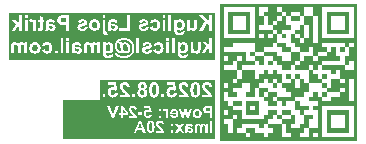
<source format=gbr>
%TF.GenerationSoftware,Altium Limited,Altium Designer,25.8.1 (18)*%
G04 Layer_Color=32896*
%FSLAX45Y45*%
%MOMM*%
%TF.SameCoordinates,C83170FB-7693-46FD-9F59-C890998B4B8C*%
%TF.FilePolarity,Positive*%
%TF.FileFunction,Legend,Bot*%
%TF.Part,Single*%
G01*
G75*
G36*
X2325000Y210245D02*
Y35904D01*
X1042721D01*
Y210245D01*
Y364096D01*
X2325000D01*
Y210245D01*
D02*
G37*
G36*
Y914110D02*
Y699982D01*
X580732D01*
Y914110D01*
Y1100018D01*
X2325000D01*
Y914110D01*
D02*
G37*
G36*
Y364359D02*
X1355467D01*
Y535642D01*
X2325000D01*
Y364359D01*
D02*
G37*
G36*
X3530000Y20000D02*
X2370000D01*
Y1180000D01*
X3530000D01*
Y20000D01*
D02*
G37*
%LPC*%
G36*
X1631575Y314916D02*
X1630132D01*
X1629022Y314805D01*
X1627801Y314694D01*
X1626358Y314472D01*
X1624693Y314250D01*
X1622917Y313917D01*
X1621030Y313473D01*
X1619143Y312918D01*
X1617145Y312252D01*
X1615147Y311475D01*
X1613260Y310476D01*
X1611373Y309366D01*
X1609486Y308145D01*
X1607822Y306702D01*
X1607711Y306591D01*
X1607489Y306369D01*
X1607045Y305814D01*
X1606490Y305259D01*
X1605824Y304482D01*
X1605047Y303484D01*
X1604270Y302374D01*
X1603382Y301042D01*
X1602605Y299710D01*
X1601828Y298156D01*
X1601051Y296491D01*
X1600385Y294715D01*
X1599830Y292717D01*
X1599386Y290719D01*
X1599164Y288610D01*
X1599053Y286390D01*
Y285169D01*
X1599164Y284614D01*
Y283837D01*
X1599386Y282172D01*
X1599719Y280063D01*
X1600163Y277843D01*
X1600718Y275512D01*
X1601606Y273181D01*
Y273070D01*
X1601717Y272959D01*
X1601828Y272515D01*
X1602050Y272071D01*
X1602383Y271516D01*
X1602716Y270850D01*
X1603493Y269185D01*
X1604603Y267298D01*
X1605935Y265078D01*
X1607600Y262636D01*
X1609486Y260083D01*
X1609708Y259861D01*
X1610152Y259195D01*
X1611151Y258196D01*
X1612372Y256753D01*
X1613260Y255865D01*
X1614148Y254866D01*
X1615258Y253867D01*
X1616368Y252646D01*
X1617700Y251425D01*
X1619143Y249982D01*
X1620697Y248540D01*
X1622362Y246986D01*
X1622473Y246875D01*
X1622806Y246653D01*
X1623250Y246209D01*
X1623805Y245654D01*
X1624582Y244988D01*
X1625470Y244211D01*
X1627357Y242435D01*
X1629355Y240548D01*
X1631242Y238661D01*
X1632130Y237773D01*
X1632907Y236996D01*
X1633573Y236219D01*
X1634128Y235664D01*
X1634239Y235553D01*
X1634572Y235220D01*
X1635016Y234665D01*
X1635571Y233999D01*
X1636126Y233111D01*
X1636792Y232223D01*
X1638124Y230336D01*
X1599053D01*
Y212132D01*
X1667871D01*
Y212243D01*
X1667760Y212576D01*
Y213131D01*
X1667649Y213908D01*
X1667427Y214796D01*
X1667205Y215906D01*
X1666983Y217127D01*
X1666650Y218459D01*
X1665762Y221456D01*
X1664542Y224786D01*
X1663099Y228227D01*
X1661212Y231668D01*
X1661101Y231779D01*
X1660990Y232112D01*
X1660546Y232667D01*
X1660102Y233333D01*
X1659436Y234221D01*
X1658548Y235442D01*
X1657549Y236663D01*
X1656328Y238217D01*
X1654996Y239882D01*
X1653331Y241658D01*
X1651555Y243767D01*
X1649557Y245876D01*
X1647337Y248207D01*
X1644784Y250759D01*
X1642120Y253423D01*
X1639123Y256198D01*
X1639012Y256309D01*
X1638568Y256753D01*
X1637902Y257419D01*
X1637014Y258196D01*
X1635904Y259195D01*
X1634794Y260305D01*
X1633462Y261637D01*
X1632130Y262969D01*
X1629244Y265744D01*
X1626580Y268519D01*
X1625470Y269740D01*
X1624360Y270961D01*
X1623472Y272071D01*
X1622806Y272959D01*
Y273070D01*
X1622584Y273181D01*
X1622473Y273514D01*
X1622140Y273958D01*
X1621474Y275179D01*
X1620697Y276733D01*
X1620031Y278509D01*
X1619365Y280507D01*
X1618921Y282727D01*
X1618699Y284947D01*
Y285058D01*
Y285280D01*
Y285613D01*
Y286057D01*
X1618921Y287167D01*
X1619143Y288721D01*
X1619587Y290275D01*
X1620142Y291940D01*
X1621030Y293605D01*
X1622251Y295048D01*
X1622362Y295159D01*
X1622917Y295603D01*
X1623694Y296158D01*
X1624804Y296824D01*
X1626247Y297490D01*
X1627912Y298045D01*
X1629799Y298489D01*
X1632019Y298600D01*
X1633018D01*
X1634128Y298378D01*
X1635571Y298156D01*
X1637125Y297712D01*
X1638790Y297046D01*
X1640455Y296047D01*
X1641898Y294826D01*
X1642009Y294604D01*
X1642453Y294160D01*
X1643008Y293272D01*
X1643785Y291940D01*
X1644451Y290275D01*
X1645117Y288166D01*
X1645672Y285613D01*
X1645894Y284170D01*
X1646005Y282616D01*
X1665540Y284503D01*
Y284725D01*
X1665429Y285169D01*
X1665318Y286057D01*
X1665096Y287167D01*
X1664874Y288499D01*
X1664542Y290053D01*
X1664098Y291718D01*
X1663543Y293494D01*
X1662877Y295381D01*
X1662100Y297268D01*
X1661212Y299266D01*
X1660213Y301153D01*
X1659103Y303040D01*
X1657771Y304815D01*
X1656328Y306369D01*
X1654663Y307812D01*
X1654552Y307923D01*
X1654219Y308145D01*
X1653664Y308478D01*
X1652998Y308922D01*
X1652110Y309477D01*
X1651000Y310032D01*
X1649779Y310698D01*
X1648336Y311364D01*
X1646671Y312030D01*
X1645006Y312696D01*
X1643119Y313251D01*
X1641010Y313806D01*
X1638901Y314250D01*
X1636570Y314583D01*
X1634128Y314805D01*
X1631575Y314916D01*
D02*
G37*
G36*
X1779868Y313251D02*
X1727921D01*
Y294826D01*
X1765106D01*
X1768214Y277399D01*
X1768103D01*
X1767881Y277510D01*
X1767548Y277732D01*
X1767104Y277954D01*
X1766438Y278176D01*
X1765772Y278509D01*
X1764107Y279064D01*
X1761998Y279730D01*
X1759778Y280174D01*
X1757336Y280618D01*
X1754783Y280729D01*
X1754228D01*
X1753562Y280618D01*
X1752563D01*
X1751453Y280396D01*
X1750121Y280174D01*
X1748678Y279952D01*
X1747124Y279508D01*
X1745348Y279064D01*
X1743572Y278398D01*
X1741796Y277621D01*
X1739909Y276733D01*
X1738022Y275623D01*
X1736135Y274291D01*
X1734359Y272848D01*
X1732583Y271183D01*
X1732472Y271072D01*
X1732139Y270739D01*
X1731695Y270184D01*
X1731140Y269407D01*
X1730474Y268519D01*
X1729697Y267409D01*
X1728809Y266077D01*
X1727921Y264523D01*
X1727144Y262858D01*
X1726256Y260971D01*
X1725479Y258862D01*
X1724813Y256753D01*
X1724258Y254311D01*
X1723814Y251869D01*
X1723481Y249205D01*
X1723370Y246431D01*
Y245210D01*
X1723481Y244322D01*
X1723592Y243212D01*
X1723814Y241880D01*
X1724036Y240437D01*
X1724258Y238883D01*
X1724702Y237107D01*
X1725146Y235331D01*
X1725812Y233444D01*
X1726478Y231557D01*
X1727366Y229559D01*
X1728365Y227672D01*
X1729475Y225674D01*
X1730807Y223787D01*
X1730918Y223676D01*
X1731251Y223232D01*
X1731806Y222566D01*
X1732694Y221678D01*
X1733693Y220679D01*
X1734914Y219458D01*
X1736357Y218237D01*
X1738022Y217016D01*
X1739909Y215795D01*
X1742018Y214574D01*
X1744238Y213353D01*
X1746680Y212354D01*
X1749344Y211466D01*
X1752230Y210800D01*
X1755338Y210356D01*
X1758557Y210245D01*
X1759889D01*
X1760888Y210356D01*
X1762109Y210467D01*
X1763552Y210689D01*
X1765106Y210911D01*
X1766771Y211244D01*
X1770434Y212132D01*
X1772432Y212687D01*
X1774319Y213464D01*
X1776316Y214352D01*
X1778203Y215351D01*
X1779979Y216461D01*
X1781755Y217793D01*
X1781866Y217904D01*
X1782088Y218126D01*
X1782532Y218570D01*
X1783198Y219236D01*
X1783864Y220013D01*
X1784641Y220901D01*
X1785529Y222011D01*
X1786417Y223232D01*
X1787305Y224675D01*
X1788193Y226229D01*
X1789081Y227894D01*
X1789969Y229670D01*
X1790746Y231668D01*
X1791412Y233777D01*
X1791856Y235997D01*
X1792300Y238328D01*
X1772765Y240437D01*
Y240326D01*
Y240104D01*
X1772654Y239771D01*
X1772543Y239327D01*
X1772321Y238106D01*
X1771877Y236663D01*
X1771211Y234887D01*
X1770323Y233222D01*
X1769213Y231446D01*
X1767881Y229892D01*
X1767659Y229781D01*
X1767104Y229337D01*
X1766327Y228671D01*
X1765106Y228005D01*
X1763774Y227228D01*
X1762109Y226673D01*
X1760333Y226229D01*
X1758335Y226007D01*
X1757780D01*
X1757336Y226118D01*
X1756115Y226229D01*
X1754672Y226673D01*
X1753007Y227228D01*
X1751342Y228116D01*
X1749566Y229337D01*
X1748678Y230114D01*
X1747901Y231002D01*
Y231113D01*
X1747679Y231224D01*
X1747457Y231557D01*
X1747235Y231890D01*
X1746902Y232445D01*
X1746569Y233111D01*
X1746125Y233888D01*
X1745681Y234776D01*
X1745348Y235775D01*
X1744904Y236885D01*
X1744571Y238106D01*
X1744238Y239438D01*
X1744016Y240992D01*
X1743794Y242546D01*
X1743572Y244322D01*
Y246098D01*
Y246209D01*
Y246542D01*
Y246986D01*
X1743683Y247652D01*
Y248429D01*
X1743794Y249316D01*
X1744127Y251425D01*
X1744571Y253756D01*
X1745348Y256087D01*
X1746458Y258307D01*
X1747901Y260305D01*
Y260416D01*
X1748123Y260527D01*
X1748678Y261082D01*
X1749566Y261859D01*
X1750898Y262747D01*
X1752452Y263524D01*
X1754339Y264301D01*
X1756448Y264856D01*
X1757669Y265078D01*
X1759667D01*
X1760333Y264967D01*
X1761110Y264856D01*
X1761887Y264634D01*
X1763996Y264190D01*
X1766327Y263302D01*
X1767659Y262636D01*
X1768880Y261970D01*
X1770212Y261082D01*
X1771544Y260083D01*
X1772876Y258973D01*
X1774097Y257641D01*
X1789969Y259861D01*
X1779868Y313251D01*
D02*
G37*
G36*
X1871997Y286390D02*
X1852350D01*
Y266743D01*
X1871997D01*
Y286390D01*
D02*
G37*
G36*
X1711050Y259084D02*
X1672422D01*
Y239438D01*
X1711050D01*
Y259084D01*
D02*
G37*
G36*
X1512252Y314583D02*
X1489942D01*
X1463968Y238772D01*
X1438883Y314583D01*
X1416905D01*
X1453534Y212132D01*
X1475734D01*
X1512252Y314583D01*
D02*
G37*
G36*
X2131843Y286390D02*
X2112751D01*
X2098877Y237662D01*
X2086112Y286390D01*
X2067131D01*
X2054699Y237662D01*
X2040492Y286390D01*
X2021067D01*
X2044932Y212132D01*
X2063912D01*
X2076677Y259861D01*
X2089331Y212132D01*
X2108423D01*
X2131843Y286390D01*
D02*
G37*
G36*
X1982773Y288055D02*
X1981996D01*
X1981219Y287944D01*
X1979998Y287833D01*
X1978666Y287722D01*
X1977001Y287500D01*
X1975225Y287167D01*
X1973338Y286723D01*
X1971229Y286057D01*
X1969120Y285391D01*
X1967011Y284503D01*
X1964791Y283393D01*
X1962682Y282172D01*
X1960573Y280729D01*
X1958575Y278953D01*
X1956688Y277066D01*
X1956577Y276955D01*
X1956244Y276511D01*
X1955800Y275956D01*
X1955245Y275068D01*
X1954468Y273847D01*
X1953691Y272404D01*
X1952803Y270739D01*
X1951915Y268852D01*
X1951027Y266632D01*
X1950250Y264079D01*
X1949473Y261415D01*
X1948807Y258418D01*
X1948252Y255088D01*
X1947808Y251536D01*
X1947475Y247763D01*
Y243656D01*
X1996648D01*
Y243545D01*
Y243323D01*
Y242768D01*
X1996537Y242213D01*
X1996426Y241436D01*
X1996315Y240548D01*
X1995982Y238661D01*
X1995427Y236441D01*
X1994650Y234110D01*
X1993540Y231890D01*
X1991986Y229892D01*
X1991875D01*
X1991764Y229670D01*
X1991209Y229115D01*
X1990210Y228338D01*
X1988878Y227561D01*
X1987213Y226673D01*
X1985215Y225896D01*
X1982995Y225341D01*
X1981774Y225230D01*
X1980553Y225119D01*
X1979776D01*
X1978999Y225230D01*
X1977889Y225452D01*
X1976668Y225674D01*
X1975447Y226118D01*
X1974115Y226784D01*
X1972894Y227561D01*
X1972783Y227672D01*
X1972339Y228005D01*
X1971784Y228671D01*
X1971118Y229559D01*
X1970230Y230669D01*
X1969453Y232112D01*
X1968676Y233777D01*
X1968010Y235775D01*
X1948474Y232445D01*
Y232334D01*
X1948696Y232001D01*
X1948918Y231446D01*
X1949140Y230669D01*
X1949584Y229781D01*
X1950139Y228782D01*
X1950694Y227561D01*
X1951360Y226340D01*
X1953025Y223676D01*
X1955134Y221012D01*
X1957576Y218348D01*
X1959019Y217127D01*
X1960462Y216017D01*
X1960573Y215906D01*
X1960795Y215795D01*
X1961239Y215462D01*
X1961905Y215129D01*
X1962682Y214685D01*
X1963681Y214241D01*
X1964791Y213797D01*
X1966012Y213242D01*
X1967455Y212687D01*
X1969009Y212243D01*
X1970674Y211799D01*
X1972450Y211355D01*
X1974337Y211022D01*
X1976446Y210689D01*
X1978555Y210578D01*
X1980775Y210467D01*
X1981663D01*
X1982662Y210578D01*
X1983994Y210689D01*
X1985548Y210800D01*
X1987435Y211133D01*
X1989433Y211466D01*
X1991653Y212021D01*
X1993984Y212687D01*
X1996315Y213575D01*
X1998645Y214574D01*
X2001087Y215795D01*
X2003307Y217238D01*
X2005527Y218903D01*
X2007525Y220790D01*
X2009412Y223010D01*
X2009523Y223121D01*
X2009745Y223454D01*
X2010078Y224009D01*
X2010522Y224897D01*
X2011077Y225896D01*
X2011743Y227006D01*
X2012409Y228449D01*
X2013075Y230003D01*
X2013741Y231779D01*
X2014407Y233777D01*
X2015073Y235886D01*
X2015628Y238106D01*
X2016072Y240548D01*
X2016405Y243101D01*
X2016627Y245876D01*
X2016738Y248651D01*
Y249427D01*
X2016627Y250426D01*
Y251647D01*
X2016405Y253201D01*
X2016183Y255088D01*
X2015961Y256975D01*
X2015517Y259195D01*
X2015073Y261415D01*
X2014407Y263746D01*
X2013630Y266188D01*
X2012742Y268630D01*
X2011632Y270961D01*
X2010300Y273292D01*
X2008857Y275512D01*
X2007192Y277510D01*
X2007081Y277621D01*
X2006748Y277954D01*
X2006193Y278509D01*
X2005416Y279175D01*
X2004528Y279952D01*
X2003307Y280840D01*
X2001975Y281839D01*
X2000532Y282838D01*
X1998867Y283726D01*
X1996981Y284725D01*
X1994983Y285613D01*
X1992763Y286390D01*
X1990543Y287056D01*
X1988101Y287611D01*
X1985437Y287944D01*
X1982773Y288055D01*
D02*
G37*
G36*
X2305000Y314583D02*
X2267261D01*
X2265485Y314472D01*
X2263709D01*
X2261711Y314361D01*
X2257493Y314250D01*
X2255495Y314028D01*
X2253497Y313917D01*
X2251610Y313806D01*
X2249945Y313584D01*
X2248502Y313251D01*
X2247281Y313029D01*
X2247170D01*
X2246837Y312918D01*
X2246393Y312807D01*
X2245838Y312585D01*
X2245061Y312252D01*
X2244173Y311919D01*
X2242175Y310920D01*
X2239844Y309588D01*
X2237402Y307812D01*
X2236070Y306702D01*
X2234849Y305592D01*
X2233628Y304372D01*
X2232518Y302929D01*
X2232407Y302818D01*
X2232296Y302596D01*
X2231963Y302152D01*
X2231630Y301597D01*
X2231075Y300820D01*
X2230631Y299821D01*
X2230076Y298822D01*
X2229521Y297601D01*
X2228966Y296158D01*
X2228411Y294715D01*
X2227856Y293050D01*
X2227412Y291274D01*
X2227079Y289387D01*
X2226746Y287389D01*
X2226635Y285169D01*
X2226524Y282949D01*
Y281395D01*
X2226635Y280618D01*
X2226746Y279619D01*
X2226857Y278620D01*
X2226968Y277399D01*
X2227412Y274957D01*
X2227967Y272293D01*
X2228855Y269629D01*
X2229965Y267076D01*
Y266965D01*
X2230076Y266854D01*
X2230298Y266521D01*
X2230631Y266077D01*
X2231297Y264856D01*
X2232296Y263413D01*
X2233628Y261859D01*
X2235071Y260194D01*
X2236847Y258529D01*
X2238734Y256975D01*
X2238845D01*
X2238956Y256864D01*
X2239622Y256420D01*
X2240621Y255754D01*
X2242064Y254977D01*
X2243618Y254200D01*
X2245394Y253423D01*
X2247392Y252757D01*
X2249390Y252202D01*
X2249501D01*
X2249723Y252091D01*
X2250167D01*
X2250722Y251980D01*
X2251499Y251869D01*
X2252498Y251758D01*
X2253608Y251647D01*
X2254829Y251536D01*
X2256272Y251314D01*
X2257937Y251203D01*
X2259713Y251092D01*
X2261600Y250981D01*
X2263709Y250870D01*
X2265929D01*
X2268371Y250759D01*
X2284354D01*
Y212132D01*
X2305000D01*
Y314583D01*
D02*
G37*
G36*
X1897193Y288055D02*
X1896083D01*
X1895417Y287944D01*
X1894751Y287833D01*
X1893086Y287611D01*
X1891088Y287167D01*
X1888868Y286501D01*
X1886538Y285502D01*
X1884207Y284281D01*
X1890311Y267187D01*
X1890533Y267298D01*
X1891199Y267742D01*
X1892087Y268186D01*
X1893308Y268852D01*
X1894751Y269407D01*
X1896305Y269962D01*
X1897859Y270295D01*
X1899524Y270406D01*
X1900190D01*
X1900967Y270295D01*
X1901966Y270073D01*
X1903076Y269851D01*
X1904186Y269407D01*
X1905407Y268852D01*
X1906517Y268075D01*
X1906628Y267964D01*
X1906961Y267631D01*
X1907516Y267076D01*
X1908182Y266188D01*
X1908848Y265078D01*
X1909625Y263635D01*
X1910402Y261970D01*
X1911068Y259861D01*
Y259750D01*
X1911179Y259528D01*
Y259195D01*
X1911290Y258640D01*
X1911401Y257974D01*
X1911512Y256975D01*
X1911734Y255865D01*
X1911845Y254533D01*
X1911956Y252979D01*
X1912178Y251203D01*
X1912289Y249205D01*
X1912400Y246875D01*
X1912511Y244322D01*
Y241547D01*
X1912622Y238439D01*
Y234998D01*
Y212132D01*
X1932269D01*
Y286390D01*
X1914065D01*
Y275734D01*
X1913954Y275845D01*
X1913843Y276067D01*
X1913621Y276400D01*
X1913288Y276955D01*
X1912400Y278287D01*
X1911290Y279841D01*
X1909958Y281506D01*
X1908626Y283060D01*
X1907183Y284503D01*
X1906406Y285169D01*
X1905740Y285613D01*
X1905518Y285724D01*
X1905074Y285946D01*
X1904297Y286390D01*
X1903298Y286834D01*
X1901966Y287278D01*
X1900523Y287722D01*
X1898969Y287944D01*
X1897193Y288055D01*
D02*
G37*
G36*
X1871997Y231779D02*
X1852350D01*
Y212132D01*
X1871997D01*
Y231779D01*
D02*
G37*
G36*
X1544886Y314916D02*
X1528347D01*
Y249982D01*
X1515582D01*
Y232778D01*
X1528347D01*
Y212132D01*
X1547328D01*
Y232778D01*
X1589174D01*
Y249871D01*
X1544886Y314916D01*
D02*
G37*
G36*
X2178129Y288055D02*
X2175354D01*
X2174466Y287944D01*
X2173356Y287833D01*
X2171913Y287722D01*
X2170248Y287500D01*
X2168361Y287167D01*
X2166363Y286723D01*
X2164254Y286057D01*
X2162035Y285391D01*
X2159704Y284503D01*
X2157484Y283393D01*
X2155153Y282172D01*
X2152822Y280729D01*
X2150713Y278953D01*
X2148604Y277066D01*
X2148493Y276955D01*
X2148160Y276511D01*
X2147605Y275956D01*
X2146939Y275068D01*
X2146051Y273958D01*
X2145163Y272737D01*
X2144275Y271183D01*
X2143165Y269518D01*
X2142166Y267631D01*
X2141278Y265522D01*
X2140279Y263191D01*
X2139502Y260749D01*
X2138836Y258196D01*
X2138281Y255421D01*
X2137948Y252535D01*
X2137837Y249427D01*
Y248651D01*
X2137948Y247763D01*
Y246653D01*
X2138170Y245210D01*
X2138392Y243545D01*
X2138725Y241658D01*
X2139169Y239660D01*
X2139724Y237440D01*
X2140501Y235220D01*
X2141389Y232889D01*
X2142388Y230558D01*
X2143720Y228116D01*
X2145163Y225896D01*
X2146828Y223565D01*
X2148715Y221456D01*
X2148826Y221345D01*
X2149159Y221012D01*
X2149825Y220457D01*
X2150713Y219791D01*
X2151712Y218903D01*
X2153044Y218015D01*
X2154487Y217016D01*
X2156152Y216017D01*
X2158039Y214907D01*
X2160148Y213908D01*
X2162368Y213020D01*
X2164809Y212243D01*
X2167362Y211466D01*
X2170137Y210911D01*
X2173023Y210578D01*
X2176020Y210467D01*
X2177019D01*
X2177796Y210578D01*
X2178684D01*
X2179683Y210689D01*
X2180904Y210800D01*
X2182236Y211022D01*
X2185233Y211577D01*
X2188563Y212354D01*
X2192004Y213464D01*
X2195445Y215018D01*
X2195556Y215129D01*
X2195889Y215240D01*
X2196333Y215462D01*
X2196999Y215906D01*
X2197776Y216350D01*
X2198553Y217016D01*
X2200662Y218459D01*
X2202882Y220346D01*
X2205213Y222677D01*
X2207433Y225452D01*
X2209431Y228560D01*
Y228671D01*
X2209653Y229004D01*
X2209875Y229448D01*
X2210208Y230114D01*
X2210541Y231002D01*
X2210985Y232001D01*
X2211318Y233222D01*
X2211762Y234554D01*
X2212206Y236108D01*
X2212650Y237773D01*
X2213094Y239549D01*
X2213427Y241436D01*
X2213760Y243434D01*
X2213982Y245654D01*
X2214093Y247874D01*
X2214204Y250204D01*
Y251203D01*
X2214093Y251869D01*
Y252757D01*
X2213982Y253867D01*
X2213760Y254977D01*
X2213649Y256309D01*
X2212983Y259195D01*
X2212206Y262414D01*
X2210985Y265744D01*
X2210319Y267520D01*
X2209431Y269185D01*
X2209320Y269296D01*
X2209209Y269629D01*
X2208876Y270073D01*
X2208543Y270739D01*
X2208099Y271516D01*
X2207433Y272404D01*
X2205990Y274402D01*
X2203992Y276622D01*
X2201661Y278953D01*
X2198997Y281173D01*
X2195889Y283171D01*
X2195778Y283282D01*
X2195445Y283393D01*
X2195001Y283615D01*
X2194335Y283948D01*
X2193447Y284281D01*
X2192448Y284725D01*
X2191338Y285169D01*
X2190117Y285613D01*
X2188674Y286057D01*
X2187120Y286501D01*
X2183790Y287278D01*
X2180127Y287833D01*
X2178129Y288055D01*
D02*
G37*
G36*
X1861452Y189755D02*
X1860009D01*
X1858899Y189644D01*
X1857678Y189533D01*
X1856235Y189311D01*
X1854570Y189089D01*
X1852794Y188756D01*
X1850907Y188312D01*
X1849020Y187757D01*
X1847022Y187091D01*
X1845024Y186314D01*
X1843137Y185315D01*
X1841250Y184205D01*
X1839363Y182984D01*
X1837698Y181541D01*
X1837587Y181430D01*
X1837365Y181208D01*
X1836921Y180653D01*
X1836366Y180098D01*
X1835700Y179321D01*
X1834923Y178322D01*
X1834146Y177212D01*
X1833258Y175880D01*
X1832481Y174548D01*
X1831704Y172994D01*
X1830928Y171329D01*
X1830262Y169553D01*
X1829707Y167555D01*
X1829263Y165557D01*
X1829041Y163448D01*
X1828930Y161229D01*
Y160008D01*
X1829041Y159453D01*
Y158676D01*
X1829263Y157011D01*
X1829596Y154902D01*
X1830040Y152682D01*
X1830595Y150351D01*
X1831482Y148020D01*
Y147909D01*
X1831593Y147798D01*
X1831704Y147354D01*
X1831926Y146910D01*
X1832259Y146355D01*
X1832592Y145689D01*
X1833369Y144024D01*
X1834479Y142137D01*
X1835811Y139917D01*
X1837476Y137475D01*
X1839363Y134922D01*
X1839585Y134700D01*
X1840029Y134034D01*
X1841028Y133035D01*
X1842249Y131592D01*
X1843137Y130704D01*
X1844025Y129705D01*
X1845135Y128706D01*
X1846245Y127485D01*
X1847577Y126264D01*
X1849020Y124821D01*
X1850574Y123378D01*
X1852239Y121824D01*
X1852350Y121713D01*
X1852683Y121491D01*
X1853127Y121047D01*
X1853682Y120492D01*
X1854459Y119826D01*
X1855347Y119049D01*
X1857234Y117273D01*
X1859232Y115386D01*
X1861119Y113499D01*
X1862007Y112611D01*
X1862784Y111834D01*
X1863450Y111057D01*
X1864005Y110502D01*
X1864116Y110391D01*
X1864449Y110058D01*
X1864893Y109503D01*
X1865448Y108837D01*
X1866003Y107949D01*
X1866669Y107062D01*
X1868001Y105175D01*
X1828930D01*
Y86971D01*
X1897748D01*
Y87082D01*
X1897637Y87415D01*
Y87970D01*
X1897526Y88747D01*
X1897304Y89635D01*
X1897082Y90745D01*
X1896860Y91966D01*
X1896527Y93298D01*
X1895639Y96295D01*
X1894418Y99625D01*
X1892975Y103066D01*
X1891088Y106507D01*
X1890977Y106618D01*
X1890866Y106951D01*
X1890422Y107505D01*
X1889978Y108171D01*
X1889312Y109059D01*
X1888424Y110280D01*
X1887425Y111501D01*
X1886205Y113055D01*
X1884873Y114720D01*
X1883208Y116496D01*
X1881432Y118605D01*
X1879434Y120714D01*
X1877214Y123045D01*
X1874661Y125598D01*
X1871997Y128262D01*
X1869000Y131037D01*
X1868889Y131148D01*
X1868445Y131592D01*
X1867779Y132258D01*
X1866891Y133035D01*
X1865781Y134034D01*
X1864671Y135144D01*
X1863339Y136476D01*
X1862007Y137808D01*
X1859121Y140583D01*
X1856457Y143358D01*
X1855347Y144579D01*
X1854237Y145800D01*
X1853349Y146910D01*
X1852683Y147798D01*
Y147909D01*
X1852461Y148020D01*
X1852350Y148353D01*
X1852017Y148797D01*
X1851351Y150018D01*
X1850574Y151572D01*
X1849908Y153348D01*
X1849242Y155346D01*
X1848798Y157566D01*
X1848576Y159786D01*
Y159897D01*
Y160119D01*
Y160452D01*
Y160896D01*
X1848798Y162006D01*
X1849020Y163559D01*
X1849464Y165113D01*
X1850019Y166778D01*
X1850907Y168443D01*
X1852128Y169886D01*
X1852239Y169997D01*
X1852794Y170441D01*
X1853571Y170996D01*
X1854681Y171662D01*
X1856124Y172328D01*
X1857789Y172883D01*
X1859676Y173327D01*
X1861896Y173438D01*
X1862895D01*
X1864005Y173216D01*
X1865448Y172994D01*
X1867002Y172550D01*
X1868667Y171884D01*
X1870332Y170885D01*
X1871775Y169664D01*
X1871886Y169442D01*
X1872330Y168998D01*
X1872885Y168110D01*
X1873662Y166778D01*
X1874328Y165113D01*
X1874994Y163004D01*
X1875549Y160452D01*
X1875771Y159009D01*
X1875882Y157455D01*
X1895417Y159342D01*
Y159564D01*
X1895306Y160008D01*
X1895195Y160896D01*
X1894973Y162006D01*
X1894751Y163337D01*
X1894418Y164891D01*
X1893974Y166556D01*
X1893419Y168332D01*
X1892753Y170219D01*
X1891976Y172106D01*
X1891088Y174104D01*
X1890089Y175991D01*
X1888979Y177878D01*
X1887647Y179654D01*
X1886205Y181208D01*
X1884540Y182651D01*
X1884429Y182762D01*
X1884096Y182984D01*
X1883541Y183317D01*
X1882875Y183761D01*
X1881987Y184316D01*
X1880877Y184871D01*
X1879656Y185537D01*
X1878213Y186203D01*
X1876548Y186869D01*
X1874883Y187535D01*
X1872996Y188090D01*
X1870887Y188645D01*
X1868778Y189089D01*
X1866447Y189422D01*
X1864005Y189644D01*
X1861452Y189755D01*
D02*
G37*
G36*
X2225081Y162894D02*
X2223860D01*
X2223305Y162783D01*
X2222528D01*
X2220863Y162561D01*
X2218977Y162117D01*
X2216868Y161673D01*
X2214759Y160896D01*
X2212761Y159897D01*
X2212650D01*
X2212539Y159786D01*
X2211873Y159342D01*
X2210874Y158676D01*
X2209653Y157677D01*
X2208321Y156456D01*
X2206878Y154902D01*
X2205435Y153126D01*
X2204103Y151017D01*
X2203992Y151128D01*
X2203881Y151239D01*
X2203659Y151572D01*
X2203215Y152016D01*
X2202216Y153015D01*
X2200995Y154347D01*
X2199330Y155790D01*
X2197554Y157344D01*
X2195667Y158676D01*
X2193558Y159897D01*
X2193447D01*
X2193336Y160008D01*
X2193003Y160230D01*
X2192559Y160341D01*
X2191449Y160896D01*
X2189895Y161451D01*
X2188119Y161895D01*
X2186010Y162450D01*
X2183790Y162783D01*
X2181459Y162894D01*
X2180127D01*
X2179350Y162783D01*
X2178573Y162672D01*
X2176686Y162450D01*
X2174577Y162117D01*
X2172246Y161451D01*
X2169915Y160674D01*
X2167695Y159564D01*
X2167584D01*
X2167473Y159453D01*
X2166807Y158898D01*
X2165808Y158121D01*
X2164476Y157122D01*
X2163145Y155679D01*
X2161702Y154014D01*
X2160370Y152016D01*
X2159260Y149796D01*
X2159149Y149574D01*
X2159038Y149241D01*
X2158927Y148908D01*
X2158816Y148353D01*
X2158594Y147687D01*
X2158372Y147021D01*
X2158150Y146133D01*
X2158039Y145023D01*
X2157817Y143913D01*
X2157595Y142692D01*
X2157484Y141249D01*
X2157373Y139806D01*
X2157262Y138141D01*
X2157151Y136254D01*
Y86971D01*
X2176797D01*
Y129372D01*
Y129483D01*
Y129816D01*
Y130371D01*
Y131148D01*
X2176908Y132036D01*
Y133035D01*
X2177019Y135366D01*
X2177352Y137697D01*
X2177685Y140139D01*
X2177907Y141138D01*
X2178240Y142137D01*
X2178573Y143025D01*
X2178906Y143691D01*
X2179017Y143913D01*
X2179461Y144357D01*
X2180016Y145023D01*
X2180904Y145800D01*
X2182125Y146577D01*
X2183568Y147243D01*
X2185233Y147687D01*
X2187231Y147909D01*
X2187897D01*
X2188674Y147798D01*
X2189784Y147576D01*
X2190894Y147243D01*
X2192226Y146799D01*
X2193558Y146244D01*
X2195001Y145356D01*
X2195112Y145245D01*
X2195556Y144912D01*
X2196222Y144246D01*
X2196999Y143469D01*
X2197887Y142470D01*
X2198775Y141138D01*
X2199552Y139695D01*
X2200218Y137919D01*
X2200329Y137697D01*
Y137364D01*
X2200440Y137031D01*
X2200551Y136476D01*
X2200662Y135810D01*
X2200884Y135144D01*
X2200995Y134256D01*
X2201106Y133257D01*
X2201328Y132036D01*
X2201439Y130815D01*
X2201550Y129483D01*
X2201661Y127929D01*
Y126264D01*
X2201772Y124488D01*
Y122601D01*
Y86971D01*
X2221418D01*
Y127596D01*
Y127707D01*
Y128040D01*
Y128595D01*
Y129372D01*
Y130260D01*
Y131259D01*
X2221529Y133479D01*
X2221640Y135810D01*
X2221862Y138141D01*
X2221973Y139140D01*
X2222195Y140139D01*
X2222306Y140916D01*
X2222528Y141582D01*
Y141693D01*
X2222750Y142137D01*
X2222972Y142692D01*
X2223305Y143358D01*
X2224304Y144912D01*
X2224970Y145689D01*
X2225747Y146355D01*
X2225858Y146466D01*
X2226191Y146577D01*
X2226635Y146799D01*
X2227301Y147132D01*
X2228189Y147465D01*
X2229188Y147687D01*
X2230409Y147798D01*
X2231741Y147909D01*
X2232518D01*
X2233406Y147798D01*
X2234516Y147576D01*
X2235737Y147243D01*
X2237069Y146799D01*
X2238512Y146244D01*
X2239955Y145356D01*
X2240066Y145245D01*
X2240510Y144912D01*
X2241176Y144357D01*
X2241953Y143580D01*
X2242730Y142581D01*
X2243618Y141360D01*
X2244395Y139917D01*
X2245061Y138252D01*
X2245172Y138030D01*
Y137808D01*
X2245283Y137364D01*
X2245394Y136920D01*
X2245505Y136254D01*
X2245727Y135477D01*
X2245838Y134700D01*
X2245949Y133701D01*
X2246171Y132591D01*
X2246282Y131259D01*
X2246393Y129927D01*
X2246504Y128373D01*
Y126708D01*
X2246615Y124932D01*
Y123045D01*
Y86971D01*
X2266262D01*
Y161229D01*
X2248169D01*
Y151017D01*
X2248058Y151128D01*
X2247725Y151572D01*
X2247170Y152127D01*
X2246393Y152904D01*
X2245505Y153792D01*
X2244395Y154791D01*
X2243063Y155901D01*
X2241620Y157011D01*
X2240066Y158121D01*
X2238290Y159120D01*
X2236403Y160119D01*
X2234405Y161007D01*
X2232185Y161784D01*
X2229965Y162339D01*
X2227523Y162783D01*
X2225081Y162894D01*
D02*
G37*
G36*
X1974670Y161229D02*
X1955023D01*
Y141582D01*
X1974670D01*
Y161229D01*
D02*
G37*
G36*
X2066354D02*
X2042379D01*
X2029281Y140805D01*
X2015406Y161229D01*
X1992430D01*
X2017515Y126042D01*
X1990099Y86971D01*
X2014185D01*
X2029281Y109947D01*
X2044488Y86971D01*
X2067464D01*
X2040714Y125154D01*
X2066354Y161229D01*
D02*
G37*
G36*
X2111197Y162894D02*
X2106314D01*
X2105315Y162783D01*
X2103983D01*
X2102651Y162672D01*
X2101097Y162450D01*
X2097878Y162117D01*
X2094659Y161562D01*
X2091551Y160785D01*
X2090219Y160230D01*
X2088887Y159675D01*
X2088776D01*
X2088554Y159564D01*
X2088221Y159342D01*
X2087888Y159120D01*
X2086667Y158454D01*
X2085335Y157566D01*
X2083781Y156345D01*
X2082338Y155013D01*
X2080895Y153459D01*
X2079785Y151794D01*
X2079674Y151572D01*
X2079563Y151239D01*
X2079341Y150906D01*
X2079119Y150351D01*
X2078897Y149574D01*
X2078675Y148797D01*
X2078453Y147798D01*
X2078231Y146688D01*
X2078009Y145467D01*
X2077787Y144024D01*
X2077565Y142359D01*
X2077343Y140583D01*
X2077232Y138696D01*
X2077121Y136587D01*
Y134256D01*
X2077454Y111279D01*
Y111168D01*
Y110835D01*
Y110391D01*
Y109725D01*
Y108837D01*
Y107949D01*
X2077343Y105841D01*
X2077232Y103510D01*
X2077121Y101068D01*
X2076899Y98848D01*
X2076677Y97738D01*
X2076566Y96850D01*
Y96628D01*
X2076344Y96073D01*
X2076122Y95074D01*
X2075789Y93853D01*
X2075345Y92410D01*
X2074679Y90745D01*
X2073902Y88858D01*
X2073014Y86971D01*
X2092439D01*
Y87082D01*
X2092550Y87304D01*
X2092772Y87748D01*
X2092994Y88414D01*
X2093216Y89191D01*
X2093660Y90190D01*
X2093993Y91411D01*
X2094437Y92743D01*
Y92854D01*
X2094548Y93076D01*
X2094659Y93742D01*
X2094881Y94519D01*
X2094992Y94852D01*
X2095103Y95074D01*
X2095325Y94852D01*
X2095991Y94297D01*
X2096990Y93409D01*
X2098322Y92299D01*
X2099876Y91189D01*
X2101763Y89968D01*
X2103761Y88747D01*
X2105870Y87748D01*
X2105981D01*
X2106092Y87637D01*
X2106425Y87526D01*
X2106869Y87415D01*
X2107979Y86971D01*
X2109532Y86527D01*
X2111308Y86083D01*
X2113417Y85639D01*
X2115637Y85417D01*
X2118079Y85306D01*
X2119189D01*
X2119966Y85417D01*
X2120965Y85528D01*
X2122075Y85639D01*
X2123296Y85861D01*
X2124628Y86083D01*
X2127514Y86749D01*
X2130511Y87859D01*
X2132065Y88636D01*
X2133508Y89413D01*
X2134840Y90301D01*
X2136172Y91411D01*
X2136283Y91522D01*
X2136505Y91744D01*
X2136727Y92077D01*
X2137171Y92521D01*
X2137726Y93187D01*
X2138281Y93853D01*
X2138836Y94741D01*
X2139391Y95740D01*
X2140057Y96850D01*
X2140612Y97960D01*
X2141722Y100735D01*
X2142166Y102178D01*
X2142388Y103732D01*
X2142610Y105397D01*
X2142721Y107173D01*
Y108282D01*
X2142610Y109392D01*
X2142388Y110946D01*
X2141944Y112722D01*
X2141500Y114609D01*
X2140723Y116496D01*
X2139724Y118383D01*
Y118494D01*
X2139613Y118605D01*
X2139169Y119160D01*
X2138503Y120048D01*
X2137504Y121158D01*
X2136394Y122379D01*
X2134951Y123600D01*
X2133286Y124821D01*
X2131399Y125820D01*
X2131288D01*
X2131177Y125931D01*
X2130844Y126042D01*
X2130400Y126264D01*
X2129845Y126486D01*
X2129179Y126819D01*
X2128291Y127041D01*
X2127403Y127374D01*
X2126404Y127707D01*
X2125183Y128151D01*
X2123851Y128484D01*
X2122519Y128928D01*
X2120965Y129261D01*
X2119300Y129705D01*
X2117635Y130149D01*
X2115748Y130482D01*
X2115637D01*
X2115193Y130593D01*
X2114416Y130704D01*
X2113528Y130926D01*
X2112418Y131148D01*
X2111086Y131370D01*
X2109643Y131703D01*
X2108090Y132036D01*
X2104982Y132813D01*
X2101763Y133590D01*
X2100320Y134034D01*
X2098877Y134478D01*
X2097656Y134922D01*
X2096546Y135366D01*
Y137253D01*
Y137364D01*
Y137475D01*
Y138252D01*
X2096657Y139251D01*
X2096879Y140472D01*
X2097212Y141804D01*
X2097767Y143136D01*
X2098433Y144468D01*
X2099432Y145467D01*
X2099543Y145578D01*
X2099987Y145800D01*
X2100764Y146244D01*
X2101763Y146688D01*
X2103206Y147132D01*
X2105093Y147576D01*
X2106203Y147687D01*
X2107313Y147798D01*
X2108644Y147909D01*
X2110975D01*
X2111974Y147798D01*
X2113084Y147687D01*
X2114416Y147354D01*
X2115859Y147021D01*
X2117191Y146466D01*
X2118412Y145800D01*
X2118523Y145689D01*
X2118856Y145356D01*
X2119411Y144912D01*
X2120077Y144135D01*
X2120854Y143136D01*
X2121631Y141804D01*
X2122408Y140250D01*
X2123074Y138474D01*
X2140723Y141693D01*
Y141804D01*
X2140612Y142137D01*
X2140390Y142692D01*
X2140168Y143469D01*
X2139835Y144357D01*
X2139391Y145356D01*
X2138281Y147687D01*
X2136838Y150351D01*
X2135062Y153015D01*
X2132953Y155457D01*
X2131732Y156678D01*
X2130400Y157677D01*
X2130289Y157788D01*
X2130067Y157899D01*
X2129623Y158121D01*
X2129068Y158454D01*
X2128291Y158898D01*
X2127292Y159342D01*
X2126182Y159786D01*
X2124961Y160341D01*
X2123407Y160785D01*
X2121853Y161229D01*
X2120077Y161673D01*
X2118079Y162117D01*
X2115970Y162450D01*
X2113639Y162672D01*
X2111197Y162894D01*
D02*
G37*
G36*
X2305000Y189422D02*
X2284354D01*
Y86971D01*
X2305000D01*
Y189422D01*
D02*
G37*
G36*
X1974670Y106618D02*
X1955023D01*
Y86971D01*
X1974670D01*
Y106618D01*
D02*
G37*
G36*
X1702281Y189422D02*
X1680303D01*
X1639234Y86971D01*
X1661767D01*
X1670757Y110280D01*
X1711716D01*
X1720262Y86971D01*
X1742129D01*
X1702281Y189422D01*
D02*
G37*
G36*
X1782532Y189755D02*
X1781866D01*
X1781089Y189644D01*
X1780090D01*
X1778869Y189422D01*
X1777426Y189200D01*
X1775761Y188867D01*
X1773986Y188423D01*
X1772210Y187868D01*
X1770323Y187202D01*
X1768325Y186314D01*
X1766438Y185315D01*
X1764551Y184094D01*
X1762664Y182651D01*
X1760888Y180986D01*
X1759223Y179099D01*
X1759112Y178988D01*
X1758779Y178544D01*
X1758335Y177767D01*
X1757669Y176657D01*
X1756892Y175325D01*
X1756004Y173549D01*
X1755116Y171551D01*
X1754228Y169109D01*
X1753340Y166445D01*
X1752341Y163337D01*
X1751564Y159897D01*
X1750787Y156123D01*
X1750121Y152016D01*
X1749677Y147465D01*
X1749344Y142581D01*
X1749233Y137364D01*
Y135366D01*
X1749344Y134589D01*
Y133701D01*
Y132591D01*
X1749566Y130260D01*
X1749788Y127485D01*
X1750121Y124488D01*
X1750454Y121269D01*
X1751009Y117828D01*
X1751675Y114387D01*
X1752563Y110835D01*
X1753451Y107395D01*
X1754672Y104176D01*
X1756004Y100957D01*
X1757558Y98071D01*
X1759334Y95518D01*
X1759445Y95407D01*
X1759667Y95074D01*
X1760222Y94519D01*
X1760888Y93853D01*
X1761665Y93076D01*
X1762775Y92188D01*
X1763996Y91300D01*
X1765328Y90301D01*
X1766882Y89302D01*
X1768658Y88414D01*
X1770545Y87526D01*
X1772654Y86749D01*
X1774874Y86083D01*
X1777315Y85528D01*
X1779868Y85195D01*
X1782532Y85084D01*
X1783198D01*
X1783975Y85195D01*
X1784974Y85306D01*
X1786306Y85417D01*
X1787749Y85639D01*
X1789414Y86083D01*
X1791190Y86527D01*
X1793077Y87082D01*
X1794964Y87859D01*
X1796962Y88858D01*
X1798960Y89857D01*
X1800958Y91189D01*
X1802956Y92743D01*
X1804843Y94519D01*
X1806619Y96517D01*
X1806730Y96628D01*
X1806952Y97072D01*
X1807507Y97738D01*
X1808062Y98737D01*
X1808728Y100069D01*
X1809505Y101734D01*
X1810282Y103732D01*
X1811170Y105952D01*
X1812058Y108615D01*
X1812835Y111612D01*
X1813612Y114942D01*
X1814278Y118716D01*
X1814833Y122823D01*
X1815277Y127374D01*
X1815610Y132258D01*
X1815721Y137586D01*
Y139584D01*
X1815610Y140361D01*
Y141249D01*
Y142248D01*
X1815388Y144690D01*
X1815166Y147354D01*
X1814833Y150351D01*
X1814500Y153570D01*
X1813945Y157011D01*
X1813279Y160452D01*
X1812502Y163892D01*
X1811503Y167333D01*
X1810393Y170663D01*
X1809061Y173771D01*
X1807507Y176657D01*
X1805731Y179210D01*
X1805620Y179321D01*
X1805287Y179654D01*
X1804843Y180209D01*
X1804177Y180875D01*
X1803289Y181652D01*
X1802290Y182540D01*
X1801069Y183539D01*
X1799737Y184538D01*
X1798183Y185426D01*
X1796407Y186425D01*
X1794520Y187313D01*
X1792411Y188090D01*
X1790191Y188756D01*
X1787749Y189311D01*
X1785196Y189644D01*
X1782532Y189755D01*
D02*
G37*
%LPD*%
G36*
X1982773Y272959D02*
X1983883Y272848D01*
X1985437Y272515D01*
X1987102Y271960D01*
X1988878Y271072D01*
X1990543Y269851D01*
X1991431Y269185D01*
X1992208Y268297D01*
X1992430Y268075D01*
X1992874Y267409D01*
X1993540Y266410D01*
X1994317Y264967D01*
X1995094Y263191D01*
X1995760Y260971D01*
X1996204Y258529D01*
X1996315Y255643D01*
X1967011D01*
Y255754D01*
Y255976D01*
Y256420D01*
X1967122Y257086D01*
X1967233Y257752D01*
X1967344Y258529D01*
X1967677Y260416D01*
X1968232Y262525D01*
X1969009Y264634D01*
X1970008Y266743D01*
X1971451Y268519D01*
X1971673Y268741D01*
X1972228Y269185D01*
X1973116Y269962D01*
X1974337Y270850D01*
X1975780Y271627D01*
X1977556Y272404D01*
X1979554Y272848D01*
X1981663Y273070D01*
X1982329D01*
X1982773Y272959D01*
D02*
G37*
G36*
X2284354Y268075D02*
X2270036D01*
X2268926Y268186D01*
X2266373Y268297D01*
X2263709Y268408D01*
X2261045Y268741D01*
X2259713Y268963D01*
X2258603Y269074D01*
X2257604Y269407D01*
X2256716Y269629D01*
X2256494Y269740D01*
X2256050Y269962D01*
X2255273Y270295D01*
X2254385Y270850D01*
X2253386Y271627D01*
X2252276Y272515D01*
X2251166Y273514D01*
X2250278Y274735D01*
X2250167Y274846D01*
X2249945Y275401D01*
X2249501Y276067D01*
X2249057Y277066D01*
X2248613Y278176D01*
X2248169Y279508D01*
X2247947Y281062D01*
X2247836Y282727D01*
Y282838D01*
Y282949D01*
Y283615D01*
X2248058Y284725D01*
X2248280Y285946D01*
X2248613Y287389D01*
X2249279Y288943D01*
X2250056Y290497D01*
X2251166Y291940D01*
X2251277Y292051D01*
X2251721Y292495D01*
X2252498Y293161D01*
X2253497Y293938D01*
X2254607Y294715D01*
X2256050Y295381D01*
X2257715Y296047D01*
X2259491Y296491D01*
X2259713D01*
X2260268Y296602D01*
X2260712Y296713D01*
X2261267D01*
X2261933Y296824D01*
X2262710Y296935D01*
X2263709D01*
X2264819Y297046D01*
X2266040D01*
X2267372Y297157D01*
X2268815D01*
X2270480Y297268D01*
X2284354D01*
Y268075D01*
D02*
G37*
G36*
X1570748Y249982D02*
X1547328D01*
Y284836D01*
X1570748Y249982D01*
D02*
G37*
G36*
X2177352Y271960D02*
X2178018Y271849D01*
X2178795Y271738D01*
X2180571Y271294D01*
X2182680Y270628D01*
X2184789Y269629D01*
X2185899Y268963D01*
X2186898Y268186D01*
X2188008Y267187D01*
X2189007Y266188D01*
Y266077D01*
X2189229Y265966D01*
X2189451Y265522D01*
X2189784Y265078D01*
X2190228Y264523D01*
X2190672Y263746D01*
X2191116Y262858D01*
X2191560Y261859D01*
X2192004Y260749D01*
X2192448Y259417D01*
X2192892Y258085D01*
X2193336Y256531D01*
X2193669Y254866D01*
X2193891Y253090D01*
X2194002Y251203D01*
X2194113Y249205D01*
Y249094D01*
Y248762D01*
Y248096D01*
X2194002Y247430D01*
Y246431D01*
X2193891Y245432D01*
X2193669Y244211D01*
X2193447Y242879D01*
X2192892Y240215D01*
X2192004Y237329D01*
X2190672Y234665D01*
X2189895Y233333D01*
X2189007Y232223D01*
X2188896Y232112D01*
X2188785Y232001D01*
X2188452Y231668D01*
X2188119Y231335D01*
X2186898Y230447D01*
X2185455Y229337D01*
X2183568Y228227D01*
X2181348Y227339D01*
X2178906Y226673D01*
X2177574Y226562D01*
X2176131Y226451D01*
X2175354D01*
X2174799Y226562D01*
X2174244Y226673D01*
X2173467Y226784D01*
X2171691Y227228D01*
X2169582Y227894D01*
X2167473Y228893D01*
X2166363Y229559D01*
X2165253Y230336D01*
X2164254Y231224D01*
X2163256Y232223D01*
X2163145Y232334D01*
X2163034Y232556D01*
X2162812Y232889D01*
X2162479Y233333D01*
X2162035Y233888D01*
X2161591Y234665D01*
X2161147Y235553D01*
X2160592Y236552D01*
X2160148Y237662D01*
X2159704Y238994D01*
X2159260Y240437D01*
X2158816Y241880D01*
X2158483Y243545D01*
X2158261Y245321D01*
X2158039Y247319D01*
Y249316D01*
Y249427D01*
Y249760D01*
Y250426D01*
X2158150Y251092D01*
Y252091D01*
X2158261Y253090D01*
X2158483Y254311D01*
X2158705Y255532D01*
X2159260Y258307D01*
X2160259Y261082D01*
X2161480Y263746D01*
X2162368Y265078D01*
X2163256Y266188D01*
X2163367Y266299D01*
X2163478Y266410D01*
X2163811Y266743D01*
X2164143Y267076D01*
X2165253Y268075D01*
X2166807Y269185D01*
X2168694Y270184D01*
X2170914Y271183D01*
X2173356Y271849D01*
X2174688Y271960D01*
X2176131Y272071D01*
X2176908D01*
X2177352Y271960D01*
D02*
G37*
G36*
X2096768Y122490D02*
X2097323Y122379D01*
X2098211Y122046D01*
X2099543Y121713D01*
X2101208Y121269D01*
X2103317Y120714D01*
X2105759Y120159D01*
X2108644Y119493D01*
X2108755D01*
X2108977Y119382D01*
X2109421D01*
X2109976Y119160D01*
X2111308Y118827D01*
X2112973Y118494D01*
X2114749Y117939D01*
X2116525Y117384D01*
X2118079Y116829D01*
X2118745Y116496D01*
X2119300Y116163D01*
X2119411Y116052D01*
X2119855Y115719D01*
X2120521Y115053D01*
X2121187Y114276D01*
X2121853Y113277D01*
X2122519Y112056D01*
X2122963Y110724D01*
X2123074Y109281D01*
Y109059D01*
Y108615D01*
X2122963Y107838D01*
X2122741Y106840D01*
X2122297Y105730D01*
X2121853Y104509D01*
X2121076Y103399D01*
X2120077Y102178D01*
X2119966Y102067D01*
X2119522Y101734D01*
X2118856Y101179D01*
X2117968Y100735D01*
X2116747Y100180D01*
X2115415Y99625D01*
X2113861Y99292D01*
X2112196Y99181D01*
X2111974D01*
X2111308Y99292D01*
X2110309Y99403D01*
X2108977Y99625D01*
X2107424Y100069D01*
X2105648Y100624D01*
X2103872Y101512D01*
X2102096Y102622D01*
X2101985Y102733D01*
X2101541Y103066D01*
X2100875Y103621D01*
X2100209Y104398D01*
X2099321Y105397D01*
X2098544Y106507D01*
X2097878Y107727D01*
X2097323Y109059D01*
Y109170D01*
X2097212Y109614D01*
X2097101Y110280D01*
X2096879Y111168D01*
X2096768Y112500D01*
X2096657Y114165D01*
X2096546Y116163D01*
Y118605D01*
Y122601D01*
X2096768Y122490D01*
D02*
G37*
G36*
X1705389Y127596D02*
X1677306D01*
X1691514Y165557D01*
X1705389Y127596D01*
D02*
G37*
G36*
X1783753Y173327D02*
X1784641Y173105D01*
X1785640Y172883D01*
X1786750Y172439D01*
X1787749Y171884D01*
X1788859Y171107D01*
X1788970Y170996D01*
X1789303Y170663D01*
X1789858Y170108D01*
X1790413Y169220D01*
X1791079Y168110D01*
X1791856Y166778D01*
X1792522Y165002D01*
X1793188Y163004D01*
Y162894D01*
X1793299Y162672D01*
X1793410Y162228D01*
X1793521Y161562D01*
X1793632Y160674D01*
X1793854Y159675D01*
X1793965Y158343D01*
X1794187Y156900D01*
X1794409Y155235D01*
X1794520Y153348D01*
X1794742Y151239D01*
X1794853Y148908D01*
X1794964Y146466D01*
X1795075Y143580D01*
X1795186Y140583D01*
Y137364D01*
Y137142D01*
Y136587D01*
Y135699D01*
Y134478D01*
X1795075Y132924D01*
Y131259D01*
Y129483D01*
X1794964Y127485D01*
X1794742Y123378D01*
X1794409Y119271D01*
X1794187Y117273D01*
X1793965Y115497D01*
X1793743Y113943D01*
X1793410Y112500D01*
Y112389D01*
X1793299Y112167D01*
X1793188Y111834D01*
X1793077Y111390D01*
X1792744Y110280D01*
X1792189Y108948D01*
X1791523Y107395D01*
X1790746Y105952D01*
X1789858Y104620D01*
X1788859Y103621D01*
X1788748Y103510D01*
X1788415Y103288D01*
X1787749Y102955D01*
X1786972Y102511D01*
X1786084Y102067D01*
X1784974Y101734D01*
X1783864Y101512D01*
X1782532Y101401D01*
X1781977D01*
X1781311Y101512D01*
X1780423Y101734D01*
X1779424Y101956D01*
X1778314Y102289D01*
X1777315Y102844D01*
X1776205Y103621D01*
X1776094Y103732D01*
X1775761Y104065D01*
X1775207Y104620D01*
X1774652Y105508D01*
X1773875Y106618D01*
X1773209Y107949D01*
X1772543Y109725D01*
X1771877Y111723D01*
Y111834D01*
X1771766Y112056D01*
X1771655Y112500D01*
X1771544Y113166D01*
X1771433Y114054D01*
X1771211Y115053D01*
X1770989Y116274D01*
X1770767Y117717D01*
X1770656Y119382D01*
X1770434Y121269D01*
X1770212Y123378D01*
X1770101Y125709D01*
X1769990Y128262D01*
X1769879Y131037D01*
X1769768Y134145D01*
Y137364D01*
Y137586D01*
Y138141D01*
Y139029D01*
Y140250D01*
Y141693D01*
X1769879Y143469D01*
Y145245D01*
X1769990Y147243D01*
X1770212Y151350D01*
X1770545Y155346D01*
X1770767Y157344D01*
X1770989Y159120D01*
X1771322Y160674D01*
X1771655Y162117D01*
Y162228D01*
X1771766Y162450D01*
X1771877Y162783D01*
X1771988Y163226D01*
X1772321Y164336D01*
X1772876Y165779D01*
X1773542Y167333D01*
X1774319Y168776D01*
X1775207Y170108D01*
X1776205Y171107D01*
X1776316Y171218D01*
X1776649Y171440D01*
X1777315Y171884D01*
X1777981Y172328D01*
X1778980Y172661D01*
X1780090Y173105D01*
X1781200Y173327D01*
X1782532Y173438D01*
X1783087D01*
X1783753Y173327D01*
D02*
G37*
%LPC*%
G36*
X1907449Y1080018D02*
X1882821D01*
Y1057243D01*
X1907449D01*
Y1080018D01*
D02*
G37*
G36*
X1399909D02*
X1375281D01*
Y1057243D01*
X1399909D01*
Y1080018D01*
D02*
G37*
G36*
X742569D02*
X717942D01*
Y1057243D01*
X742569D01*
Y1080018D01*
D02*
G37*
G36*
X2032991Y1046874D02*
X2032250D01*
X2031325Y1046689D01*
X2030028D01*
X2028732Y1046318D01*
X2026881Y1046133D01*
X2025029Y1045578D01*
X2022992Y1045022D01*
X2020770Y1044096D01*
X2018548Y1043170D01*
X2016141Y1041874D01*
X2013734Y1040393D01*
X2011327Y1038726D01*
X2008920Y1036504D01*
X2006698Y1034282D01*
X2004476Y1031505D01*
Y1044837D01*
X1981515D01*
Y957253D01*
X1981700Y955772D01*
X1981885Y952254D01*
X1982256Y948180D01*
X1982626Y944107D01*
X1983367Y940218D01*
X1983737Y938552D01*
X1984292Y936885D01*
X1984478Y936515D01*
X1984848Y935589D01*
X1985403Y934108D01*
X1986329Y932256D01*
X1987440Y930219D01*
X1988736Y927997D01*
X1990218Y925960D01*
X1992069Y924109D01*
X1992255Y923923D01*
X1992995Y923368D01*
X1994106Y922442D01*
X1995402Y921516D01*
X1997254Y920405D01*
X1999476Y919109D01*
X2002068Y917998D01*
X2005031Y916887D01*
X2005401Y916702D01*
X2006512Y916517D01*
X2008179Y915961D01*
X2010586Y915591D01*
X2013734Y915036D01*
X2017252Y914480D01*
X2021326Y914295D01*
X2025770Y914110D01*
X2027992D01*
X2029658Y914295D01*
X2031510D01*
X2033732Y914480D01*
X2036139Y914850D01*
X2038731Y915221D01*
X2044286Y916147D01*
X2049841Y917628D01*
X2052434Y918554D01*
X2055026Y919665D01*
X2057248Y920776D01*
X2059285Y922257D01*
X2059470Y922442D01*
X2059655Y922627D01*
X2060766Y923738D01*
X2062433Y925405D01*
X2064099Y927812D01*
X2065951Y930775D01*
X2067617Y934293D01*
X2068728Y938366D01*
X2068913Y940588D01*
X2069098Y942810D01*
Y942996D01*
Y943736D01*
Y944662D01*
X2068913Y945773D01*
X2040768Y942440D01*
Y942255D01*
X2040583Y941699D01*
X2040398Y940774D01*
X2040213Y939848D01*
X2039287Y937626D01*
X2038546Y936515D01*
X2037620Y935774D01*
X2037435Y935589D01*
X2036880Y935404D01*
X2036139Y934848D01*
X2034843Y934478D01*
X2033361Y933922D01*
X2031510Y933367D01*
X2029288Y933182D01*
X2026695Y932997D01*
X2025029D01*
X2023362Y933182D01*
X2021326Y933367D01*
X2018918Y933737D01*
X2016511Y934293D01*
X2014289Y935033D01*
X2012253Y935959D01*
X2012067Y936144D01*
X2011697Y936330D01*
X2011142Y936700D01*
X2010401Y937441D01*
X2009660Y938366D01*
X2008920Y939477D01*
X2008179Y940774D01*
X2007438Y942255D01*
Y942440D01*
X2007253Y942810D01*
X2007068Y943551D01*
X2006698Y944847D01*
X2006512Y946329D01*
X2006327Y948180D01*
X2006142Y950587D01*
Y953365D01*
Y966882D01*
X2006327Y966697D01*
X2006698Y966326D01*
X2007253Y965586D01*
X2008179Y964475D01*
X2009105Y963364D01*
X2010401Y962068D01*
X2012067Y960772D01*
X2013734Y959475D01*
X2015586Y957994D01*
X2017807Y956698D01*
X2022437Y954291D01*
X2025029Y953365D01*
X2027806Y952624D01*
X2030769Y952069D01*
X2033917Y951884D01*
X2034658D01*
X2035769Y952069D01*
X2037065D01*
X2038546Y952439D01*
X2040398Y952809D01*
X2042435Y953180D01*
X2044657Y953920D01*
X2046879Y954661D01*
X2049286Y955772D01*
X2051878Y957068D01*
X2054285Y958550D01*
X2056692Y960401D01*
X2059100Y962438D01*
X2061322Y964845D01*
X2063543Y967623D01*
Y967808D01*
X2063914Y968178D01*
X2064284Y968919D01*
X2064840Y969845D01*
X2065580Y971141D01*
X2066321Y972622D01*
X2067062Y974289D01*
X2067802Y976325D01*
X2068543Y978362D01*
X2069284Y980769D01*
X2070024Y983362D01*
X2070765Y986139D01*
X2071691Y992065D01*
X2071876Y995398D01*
X2072061Y998731D01*
Y1000953D01*
X2071876Y1002619D01*
X2071691Y1004471D01*
X2071506Y1006693D01*
X2071135Y1009285D01*
X2070580Y1011877D01*
X2069284Y1017803D01*
X2068358Y1020765D01*
X2067432Y1023728D01*
X2066136Y1026505D01*
X2064654Y1029468D01*
X2062988Y1032060D01*
X2060951Y1034468D01*
X2060766Y1034653D01*
X2060396Y1035023D01*
X2059840Y1035579D01*
X2058914Y1036504D01*
X2057803Y1037430D01*
X2056507Y1038356D01*
X2055026Y1039467D01*
X2053174Y1040763D01*
X2051323Y1041874D01*
X2049101Y1042985D01*
X2044471Y1045022D01*
X2041694Y1045763D01*
X2038916Y1046318D01*
X2035954Y1046689D01*
X2032991Y1046874D01*
D02*
G37*
G36*
X2305000Y1080018D02*
X2279077D01*
Y1022987D01*
X2226490Y1080018D01*
X2191678D01*
X2240192Y1030024D01*
X2189271Y951884D01*
X2222786D01*
X2258153Y1012062D01*
X2279077Y990583D01*
Y951884D01*
X2305000D01*
Y1080018D01*
D02*
G37*
G36*
X1466198Y1046874D02*
X1460088D01*
X1458791Y1046689D01*
X1457310D01*
X1453607Y1046318D01*
X1449718Y1045948D01*
X1445645Y1045207D01*
X1441756Y1044096D01*
X1440090Y1043541D01*
X1438423Y1042800D01*
X1438238D01*
X1438053Y1042615D01*
X1437127Y1042059D01*
X1435646Y1041319D01*
X1433979Y1040208D01*
X1431942Y1038726D01*
X1430091Y1037060D01*
X1428424Y1035023D01*
X1426943Y1032986D01*
X1426758Y1032616D01*
X1426387Y1031875D01*
X1425832Y1030209D01*
X1425647Y1029283D01*
X1425276Y1027987D01*
X1424906Y1026691D01*
X1424721Y1025024D01*
X1424350Y1023172D01*
X1424165Y1021136D01*
X1423980Y1018914D01*
X1423795Y1016506D01*
X1423610Y1013914D01*
Y1010951D01*
X1423980Y982251D01*
Y982066D01*
Y981695D01*
Y981140D01*
Y980214D01*
Y977992D01*
X1423795Y975400D01*
Y972437D01*
X1423425Y969474D01*
X1423239Y966512D01*
X1422869Y964104D01*
Y963919D01*
X1422684Y963179D01*
X1422314Y961883D01*
X1421943Y960401D01*
X1421203Y958550D01*
X1420462Y956513D01*
X1419536Y954291D01*
X1418425Y951884D01*
X1442682D01*
Y952069D01*
X1442867Y952254D01*
X1443052Y952995D01*
X1443423Y953735D01*
X1443793Y954661D01*
X1444163Y955957D01*
X1444534Y957439D01*
X1445089Y959105D01*
Y959290D01*
X1445274Y959475D01*
X1445459Y960216D01*
X1445830Y961142D01*
X1446015Y961883D01*
X1446385Y961697D01*
X1447126Y960957D01*
X1448422Y959846D01*
X1450089Y958550D01*
X1452125Y957068D01*
X1454347Y955402D01*
X1456940Y954106D01*
X1459532Y952809D01*
X1459902Y952624D01*
X1460828Y952439D01*
X1462309Y951884D01*
X1464161Y951328D01*
X1466383Y950773D01*
X1468975Y950402D01*
X1471938Y950032D01*
X1474901Y949847D01*
X1476197D01*
X1477308Y950032D01*
X1478419D01*
X1479900Y950217D01*
X1483048Y950773D01*
X1486751Y951698D01*
X1490455Y952995D01*
X1494158Y954846D01*
X1497491Y957439D01*
Y957624D01*
X1497861Y957809D01*
X1498787Y958920D01*
X1500083Y960586D01*
X1501565Y962808D01*
X1503046Y965586D01*
X1504342Y968919D01*
X1505268Y972807D01*
X1505453Y974844D01*
X1505638Y977066D01*
Y978362D01*
X1505453Y979844D01*
X1505083Y981695D01*
X1504713Y983917D01*
X1504157Y986139D01*
X1503231Y988546D01*
X1501935Y990954D01*
X1501750Y991324D01*
X1501194Y992065D01*
X1500454Y993176D01*
X1499158Y994472D01*
X1497861Y995953D01*
X1496010Y997620D01*
X1493973Y999101D01*
X1491566Y1000397D01*
X1491195Y1000582D01*
X1490270Y1000953D01*
X1488788Y1001508D01*
X1486566Y1002434D01*
X1483789Y1003360D01*
X1480456Y1004286D01*
X1476382Y1005211D01*
X1471938Y1006137D01*
X1471753D01*
X1471197Y1006322D01*
X1470272Y1006508D01*
X1469161Y1006693D01*
X1467679Y1006878D01*
X1466013Y1007248D01*
X1462309Y1008174D01*
X1458421Y1009100D01*
X1454347Y1010026D01*
X1450829Y1011137D01*
X1449163Y1011692D01*
X1447867Y1012248D01*
Y1014655D01*
Y1015025D01*
Y1015766D01*
X1448052Y1017062D01*
X1448237Y1018728D01*
X1448792Y1020395D01*
X1449348Y1022061D01*
X1450274Y1023543D01*
X1451570Y1024839D01*
X1451755Y1025024D01*
X1452311Y1025394D01*
X1453236Y1025765D01*
X1454533Y1026505D01*
X1456384Y1027061D01*
X1458606Y1027431D01*
X1461384Y1027802D01*
X1464717Y1027987D01*
X1465828D01*
X1466939Y1027802D01*
X1468420Y1027616D01*
X1470086Y1027246D01*
X1471938Y1026876D01*
X1473605Y1026135D01*
X1475086Y1025209D01*
X1475271Y1025024D01*
X1475641Y1024654D01*
X1476382Y1024098D01*
X1477123Y1023172D01*
X1478234Y1021876D01*
X1479160Y1020210D01*
X1480085Y1018358D01*
X1481011Y1016136D01*
X1503046Y1020210D01*
Y1020395D01*
X1502861Y1020765D01*
X1502676Y1021506D01*
X1502305Y1022432D01*
X1501935Y1023543D01*
X1501380Y1024839D01*
X1500083Y1027802D01*
X1498232Y1030949D01*
X1496010Y1034282D01*
X1493417Y1037430D01*
X1490270Y1040208D01*
X1490084D01*
X1489899Y1040578D01*
X1489344Y1040763D01*
X1488603Y1041319D01*
X1487492Y1041689D01*
X1486381Y1042245D01*
X1484900Y1042985D01*
X1483418Y1043541D01*
X1481567Y1044096D01*
X1479530Y1044837D01*
X1477308Y1045392D01*
X1474716Y1045763D01*
X1472123Y1046318D01*
X1469161Y1046503D01*
X1466198Y1046874D01*
D02*
G37*
G36*
X938475D02*
X932364D01*
X931068Y1046689D01*
X929587D01*
X925884Y1046318D01*
X921995Y1045948D01*
X917921Y1045207D01*
X914033Y1044096D01*
X912366Y1043541D01*
X910700Y1042800D01*
X910515D01*
X910330Y1042615D01*
X909404Y1042059D01*
X907922Y1041319D01*
X906256Y1040208D01*
X904219Y1038726D01*
X902368Y1037060D01*
X900701Y1035023D01*
X899220Y1032986D01*
X899035Y1032616D01*
X898664Y1031875D01*
X898109Y1030209D01*
X897924Y1029283D01*
X897553Y1027987D01*
X897183Y1026691D01*
X896998Y1025024D01*
X896627Y1023172D01*
X896442Y1021136D01*
X896257Y1018914D01*
X896072Y1016506D01*
X895887Y1013914D01*
Y1010951D01*
X896257Y982251D01*
Y982066D01*
Y981695D01*
Y981140D01*
Y980214D01*
Y977992D01*
X896072Y975400D01*
Y972437D01*
X895702Y969474D01*
X895516Y966512D01*
X895146Y964104D01*
Y963919D01*
X894961Y963179D01*
X894591Y961883D01*
X894220Y960401D01*
X893480Y958550D01*
X892739Y956513D01*
X891813Y954291D01*
X890702Y951884D01*
X914959D01*
Y952069D01*
X915144Y952254D01*
X915329Y952995D01*
X915699Y953735D01*
X916070Y954661D01*
X916440Y955957D01*
X916810Y957439D01*
X917366Y959105D01*
Y959290D01*
X917551Y959475D01*
X917736Y960216D01*
X918107Y961142D01*
X918292Y961883D01*
X918662Y961697D01*
X919403Y960957D01*
X920699Y959846D01*
X922365Y958550D01*
X924402Y957068D01*
X926624Y955402D01*
X929217Y954106D01*
X931809Y952809D01*
X932179Y952624D01*
X933105Y952439D01*
X934586Y951884D01*
X936438Y951328D01*
X938660Y950773D01*
X941252Y950402D01*
X944215Y950032D01*
X947178Y949847D01*
X948474D01*
X949585Y950032D01*
X950696D01*
X952177Y950217D01*
X955325Y950773D01*
X959028Y951698D01*
X962732Y952995D01*
X966435Y954846D01*
X969768Y957439D01*
Y957624D01*
X970138Y957809D01*
X971064Y958920D01*
X972360Y960586D01*
X973842Y962808D01*
X975323Y965586D01*
X976619Y968919D01*
X977545Y972807D01*
X977730Y974844D01*
X977915Y977066D01*
Y978362D01*
X977730Y979844D01*
X977360Y981695D01*
X976989Y983917D01*
X976434Y986139D01*
X975508Y988546D01*
X974212Y990954D01*
X974027Y991324D01*
X973471Y992065D01*
X972731Y993176D01*
X971434Y994472D01*
X970138Y995953D01*
X968287Y997620D01*
X966250Y999101D01*
X963843Y1000397D01*
X963472Y1000582D01*
X962546Y1000953D01*
X961065Y1001508D01*
X958843Y1002434D01*
X956066Y1003360D01*
X952733Y1004286D01*
X948659Y1005211D01*
X944215Y1006137D01*
X944030D01*
X943474Y1006322D01*
X942549Y1006508D01*
X941438Y1006693D01*
X939956Y1006878D01*
X938290Y1007248D01*
X934586Y1008174D01*
X930698Y1009100D01*
X926624Y1010026D01*
X923106Y1011137D01*
X921440Y1011692D01*
X920143Y1012248D01*
Y1014655D01*
Y1015025D01*
Y1015766D01*
X920329Y1017062D01*
X920514Y1018728D01*
X921069Y1020395D01*
X921625Y1022061D01*
X922551Y1023543D01*
X923847Y1024839D01*
X924032Y1025024D01*
X924587Y1025394D01*
X925513Y1025765D01*
X926809Y1026505D01*
X928661Y1027061D01*
X930883Y1027431D01*
X933661Y1027802D01*
X936994Y1027987D01*
X938105D01*
X939216Y1027802D01*
X940697Y1027616D01*
X942363Y1027246D01*
X944215Y1026876D01*
X945882Y1026135D01*
X947363Y1025209D01*
X947548Y1025024D01*
X947918Y1024654D01*
X948659Y1024098D01*
X949400Y1023172D01*
X950511Y1021876D01*
X951437Y1020210D01*
X952362Y1018358D01*
X953288Y1016136D01*
X975323Y1020210D01*
Y1020395D01*
X975138Y1020765D01*
X974953Y1021506D01*
X974582Y1022432D01*
X974212Y1023543D01*
X973656Y1024839D01*
X972360Y1027802D01*
X970509Y1030949D01*
X968287Y1034282D01*
X965694Y1037430D01*
X962546Y1040208D01*
X962361D01*
X962176Y1040578D01*
X961621Y1040763D01*
X960880Y1041319D01*
X959769Y1041689D01*
X958658Y1042245D01*
X957177Y1042985D01*
X955695Y1043541D01*
X953844Y1044096D01*
X951807Y1044837D01*
X949585Y1045392D01*
X946993Y1045763D01*
X944400Y1046318D01*
X941438Y1046503D01*
X938475Y1046874D01*
D02*
G37*
G36*
X693500Y1080018D02*
X668873D01*
Y1012062D01*
X640172Y1044837D01*
X609990D01*
X641839Y1010766D01*
X607768Y951884D01*
X634247D01*
X657763Y993546D01*
X668873Y981510D01*
Y951884D01*
X693500D01*
Y1080018D01*
D02*
G37*
G36*
X845892Y1077796D02*
Y1044837D01*
X829042D01*
Y1025209D01*
X845892D01*
Y987621D01*
Y987435D01*
Y987065D01*
Y986510D01*
Y985769D01*
Y983917D01*
Y981695D01*
X845707Y979473D01*
Y977251D01*
Y975585D01*
X845522Y974844D01*
Y974474D01*
X845336Y974103D01*
X844966Y973363D01*
X844411Y972437D01*
X843300Y971326D01*
X842929Y971141D01*
X842189Y970770D01*
X840892Y970400D01*
X839226Y970215D01*
X838485D01*
X837745Y970400D01*
X836634Y970585D01*
X835152Y970770D01*
X833486Y971141D01*
X831449Y971696D01*
X829227Y972437D01*
X827005Y953365D01*
X827190D01*
X827375Y953180D01*
X828486Y952809D01*
X830338Y952254D01*
X832745Y951698D01*
X835523Y950958D01*
X838856Y950402D01*
X842559Y950032D01*
X846447Y949847D01*
X847558D01*
X848855Y950032D01*
X850521Y950217D01*
X852373Y950402D01*
X854410Y950773D01*
X856446Y951328D01*
X858483Y952069D01*
X858668Y952254D01*
X859409Y952439D01*
X860335Y952995D01*
X861446Y953550D01*
X864038Y955402D01*
X865334Y956513D01*
X866445Y957809D01*
X866630Y957994D01*
X866816Y958550D01*
X867186Y959290D01*
X867741Y960401D01*
X868297Y961697D01*
X868852Y963364D01*
X869408Y965215D01*
X869778Y967252D01*
Y967437D01*
X869963Y968178D01*
Y969289D01*
X870149Y971141D01*
X870334Y973548D01*
Y976511D01*
X870519Y978177D01*
Y980214D01*
Y982251D01*
Y984658D01*
Y1025209D01*
X881814D01*
Y1044837D01*
X870519D01*
Y1063353D01*
X845892Y1077796D01*
D02*
G37*
G36*
X1818199Y1046874D02*
X1816532D01*
X1815421Y1046689D01*
X1813940D01*
X1812273Y1046503D01*
X1810422Y1046318D01*
X1808385Y1045948D01*
X1804126Y1045022D01*
X1799682Y1043726D01*
X1795238Y1041874D01*
X1791164Y1039467D01*
X1790979D01*
X1790794Y1039097D01*
X1790238Y1038726D01*
X1789498Y1038171D01*
X1787831Y1036504D01*
X1785609Y1034097D01*
X1783202Y1030949D01*
X1780795Y1027246D01*
X1778573Y1022802D01*
X1776721Y1017617D01*
X1800978Y1013173D01*
Y1013544D01*
X1801163Y1014284D01*
X1801534Y1015581D01*
X1802089Y1017247D01*
X1803015Y1018914D01*
X1803941Y1020765D01*
X1805237Y1022432D01*
X1806718Y1023913D01*
X1806903Y1024098D01*
X1807459Y1024469D01*
X1808385Y1025024D01*
X1809681Y1025765D01*
X1811347Y1026505D01*
X1813199Y1027061D01*
X1815421Y1027431D01*
X1817828Y1027616D01*
X1818199D01*
X1819310Y1027431D01*
X1820976Y1027246D01*
X1823198Y1026876D01*
X1825420Y1025950D01*
X1827827Y1024839D01*
X1830234Y1023358D01*
X1832456Y1021136D01*
X1832641Y1020765D01*
X1833197Y1019839D01*
X1834123Y1018358D01*
X1835049Y1016136D01*
X1836160Y1013173D01*
X1836530Y1011507D01*
X1836900Y1009655D01*
X1837271Y1007433D01*
X1837641Y1005211D01*
X1837826Y1002619D01*
Y1000027D01*
Y999842D01*
Y999286D01*
Y998360D01*
X1837641Y997249D01*
Y995953D01*
X1837456Y994472D01*
X1837085Y990768D01*
X1836530Y986880D01*
X1835419Y982991D01*
X1834123Y979473D01*
X1833197Y977992D01*
X1832271Y976511D01*
X1832086Y976140D01*
X1831160Y975400D01*
X1830049Y974474D01*
X1828383Y973178D01*
X1826161Y971881D01*
X1823754Y970956D01*
X1820791Y970215D01*
X1817458Y969845D01*
X1816347D01*
X1815051Y970030D01*
X1813384Y970400D01*
X1811533Y970770D01*
X1809681Y971511D01*
X1807829Y972437D01*
X1805978Y973733D01*
X1805792Y973918D01*
X1805237Y974474D01*
X1804496Y975400D01*
X1803385Y976881D01*
X1802274Y978733D01*
X1801348Y981140D01*
X1800237Y984102D01*
X1799497Y987435D01*
X1775425Y983362D01*
Y983177D01*
X1775610Y982621D01*
X1775796Y981695D01*
X1776166Y980584D01*
X1776721Y979288D01*
X1777277Y977622D01*
X1778758Y973918D01*
X1780610Y969845D01*
X1783202Y965771D01*
X1786350Y961697D01*
X1788202Y959846D01*
X1790053Y958179D01*
X1790238D01*
X1790609Y957809D01*
X1791164Y957439D01*
X1791905Y956883D01*
X1793016Y956328D01*
X1794312Y955587D01*
X1795793Y954846D01*
X1797645Y954106D01*
X1799497Y953180D01*
X1801719Y952439D01*
X1803941Y951698D01*
X1806533Y951143D01*
X1809311Y950587D01*
X1812273Y950217D01*
X1815236Y950032D01*
X1818569Y949847D01*
X1820606D01*
X1821902Y950032D01*
X1823568Y950217D01*
X1825605Y950587D01*
X1827827Y950958D01*
X1830234Y951513D01*
X1832827Y952069D01*
X1835419Y952995D01*
X1838196Y953920D01*
X1840789Y955217D01*
X1843566Y956698D01*
X1846159Y958364D01*
X1848566Y960401D01*
X1850973Y962623D01*
X1851158Y962808D01*
X1851528Y963179D01*
X1852084Y963919D01*
X1852825Y965030D01*
X1853750Y966326D01*
X1854861Y967808D01*
X1855787Y969659D01*
X1856898Y971881D01*
X1858194Y974289D01*
X1859120Y976881D01*
X1860231Y979844D01*
X1861157Y982991D01*
X1861898Y986510D01*
X1862453Y990028D01*
X1862824Y994101D01*
X1863009Y998175D01*
Y1000397D01*
X1862824Y1001878D01*
X1862638Y1003915D01*
X1862453Y1006137D01*
X1862083Y1008544D01*
X1861527Y1011322D01*
X1860046Y1017062D01*
X1859120Y1020025D01*
X1858009Y1022987D01*
X1856528Y1025950D01*
X1854861Y1028727D01*
X1853010Y1031320D01*
X1850973Y1033912D01*
X1850788Y1034097D01*
X1850417Y1034468D01*
X1849677Y1035023D01*
X1848751Y1035949D01*
X1847455Y1036875D01*
X1845973Y1037986D01*
X1844307Y1039282D01*
X1842270Y1040393D01*
X1840048Y1041689D01*
X1837641Y1042800D01*
X1834863Y1043911D01*
X1831901Y1044837D01*
X1828938Y1045763D01*
X1825420Y1046318D01*
X1821902Y1046689D01*
X1818199Y1046874D01*
D02*
G37*
G36*
X2176495Y1044837D02*
X2151868D01*
Y1002064D01*
Y1001878D01*
Y1001138D01*
Y1000212D01*
Y998916D01*
Y997434D01*
Y995768D01*
X2151683Y991879D01*
X2151497Y987621D01*
X2151312Y983732D01*
X2151127Y982066D01*
X2150942Y980399D01*
X2150757Y979103D01*
X2150572Y978177D01*
Y977992D01*
X2150386Y977436D01*
X2150016Y976696D01*
X2149461Y975585D01*
X2148905Y974474D01*
X2147979Y973363D01*
X2147053Y972252D01*
X2145757Y971141D01*
X2145572Y970956D01*
X2145017Y970770D01*
X2144276Y970400D01*
X2143165Y970030D01*
X2141869Y969474D01*
X2140202Y969104D01*
X2138536Y968919D01*
X2136499Y968734D01*
X2135388D01*
X2134277Y968919D01*
X2132796Y969104D01*
X2130944Y969474D01*
X2129092Y970215D01*
X2127055Y970956D01*
X2125204Y972067D01*
X2125019Y972252D01*
X2124463Y972622D01*
X2123537Y973363D01*
X2122426Y974474D01*
X2121315Y975770D01*
X2120204Y977066D01*
X2119093Y978733D01*
X2118353Y980584D01*
Y980769D01*
X2117982Y981695D01*
Y982436D01*
X2117797Y983362D01*
X2117612Y984288D01*
X2117427Y985584D01*
X2117242Y987250D01*
X2117056Y988917D01*
X2116871Y990954D01*
Y993361D01*
X2116686Y995953D01*
X2116501Y998916D01*
Y1002064D01*
Y1005582D01*
Y1044837D01*
X2091874D01*
Y951884D01*
X2114649D01*
Y965771D01*
X2114834Y965401D01*
X2115575Y964475D01*
X2116686Y963179D01*
X2118353Y961512D01*
X2120204Y959475D01*
X2122611Y957624D01*
X2125204Y955587D01*
X2128166Y953920D01*
X2128537Y953735D01*
X2129648Y953365D01*
X2131314Y952624D01*
X2133536Y951884D01*
X2136129Y951143D01*
X2139091Y950402D01*
X2142239Y950032D01*
X2145572Y949847D01*
X2147239D01*
X2148905Y950032D01*
X2151127Y950402D01*
X2153905Y950773D01*
X2156682Y951513D01*
X2159645Y952624D01*
X2162422Y953920D01*
X2162792Y954106D01*
X2163533Y954661D01*
X2165014Y955587D01*
X2166496Y956883D01*
X2168347Y958550D01*
X2170014Y960401D01*
X2171680Y962808D01*
X2173162Y965401D01*
X2173347Y965771D01*
X2173717Y966697D01*
X2174273Y968363D01*
X2174828Y970770D01*
X2175384Y973733D01*
X2175939Y977251D01*
X2176310Y981325D01*
X2176495Y985954D01*
Y1044837D01*
D02*
G37*
G36*
X1957258Y1080018D02*
X1932631D01*
Y951884D01*
X1957258D01*
Y1080018D01*
D02*
G37*
G36*
X1907449Y1044837D02*
X1882821D01*
Y951884D01*
X1907449D01*
Y1044837D01*
D02*
G37*
G36*
X1607665Y1079093D02*
X1581742D01*
Y973548D01*
X1517304D01*
Y951884D01*
X1607665D01*
Y1079093D01*
D02*
G37*
G36*
X1090496Y1080018D02*
X1043279D01*
X1041242Y1079833D01*
X1036428D01*
X1031243Y1079463D01*
X1026058Y1079093D01*
X1023836Y1078907D01*
X1021614Y1078722D01*
X1019763Y1078352D01*
X1018281Y1077982D01*
X1018096D01*
X1017726Y1077796D01*
X1017170Y1077611D01*
X1016430Y1077426D01*
X1014393Y1076500D01*
X1011801Y1075389D01*
X1009023Y1073723D01*
X1005875Y1071501D01*
X1002913Y1068723D01*
X999950Y1065390D01*
Y1065205D01*
X999580Y1065020D01*
X999209Y1064464D01*
X998839Y1063724D01*
X998098Y1062613D01*
X997543Y1061502D01*
X996802Y1060206D01*
X996062Y1058724D01*
X994765Y1055021D01*
X993469Y1050947D01*
X992729Y1045948D01*
X992358Y1040578D01*
Y1038541D01*
X992543Y1037615D01*
Y1036319D01*
X992914Y1033727D01*
X993469Y1030579D01*
X994210Y1027061D01*
X995321Y1023728D01*
X996802Y1020580D01*
X996987Y1020210D01*
X997543Y1019284D01*
X998469Y1017803D01*
X999765Y1015951D01*
X1001246Y1014099D01*
X1003283Y1011877D01*
X1005320Y1009840D01*
X1007727Y1007989D01*
X1008097Y1007804D01*
X1008838Y1007248D01*
X1010134Y1006508D01*
X1011801Y1005582D01*
X1013837Y1004471D01*
X1016059Y1003545D01*
X1018467Y1002619D01*
X1021059Y1001878D01*
X1021429D01*
X1021985Y1001693D01*
X1022725D01*
X1023651Y1001508D01*
X1024947Y1001323D01*
X1026244Y1001138D01*
X1027910D01*
X1029577Y1000953D01*
X1031613Y1000767D01*
X1033835Y1000582D01*
X1036243Y1000397D01*
X1038835D01*
X1041612Y1000212D01*
X1064573D01*
Y951884D01*
X1090496D01*
Y1080018D01*
D02*
G37*
G36*
X769418Y1046874D02*
X767937D01*
X766271Y1046689D01*
X764234Y1046318D01*
X761641Y1045763D01*
X758864Y1044837D01*
X756086Y1043726D01*
X753124Y1042059D01*
X760901Y1020765D01*
X761086Y1020950D01*
X762012Y1021321D01*
X763123Y1022061D01*
X764604Y1022802D01*
X766456Y1023543D01*
X768307Y1024283D01*
X770344Y1024654D01*
X772381Y1024839D01*
X773122D01*
X774233Y1024654D01*
X775344Y1024469D01*
X776640Y1024098D01*
X778121Y1023543D01*
X779602Y1022802D01*
X781084Y1021876D01*
X781269Y1021691D01*
X781639Y1021321D01*
X782380Y1020580D01*
X783121Y1019469D01*
X784046Y1018173D01*
X784972Y1016321D01*
X785898Y1014099D01*
X786639Y1011507D01*
Y1011137D01*
X786824Y1010581D01*
X787009Y1010026D01*
Y1009100D01*
X787194Y1007989D01*
X787379Y1006508D01*
X787565Y1004841D01*
X787750Y1002989D01*
X787935Y1000582D01*
X788120Y998175D01*
Y995212D01*
X788305Y992065D01*
X788490Y988546D01*
Y984658D01*
Y980399D01*
Y951884D01*
X813118D01*
Y1044837D01*
X790342D01*
Y1031690D01*
X790157Y1031875D01*
X789416Y1032986D01*
X788305Y1034653D01*
X786824Y1036690D01*
X785343Y1038726D01*
X783491Y1040763D01*
X781824Y1042615D01*
X779973Y1043911D01*
X779788Y1044096D01*
X779232Y1044467D01*
X778121Y1044837D01*
X776825Y1045392D01*
X775344Y1045948D01*
X773492Y1046503D01*
X771640Y1046689D01*
X769418Y1046874D01*
D02*
G37*
G36*
X742569Y1044837D02*
X717942D01*
Y951884D01*
X742569D01*
Y1044837D01*
D02*
G37*
G36*
X1727838Y1046874D02*
X1720986D01*
X1719505Y1046689D01*
X1717653Y1046503D01*
X1715617Y1046318D01*
X1713395Y1046133D01*
X1708765Y1045392D01*
X1704136Y1044281D01*
X1699692Y1042615D01*
X1697655Y1041689D01*
X1695804Y1040578D01*
X1695619D01*
X1695433Y1040208D01*
X1694322Y1039467D01*
X1692656Y1037986D01*
X1690804Y1035949D01*
X1688582Y1033542D01*
X1686546Y1030394D01*
X1684509Y1026691D01*
X1683027Y1022432D01*
X1706173Y1018173D01*
Y1018358D01*
X1706543Y1019099D01*
X1706914Y1020025D01*
X1707469Y1021136D01*
X1708210Y1022617D01*
X1709321Y1023913D01*
X1710432Y1025209D01*
X1711913Y1026320D01*
X1712098Y1026505D01*
X1712654Y1026876D01*
X1713580Y1027246D01*
X1714876Y1027802D01*
X1716542Y1028357D01*
X1718579Y1028913D01*
X1720986Y1029098D01*
X1723764Y1029283D01*
X1725430D01*
X1727097Y1029098D01*
X1729134Y1028913D01*
X1731541Y1028542D01*
X1733763Y1028172D01*
X1735800Y1027431D01*
X1737651Y1026505D01*
X1737837D01*
X1738022Y1026135D01*
X1738948Y1025209D01*
X1740058Y1023543D01*
X1740244Y1022617D01*
X1740429Y1021506D01*
Y1021321D01*
Y1021136D01*
X1740058Y1020025D01*
X1739318Y1018543D01*
X1738762Y1017803D01*
X1738022Y1017062D01*
X1737837Y1016877D01*
X1737096Y1016692D01*
X1736726Y1016321D01*
X1735985Y1016136D01*
X1735059Y1015766D01*
X1733948Y1015210D01*
X1732467Y1014840D01*
X1730985Y1014284D01*
X1729134Y1013729D01*
X1726912Y1013173D01*
X1724505Y1012433D01*
X1721727Y1011692D01*
X1718579Y1010951D01*
X1715061Y1010026D01*
X1714876D01*
X1714135Y1009840D01*
X1713209Y1009655D01*
X1711913Y1009285D01*
X1710247Y1008730D01*
X1708395Y1008359D01*
X1704321Y1007063D01*
X1699692Y1005397D01*
X1695248Y1003545D01*
X1693026Y1002434D01*
X1690990Y1001508D01*
X1689323Y1000212D01*
X1687657Y999101D01*
X1687286Y998731D01*
X1686360Y997990D01*
X1685249Y996509D01*
X1683768Y994472D01*
X1682287Y991879D01*
X1681176Y988732D01*
X1680250Y985028D01*
X1679880Y980955D01*
Y979658D01*
X1680065Y978733D01*
X1680250Y977807D01*
X1680435Y976511D01*
X1681176Y973363D01*
X1682472Y970030D01*
X1683398Y968178D01*
X1684324Y966326D01*
X1685620Y964475D01*
X1687101Y962623D01*
X1688768Y960772D01*
X1690619Y958920D01*
X1690804Y958735D01*
X1691175Y958550D01*
X1691730Y958179D01*
X1692656Y957439D01*
X1693767Y956883D01*
X1695063Y956142D01*
X1696730Y955217D01*
X1698581Y954476D01*
X1700618Y953550D01*
X1703025Y952809D01*
X1705618Y951884D01*
X1708395Y951328D01*
X1711543Y950773D01*
X1714876Y950217D01*
X1718394Y950032D01*
X1722097Y949847D01*
X1723949D01*
X1725245Y950032D01*
X1726912D01*
X1728763Y950217D01*
X1730800Y950402D01*
X1733022Y950773D01*
X1737837Y951698D01*
X1742836Y952995D01*
X1747835Y954846D01*
X1750057Y956142D01*
X1752279Y957439D01*
X1752465Y957624D01*
X1752835Y957809D01*
X1753390Y958179D01*
X1753946Y958920D01*
X1755983Y960586D01*
X1758205Y962994D01*
X1760612Y965956D01*
X1762834Y969474D01*
X1764871Y973733D01*
X1766537Y978362D01*
X1741910Y982066D01*
Y981695D01*
X1741540Y980955D01*
X1741169Y979658D01*
X1740614Y977992D01*
X1739688Y976140D01*
X1738577Y974474D01*
X1737281Y972622D01*
X1735615Y971141D01*
X1735429Y970956D01*
X1734689Y970585D01*
X1733578Y970030D01*
X1732096Y969474D01*
X1730245Y968734D01*
X1727838Y968178D01*
X1725245Y967808D01*
X1722097Y967623D01*
X1720616D01*
X1718764Y967808D01*
X1716728Y967993D01*
X1714506Y968363D01*
X1712098Y969104D01*
X1709876Y969845D01*
X1707840Y970956D01*
X1707654Y971141D01*
X1707284Y971511D01*
X1706729Y972067D01*
X1706173Y972807D01*
X1705618Y973733D01*
X1705062Y974844D01*
X1704692Y976140D01*
X1704507Y977622D01*
Y977807D01*
Y978177D01*
X1704692Y979288D01*
X1705247Y980769D01*
X1706358Y982251D01*
X1706729Y982621D01*
X1707284Y982806D01*
X1708025Y983362D01*
X1709136Y983732D01*
X1710617Y984288D01*
X1712284Y984843D01*
X1714506Y985399D01*
X1714876D01*
X1715802Y985769D01*
X1717283Y986139D01*
X1719320Y986510D01*
X1721727Y987065D01*
X1724319Y987806D01*
X1727282Y988546D01*
X1730430Y989472D01*
X1736911Y991324D01*
X1740058Y992250D01*
X1743021Y993361D01*
X1745799Y994287D01*
X1748391Y995398D01*
X1750613Y996509D01*
X1752279Y997434D01*
X1752465Y997620D01*
X1752835Y997805D01*
X1753205Y998175D01*
X1753946Y998916D01*
X1755798Y1000582D01*
X1757649Y1002989D01*
X1759686Y1005952D01*
X1761538Y1009470D01*
X1762278Y1011507D01*
X1762649Y1013729D01*
X1763019Y1015951D01*
X1763204Y1018358D01*
Y1018543D01*
Y1018914D01*
Y1019469D01*
X1763019Y1020395D01*
X1762834Y1021321D01*
X1762649Y1022617D01*
X1762093Y1025394D01*
X1760982Y1028542D01*
X1759131Y1031875D01*
X1758205Y1033727D01*
X1756909Y1035393D01*
X1755427Y1037060D01*
X1753761Y1038541D01*
X1753576Y1038726D01*
X1753390Y1038912D01*
X1752835Y1039282D01*
X1751909Y1039837D01*
X1750983Y1040393D01*
X1749687Y1041134D01*
X1748206Y1041874D01*
X1746539Y1042800D01*
X1744502Y1043541D01*
X1742280Y1044281D01*
X1739873Y1045022D01*
X1737281Y1045578D01*
X1734318Y1046133D01*
X1731171Y1046503D01*
X1727838Y1046874D01*
D02*
G37*
G36*
X1307511D02*
X1305474D01*
X1303993Y1046689D01*
X1302141Y1046503D01*
X1300104Y1046133D01*
X1297697Y1045763D01*
X1295290Y1045207D01*
X1292512Y1044467D01*
X1289735Y1043541D01*
X1286957Y1042430D01*
X1283995Y1041134D01*
X1281032Y1039467D01*
X1278254Y1037615D01*
X1275477Y1035579D01*
X1272885Y1033171D01*
X1272700Y1032986D01*
X1272329Y1032616D01*
X1271589Y1031690D01*
X1270848Y1030764D01*
X1269737Y1029283D01*
X1268626Y1027802D01*
X1267330Y1025765D01*
X1266034Y1023728D01*
X1264923Y1021321D01*
X1263626Y1018728D01*
X1262515Y1015766D01*
X1261404Y1012803D01*
X1260664Y1009470D01*
X1259923Y1006137D01*
X1259553Y1002434D01*
X1259368Y998545D01*
Y996509D01*
X1259553Y995027D01*
X1259738Y993176D01*
X1260108Y991139D01*
X1260479Y988732D01*
X1261034Y986324D01*
X1261775Y983547D01*
X1262701Y980769D01*
X1263812Y977807D01*
X1265108Y974844D01*
X1266774Y971881D01*
X1268626Y969104D01*
X1270663Y966326D01*
X1273070Y963549D01*
X1273255Y963364D01*
X1273625Y962994D01*
X1274366Y962253D01*
X1275477Y961327D01*
X1276773Y960401D01*
X1278440Y959290D01*
X1280291Y957994D01*
X1282328Y956698D01*
X1284735Y955402D01*
X1287328Y954106D01*
X1290105Y952995D01*
X1293253Y952069D01*
X1296401Y951143D01*
X1299919Y950402D01*
X1303437Y950032D01*
X1307326Y949847D01*
X1308622D01*
X1309548Y950032D01*
X1310659D01*
X1311955Y950217D01*
X1315103Y950587D01*
X1318991Y951328D01*
X1323065Y952254D01*
X1327323Y953735D01*
X1331767Y955587D01*
X1331953D01*
X1332323Y955772D01*
X1332878Y956142D01*
X1333619Y956698D01*
X1335656Y957994D01*
X1338248Y959846D01*
X1341026Y962253D01*
X1343988Y965215D01*
X1346766Y968548D01*
X1349358Y972437D01*
Y972622D01*
X1349543Y972992D01*
X1349914Y973548D01*
X1350284Y974474D01*
X1350654Y975585D01*
X1351210Y976881D01*
X1351765Y978362D01*
X1352321Y980029D01*
X1352876Y981880D01*
X1353432Y983917D01*
X1354358Y988546D01*
X1355098Y993916D01*
X1355284Y999656D01*
Y1000953D01*
X1355098Y1001693D01*
Y1002804D01*
X1354913Y1004100D01*
X1354543Y1007248D01*
X1353802Y1010766D01*
X1352691Y1014655D01*
X1351395Y1018914D01*
X1349358Y1023172D01*
Y1023358D01*
X1348988Y1023728D01*
X1348803Y1024283D01*
X1348247Y1025024D01*
X1346766Y1027061D01*
X1344914Y1029653D01*
X1342507Y1032431D01*
X1339544Y1035393D01*
X1336211Y1038171D01*
X1332323Y1040763D01*
X1332138D01*
X1331767Y1040948D01*
X1331212Y1041319D01*
X1330286Y1041689D01*
X1329360Y1042245D01*
X1328064Y1042615D01*
X1326583Y1043170D01*
X1325101Y1043911D01*
X1321398Y1045022D01*
X1317139Y1045948D01*
X1312510Y1046689D01*
X1307511Y1046874D01*
D02*
G37*
G36*
X1210113D02*
X1203262D01*
X1201781Y1046689D01*
X1199929Y1046503D01*
X1197892Y1046318D01*
X1195670Y1046133D01*
X1191041Y1045392D01*
X1186412Y1044281D01*
X1181968Y1042615D01*
X1179931Y1041689D01*
X1178080Y1040578D01*
X1177895D01*
X1177709Y1040208D01*
X1176598Y1039467D01*
X1174932Y1037986D01*
X1173080Y1035949D01*
X1170858Y1033542D01*
X1168821Y1030394D01*
X1166785Y1026691D01*
X1165303Y1022432D01*
X1188449Y1018173D01*
Y1018358D01*
X1188819Y1019099D01*
X1189190Y1020025D01*
X1189745Y1021136D01*
X1190486Y1022617D01*
X1191597Y1023913D01*
X1192708Y1025209D01*
X1194189Y1026320D01*
X1194374Y1026505D01*
X1194930Y1026876D01*
X1195856Y1027246D01*
X1197152Y1027802D01*
X1198818Y1028357D01*
X1200855Y1028913D01*
X1203262Y1029098D01*
X1206040Y1029283D01*
X1207706D01*
X1209373Y1029098D01*
X1211410Y1028913D01*
X1213817Y1028542D01*
X1216039Y1028172D01*
X1218076Y1027431D01*
X1219927Y1026505D01*
X1220112D01*
X1220298Y1026135D01*
X1221223Y1025209D01*
X1222334Y1023543D01*
X1222520Y1022617D01*
X1222705Y1021506D01*
Y1021321D01*
Y1021136D01*
X1222334Y1020025D01*
X1221594Y1018543D01*
X1221038Y1017803D01*
X1220298Y1017062D01*
X1220112Y1016877D01*
X1219372Y1016692D01*
X1219001Y1016321D01*
X1218261Y1016136D01*
X1217335Y1015766D01*
X1216224Y1015210D01*
X1214743Y1014840D01*
X1213261Y1014284D01*
X1211410Y1013729D01*
X1209188Y1013173D01*
X1206780Y1012433D01*
X1204003Y1011692D01*
X1200855Y1010951D01*
X1197337Y1010026D01*
X1197152D01*
X1196411Y1009840D01*
X1195485Y1009655D01*
X1194189Y1009285D01*
X1192523Y1008730D01*
X1190671Y1008359D01*
X1186597Y1007063D01*
X1181968Y1005397D01*
X1177524Y1003545D01*
X1175302Y1002434D01*
X1173265Y1001508D01*
X1171599Y1000212D01*
X1169932Y999101D01*
X1169562Y998731D01*
X1168636Y997990D01*
X1167525Y996509D01*
X1166044Y994472D01*
X1164563Y991879D01*
X1163452Y988732D01*
X1162526Y985028D01*
X1162155Y980955D01*
Y979658D01*
X1162341Y978733D01*
X1162526Y977807D01*
X1162711Y976511D01*
X1163452Y973363D01*
X1164748Y970030D01*
X1165674Y968178D01*
X1166599Y966326D01*
X1167896Y964475D01*
X1169377Y962623D01*
X1171043Y960772D01*
X1172895Y958920D01*
X1173080Y958735D01*
X1173451Y958550D01*
X1174006Y958179D01*
X1174932Y957439D01*
X1176043Y956883D01*
X1177339Y956142D01*
X1179006Y955217D01*
X1180857Y954476D01*
X1182894Y953550D01*
X1185301Y952809D01*
X1187893Y951884D01*
X1190671Y951328D01*
X1193819Y950773D01*
X1197152Y950217D01*
X1200670Y950032D01*
X1204373Y949847D01*
X1206225D01*
X1207521Y950032D01*
X1209188D01*
X1211039Y950217D01*
X1213076Y950402D01*
X1215298Y950773D01*
X1220112Y951698D01*
X1225112Y952995D01*
X1230111Y954846D01*
X1232333Y956142D01*
X1234555Y957439D01*
X1234740Y957624D01*
X1235111Y957809D01*
X1235666Y958179D01*
X1236222Y958920D01*
X1238259Y960586D01*
X1240481Y962994D01*
X1242888Y965956D01*
X1245110Y969474D01*
X1247147Y973733D01*
X1248813Y978362D01*
X1224186Y982066D01*
Y981695D01*
X1223816Y980955D01*
X1223445Y979658D01*
X1222890Y977992D01*
X1221964Y976140D01*
X1220853Y974474D01*
X1219557Y972622D01*
X1217890Y971141D01*
X1217705Y970956D01*
X1216965Y970585D01*
X1215854Y970030D01*
X1214372Y969474D01*
X1212521Y968734D01*
X1210113Y968178D01*
X1207521Y967808D01*
X1204373Y967623D01*
X1202892D01*
X1201040Y967808D01*
X1199003Y967993D01*
X1196781Y968363D01*
X1194374Y969104D01*
X1192152Y969845D01*
X1190115Y970956D01*
X1189930Y971141D01*
X1189560Y971511D01*
X1189004Y972067D01*
X1188449Y972807D01*
X1187893Y973733D01*
X1187338Y974844D01*
X1186968Y976140D01*
X1186782Y977622D01*
Y977807D01*
Y978177D01*
X1186968Y979288D01*
X1187523Y980769D01*
X1188634Y982251D01*
X1189004Y982621D01*
X1189560Y982806D01*
X1190301Y983362D01*
X1191412Y983732D01*
X1192893Y984288D01*
X1194559Y984843D01*
X1196781Y985399D01*
X1197152D01*
X1198078Y985769D01*
X1199559Y986139D01*
X1201596Y986510D01*
X1204003Y987065D01*
X1206595Y987806D01*
X1209558Y988546D01*
X1212706Y989472D01*
X1219187Y991324D01*
X1222334Y992250D01*
X1225297Y993361D01*
X1228075Y994287D01*
X1230667Y995398D01*
X1232889Y996509D01*
X1234555Y997434D01*
X1234740Y997620D01*
X1235111Y997805D01*
X1235481Y998175D01*
X1236222Y998916D01*
X1238073Y1000582D01*
X1239925Y1002989D01*
X1241962Y1005952D01*
X1243814Y1009470D01*
X1244554Y1011507D01*
X1244925Y1013729D01*
X1245295Y1015951D01*
X1245480Y1018358D01*
Y1018543D01*
Y1018914D01*
Y1019469D01*
X1245295Y1020395D01*
X1245110Y1021321D01*
X1244925Y1022617D01*
X1244369Y1025394D01*
X1243258Y1028542D01*
X1241406Y1031875D01*
X1240481Y1033727D01*
X1239184Y1035393D01*
X1237703Y1037060D01*
X1236037Y1038541D01*
X1235851Y1038726D01*
X1235666Y1038912D01*
X1235111Y1039282D01*
X1234185Y1039837D01*
X1233259Y1040393D01*
X1231963Y1041134D01*
X1230482Y1041874D01*
X1228815Y1042800D01*
X1226778Y1043541D01*
X1224556Y1044281D01*
X1222149Y1045022D01*
X1219557Y1045578D01*
X1216594Y1046133D01*
X1213446Y1046503D01*
X1210113Y1046874D01*
D02*
G37*
G36*
X1399909Y1044837D02*
X1375281D01*
Y950402D01*
X1375467Y948736D01*
X1375652Y945032D01*
X1375837Y940959D01*
X1376207Y936700D01*
X1376948Y932997D01*
X1377318Y931330D01*
X1377689Y929849D01*
X1377874Y929478D01*
X1378244Y928553D01*
X1378800Y927256D01*
X1379725Y925590D01*
X1381022Y923738D01*
X1382503Y921887D01*
X1384540Y920035D01*
X1386762Y918368D01*
X1387132Y918183D01*
X1387873Y917628D01*
X1389354Y917072D01*
X1391206Y916332D01*
X1393613Y915406D01*
X1396576Y914850D01*
X1399723Y914295D01*
X1403427Y914110D01*
X1404908D01*
X1405834Y914295D01*
X1406945D01*
X1408426Y914480D01*
X1411389Y914850D01*
X1411574D01*
X1412130Y915036D01*
X1412870Y915221D01*
X1413981Y915406D01*
X1415462Y915591D01*
X1416944Y915961D01*
X1420462Y916887D01*
X1416018Y937811D01*
X1415648D01*
X1414907Y937626D01*
X1413981Y937441D01*
X1412870Y937255D01*
X1412685D01*
X1411944Y937070D01*
X1411019Y936885D01*
X1409537D01*
X1408797Y937070D01*
X1407871D01*
X1406019Y937626D01*
X1403982Y938552D01*
X1403797D01*
X1403612Y938922D01*
X1402686Y939663D01*
X1401575Y940959D01*
X1400834Y942625D01*
Y942810D01*
X1400649Y943181D01*
X1400464Y943921D01*
X1400279Y945218D01*
Y946884D01*
X1400094Y949106D01*
X1399909Y950587D01*
Y952254D01*
Y953920D01*
Y955957D01*
Y1044837D01*
D02*
G37*
G36*
X1935964Y886075D02*
X1911337D01*
Y863300D01*
X1935964D01*
Y886075D01*
D02*
G37*
G36*
X1094199D02*
X1069572D01*
Y863300D01*
X1094199D01*
Y886075D01*
D02*
G37*
G36*
X1303252Y852931D02*
X1301771D01*
X1300104Y852746D01*
X1298067Y852560D01*
X1295660Y852005D01*
X1293068Y851449D01*
X1290475Y850524D01*
X1287883Y849227D01*
X1287513Y849042D01*
X1286772Y848487D01*
X1285476Y847746D01*
X1283995Y846450D01*
X1282328Y844783D01*
X1280476Y842932D01*
X1278625Y840525D01*
X1276958Y837932D01*
X1276588Y838303D01*
X1275847Y839228D01*
X1274736Y840525D01*
X1273070Y842191D01*
X1271033Y844043D01*
X1268811Y845894D01*
X1266404Y847746D01*
X1263812Y849227D01*
X1263441Y849413D01*
X1262515Y849783D01*
X1261034Y850338D01*
X1259182Y851079D01*
X1256960Y851820D01*
X1254368Y852375D01*
X1251591Y852746D01*
X1248628Y852931D01*
X1246961D01*
X1245110Y852746D01*
X1242703Y852375D01*
X1239925Y851820D01*
X1237148Y851079D01*
X1234185Y850153D01*
X1231407Y848672D01*
X1231037Y848487D01*
X1230296Y847931D01*
X1229000Y847005D01*
X1227334Y845709D01*
X1225667Y843858D01*
X1223816Y841821D01*
X1222149Y839414D01*
X1220668Y836451D01*
X1220483Y836266D01*
X1220298Y835340D01*
X1219927Y833859D01*
X1219372Y831822D01*
X1218816Y829229D01*
X1218446Y825896D01*
X1218261Y821823D01*
X1218076Y817194D01*
Y757941D01*
X1242703D01*
Y810898D01*
Y811083D01*
Y811454D01*
Y812194D01*
Y813120D01*
X1242888Y815527D01*
X1243073Y818305D01*
X1243258Y821267D01*
X1243814Y824230D01*
X1244369Y826822D01*
X1244925Y827748D01*
X1245295Y828674D01*
X1245480Y828859D01*
X1246036Y829600D01*
X1246776Y830340D01*
X1247887Y831451D01*
X1249369Y832377D01*
X1251220Y833303D01*
X1253442Y833859D01*
X1255849Y834044D01*
X1256775D01*
X1257701Y833859D01*
X1258997Y833673D01*
X1260479Y833303D01*
X1262145Y832748D01*
X1263997Y832007D01*
X1265663Y830896D01*
X1265848Y830711D01*
X1266404Y830340D01*
X1267145Y829600D01*
X1268070Y828489D01*
X1269181Y827193D01*
X1270292Y825711D01*
X1271218Y823860D01*
X1272144Y821638D01*
Y821267D01*
X1272514Y820527D01*
X1272700Y819045D01*
X1273070Y817009D01*
X1273440Y814231D01*
X1273625Y810898D01*
X1273996Y807010D01*
Y802380D01*
Y757941D01*
X1298623D01*
Y808676D01*
Y808861D01*
Y809232D01*
Y809972D01*
Y810898D01*
Y813120D01*
X1298808Y815898D01*
X1298993Y818860D01*
X1299178Y821638D01*
X1299549Y824230D01*
X1299919Y825341D01*
X1300104Y826082D01*
Y826267D01*
X1300289Y826822D01*
X1300660Y827563D01*
X1301030Y828304D01*
X1302326Y830340D01*
X1303252Y831266D01*
X1304178Y832007D01*
X1304363Y832192D01*
X1304733Y832377D01*
X1305289Y832748D01*
X1306029Y833118D01*
X1307140Y833488D01*
X1308437Y833673D01*
X1309918Y834044D01*
X1312510D01*
X1313621Y833859D01*
X1314917Y833673D01*
X1316584Y833303D01*
X1318250Y832748D01*
X1319917Y832007D01*
X1321769Y830896D01*
X1321954Y830711D01*
X1322509Y830340D01*
X1323250Y829600D01*
X1324176Y828674D01*
X1325287Y827378D01*
X1326398Y825896D01*
X1327323Y824045D01*
X1328249Y822008D01*
Y821823D01*
X1328620Y820897D01*
X1328805Y819416D01*
X1329175Y817564D01*
X1329545Y814787D01*
X1329731Y811639D01*
X1330101Y807565D01*
Y802936D01*
Y757941D01*
X1354728D01*
Y850894D01*
X1332138D01*
Y838117D01*
X1331953Y838303D01*
X1331582Y838673D01*
X1330842Y839414D01*
X1329916Y840525D01*
X1328805Y841636D01*
X1327509Y842747D01*
X1325842Y844228D01*
X1323990Y845524D01*
X1321954Y846820D01*
X1319732Y848302D01*
X1314917Y850709D01*
X1312140Y851635D01*
X1309362Y852375D01*
X1306400Y852746D01*
X1303252Y852931D01*
D02*
G37*
G36*
X685908D02*
X684427D01*
X682761Y852746D01*
X680724Y852560D01*
X678317Y852005D01*
X675724Y851449D01*
X673132Y850524D01*
X670540Y849227D01*
X670169Y849042D01*
X669429Y848487D01*
X668133Y847746D01*
X666651Y846450D01*
X664985Y844783D01*
X663133Y842932D01*
X661281Y840525D01*
X659615Y837932D01*
X659245Y838303D01*
X658504Y839228D01*
X657393Y840525D01*
X655726Y842191D01*
X653690Y844043D01*
X651468Y845894D01*
X649060Y847746D01*
X646468Y849227D01*
X646098Y849413D01*
X645172Y849783D01*
X643691Y850338D01*
X641839Y851079D01*
X639617Y851820D01*
X637025Y852375D01*
X634247Y852746D01*
X631284Y852931D01*
X629618D01*
X627766Y852746D01*
X625359Y852375D01*
X622582Y851820D01*
X619804Y851079D01*
X616842Y850153D01*
X614064Y848672D01*
X613694Y848487D01*
X612953Y847931D01*
X611657Y847005D01*
X609990Y845709D01*
X608324Y843858D01*
X606472Y841821D01*
X604806Y839414D01*
X603324Y836451D01*
X603139Y836266D01*
X602954Y835340D01*
X602584Y833859D01*
X602028Y831822D01*
X601473Y829229D01*
X601102Y825896D01*
X600917Y821823D01*
X600732Y817194D01*
Y757941D01*
X625359D01*
Y810898D01*
Y811083D01*
Y811454D01*
Y812194D01*
Y813120D01*
X625544Y815527D01*
X625730Y818305D01*
X625915Y821267D01*
X626470Y824230D01*
X627026Y826822D01*
X627581Y827748D01*
X627951Y828674D01*
X628137Y828859D01*
X628692Y829600D01*
X629433Y830340D01*
X630544Y831451D01*
X632025Y832377D01*
X633877Y833303D01*
X636099Y833859D01*
X638506Y834044D01*
X639432D01*
X640358Y833859D01*
X641654Y833673D01*
X643135Y833303D01*
X644802Y832748D01*
X646653Y832007D01*
X648320Y830896D01*
X648505Y830711D01*
X649060Y830340D01*
X649801Y829600D01*
X650727Y828489D01*
X651838Y827193D01*
X652949Y825711D01*
X653875Y823860D01*
X654801Y821638D01*
Y821267D01*
X655171Y820527D01*
X655356Y819045D01*
X655726Y817009D01*
X656097Y814231D01*
X656282Y810898D01*
X656652Y807010D01*
Y802380D01*
Y757941D01*
X681279D01*
Y808676D01*
Y808861D01*
Y809232D01*
Y809972D01*
Y810898D01*
Y813120D01*
X681464Y815898D01*
X681650Y818860D01*
X681835Y821638D01*
X682205Y824230D01*
X682575Y825341D01*
X682761Y826082D01*
Y826267D01*
X682946Y826822D01*
X683316Y827563D01*
X683686Y828304D01*
X684983Y830340D01*
X685908Y831266D01*
X686834Y832007D01*
X687019Y832192D01*
X687390Y832377D01*
X687945Y832748D01*
X688686Y833118D01*
X689797Y833488D01*
X691093Y833673D01*
X692574Y834044D01*
X695167D01*
X696278Y833859D01*
X697574Y833673D01*
X699240Y833303D01*
X700907Y832748D01*
X702573Y832007D01*
X704425Y830896D01*
X704610Y830711D01*
X705166Y830340D01*
X705906Y829600D01*
X706832Y828674D01*
X707943Y827378D01*
X709054Y825896D01*
X709980Y824045D01*
X710906Y822008D01*
Y821823D01*
X711276Y820897D01*
X711461Y819416D01*
X711832Y817564D01*
X712202Y814787D01*
X712387Y811639D01*
X712758Y807565D01*
Y802936D01*
Y757941D01*
X737385D01*
Y850894D01*
X714794D01*
Y838117D01*
X714609Y838303D01*
X714239Y838673D01*
X713498Y839414D01*
X712572Y840525D01*
X711461Y841636D01*
X710165Y842747D01*
X708499Y844228D01*
X706647Y845524D01*
X704610Y846820D01*
X702388Y848302D01*
X697574Y850709D01*
X694796Y851635D01*
X692019Y852375D01*
X689056Y852746D01*
X685908Y852931D01*
D02*
G37*
G36*
X2061507D02*
X2060766D01*
X2059840Y852746D01*
X2058544D01*
X2057248Y852375D01*
X2055396Y852190D01*
X2053545Y851635D01*
X2051508Y851079D01*
X2049286Y850153D01*
X2047064Y849227D01*
X2044657Y847931D01*
X2042249Y846450D01*
X2039842Y844783D01*
X2037435Y842561D01*
X2035213Y840339D01*
X2032991Y837562D01*
Y850894D01*
X2010031D01*
Y763310D01*
X2010216Y761829D01*
X2010401Y758311D01*
X2010771Y754237D01*
X2011142Y750164D01*
X2011882Y746275D01*
X2012253Y744609D01*
X2012808Y742942D01*
X2012993Y742572D01*
X2013364Y741646D01*
X2013919Y740165D01*
X2014845Y738313D01*
X2015956Y736276D01*
X2017252Y734054D01*
X2018733Y732017D01*
X2020585Y730166D01*
X2020770Y729981D01*
X2021511Y729425D01*
X2022622Y728499D01*
X2023918Y727573D01*
X2025770Y726462D01*
X2027992Y725166D01*
X2030584Y724055D01*
X2033547Y722944D01*
X2033917Y722759D01*
X2035028Y722574D01*
X2036694Y722018D01*
X2039102Y721648D01*
X2042249Y721093D01*
X2045768Y720537D01*
X2049841Y720352D01*
X2054285Y720167D01*
X2056507D01*
X2058174Y720352D01*
X2060025D01*
X2062247Y720537D01*
X2064654Y720907D01*
X2067247Y721278D01*
X2072802Y722204D01*
X2078357Y723685D01*
X2080949Y724611D01*
X2083541Y725722D01*
X2085763Y726833D01*
X2087800Y728314D01*
X2087985Y728499D01*
X2088171Y728684D01*
X2089282Y729795D01*
X2090948Y731462D01*
X2092615Y733869D01*
X2094466Y736832D01*
X2096133Y740350D01*
X2097244Y744423D01*
X2097429Y746645D01*
X2097614Y748867D01*
Y749053D01*
Y749793D01*
Y750719D01*
X2097429Y751830D01*
X2069284Y748497D01*
Y748312D01*
X2069098Y747756D01*
X2068913Y746831D01*
X2068728Y745905D01*
X2067802Y743683D01*
X2067062Y742572D01*
X2066136Y741831D01*
X2065951Y741646D01*
X2065395Y741461D01*
X2064654Y740905D01*
X2063358Y740535D01*
X2061877Y739979D01*
X2060025Y739424D01*
X2057803Y739239D01*
X2055211Y739054D01*
X2053545D01*
X2051878Y739239D01*
X2049841Y739424D01*
X2047434Y739794D01*
X2045027Y740350D01*
X2042805Y741090D01*
X2040768Y742016D01*
X2040583Y742201D01*
X2040213Y742387D01*
X2039657Y742757D01*
X2038916Y743498D01*
X2038176Y744423D01*
X2037435Y745534D01*
X2036694Y746831D01*
X2035954Y748312D01*
Y748497D01*
X2035769Y748867D01*
X2035583Y749608D01*
X2035213Y750904D01*
X2035028Y752386D01*
X2034843Y754237D01*
X2034658Y756644D01*
Y759422D01*
Y772939D01*
X2034843Y772754D01*
X2035213Y772384D01*
X2035769Y771643D01*
X2036694Y770532D01*
X2037620Y769421D01*
X2038916Y768125D01*
X2040583Y766829D01*
X2042249Y765532D01*
X2044101Y764051D01*
X2046323Y762755D01*
X2050952Y760348D01*
X2053545Y759422D01*
X2056322Y758681D01*
X2059285Y758126D01*
X2062433Y757941D01*
X2063173D01*
X2064284Y758126D01*
X2065580D01*
X2067062Y758496D01*
X2068913Y758866D01*
X2070950Y759237D01*
X2073172Y759977D01*
X2075394Y760718D01*
X2077801Y761829D01*
X2080394Y763125D01*
X2082801Y764607D01*
X2085208Y766458D01*
X2087615Y768495D01*
X2089837Y770902D01*
X2092059Y773680D01*
Y773865D01*
X2092429Y774235D01*
X2092800Y774976D01*
X2093355Y775902D01*
X2094096Y777198D01*
X2094837Y778679D01*
X2095577Y780346D01*
X2096318Y782382D01*
X2097059Y784419D01*
X2097799Y786826D01*
X2098540Y789419D01*
X2099281Y792196D01*
X2100206Y798122D01*
X2100392Y801455D01*
X2100577Y804788D01*
Y807010D01*
X2100392Y808676D01*
X2100206Y810528D01*
X2100021Y812750D01*
X2099651Y815342D01*
X2099095Y817934D01*
X2097799Y823860D01*
X2096873Y826822D01*
X2095948Y829785D01*
X2094651Y832562D01*
X2093170Y835525D01*
X2091504Y838117D01*
X2089467Y840525D01*
X2089282Y840710D01*
X2088911Y841080D01*
X2088356Y841636D01*
X2087430Y842561D01*
X2086319Y843487D01*
X2085023Y844413D01*
X2083541Y845524D01*
X2081690Y846820D01*
X2079838Y847931D01*
X2077616Y849042D01*
X2072987Y851079D01*
X2070209Y851820D01*
X2067432Y852375D01*
X2064469Y852746D01*
X2061507Y852931D01*
D02*
G37*
G36*
X1428794D02*
X1428054D01*
X1427128Y852746D01*
X1425832D01*
X1424536Y852375D01*
X1422684Y852190D01*
X1420832Y851635D01*
X1418795Y851079D01*
X1416573Y850153D01*
X1414352Y849227D01*
X1411944Y847931D01*
X1409537Y846450D01*
X1407130Y844783D01*
X1404723Y842561D01*
X1402501Y840339D01*
X1400279Y837562D01*
Y850894D01*
X1377318D01*
Y763310D01*
X1377503Y761829D01*
X1377689Y758311D01*
X1378059Y754237D01*
X1378429Y750164D01*
X1379170Y746275D01*
X1379540Y744609D01*
X1380096Y742942D01*
X1380281Y742572D01*
X1380651Y741646D01*
X1381207Y740165D01*
X1382133Y738313D01*
X1383244Y736276D01*
X1384540Y734054D01*
X1386021Y732017D01*
X1387873Y730166D01*
X1388058Y729981D01*
X1388799Y729425D01*
X1389910Y728499D01*
X1391206Y727573D01*
X1393057Y726462D01*
X1395279Y725166D01*
X1397872Y724055D01*
X1400834Y722944D01*
X1401205Y722759D01*
X1402316Y722574D01*
X1403982Y722018D01*
X1406389Y721648D01*
X1409537Y721093D01*
X1413055Y720537D01*
X1417129Y720352D01*
X1421573Y720167D01*
X1423795D01*
X1425461Y720352D01*
X1427313D01*
X1429535Y720537D01*
X1431942Y720907D01*
X1434535Y721278D01*
X1440090Y722204D01*
X1445645Y723685D01*
X1448237Y724611D01*
X1450829Y725722D01*
X1453051Y726833D01*
X1455088Y728314D01*
X1455273Y728499D01*
X1455458Y728684D01*
X1456569Y729795D01*
X1458236Y731462D01*
X1459902Y733869D01*
X1461754Y736832D01*
X1463420Y740350D01*
X1464531Y744423D01*
X1464717Y746645D01*
X1464902Y748867D01*
Y749053D01*
Y749793D01*
Y750719D01*
X1464717Y751830D01*
X1436571Y748497D01*
Y748312D01*
X1436386Y747756D01*
X1436201Y746831D01*
X1436016Y745905D01*
X1435090Y743683D01*
X1434349Y742572D01*
X1433424Y741831D01*
X1433238Y741646D01*
X1432683Y741461D01*
X1431942Y740905D01*
X1430646Y740535D01*
X1429165Y739979D01*
X1427313Y739424D01*
X1425091Y739239D01*
X1422499Y739054D01*
X1420832D01*
X1419166Y739239D01*
X1417129Y739424D01*
X1414722Y739794D01*
X1412315Y740350D01*
X1410093Y741090D01*
X1408056Y742016D01*
X1407871Y742201D01*
X1407500Y742387D01*
X1406945Y742757D01*
X1406204Y743498D01*
X1405464Y744423D01*
X1404723Y745534D01*
X1403982Y746831D01*
X1403242Y748312D01*
Y748497D01*
X1403056Y748867D01*
X1402871Y749608D01*
X1402501Y750904D01*
X1402316Y752386D01*
X1402131Y754237D01*
X1401945Y756644D01*
Y759422D01*
Y772939D01*
X1402131Y772754D01*
X1402501Y772384D01*
X1403056Y771643D01*
X1403982Y770532D01*
X1404908Y769421D01*
X1406204Y768125D01*
X1407871Y766829D01*
X1409537Y765532D01*
X1411389Y764051D01*
X1413611Y762755D01*
X1418240Y760348D01*
X1420832Y759422D01*
X1423610Y758681D01*
X1426572Y758126D01*
X1429720Y757941D01*
X1430461D01*
X1431572Y758126D01*
X1432868D01*
X1434349Y758496D01*
X1436201Y758866D01*
X1438238Y759237D01*
X1440460Y759977D01*
X1442682Y760718D01*
X1445089Y761829D01*
X1447681Y763125D01*
X1450089Y764607D01*
X1452496Y766458D01*
X1454903Y768495D01*
X1457125Y770902D01*
X1459347Y773680D01*
Y773865D01*
X1459717Y774235D01*
X1460088Y774976D01*
X1460643Y775902D01*
X1461384Y777198D01*
X1462124Y778679D01*
X1462865Y780346D01*
X1463606Y782382D01*
X1464346Y784419D01*
X1465087Y786826D01*
X1465828Y789419D01*
X1466568Y792196D01*
X1467494Y798122D01*
X1467679Y801455D01*
X1467864Y804788D01*
Y807010D01*
X1467679Y808676D01*
X1467494Y810528D01*
X1467309Y812750D01*
X1466939Y815342D01*
X1466383Y817934D01*
X1465087Y823860D01*
X1464161Y826822D01*
X1463235Y829785D01*
X1461939Y832562D01*
X1460458Y835525D01*
X1458791Y838117D01*
X1456755Y840525D01*
X1456569Y840710D01*
X1456199Y841080D01*
X1455644Y841636D01*
X1454718Y842561D01*
X1453607Y843487D01*
X1452311Y844413D01*
X1450829Y845524D01*
X1448978Y846820D01*
X1447126Y847931D01*
X1444904Y849042D01*
X1440275Y851079D01*
X1437497Y851820D01*
X1434720Y852375D01*
X1431757Y852746D01*
X1428794Y852931D01*
D02*
G37*
G36*
X1160859D02*
X1154749D01*
X1153453Y852746D01*
X1151971D01*
X1148268Y852375D01*
X1144379Y852005D01*
X1140306Y851264D01*
X1136417Y850153D01*
X1134751Y849598D01*
X1133084Y848857D01*
X1132899D01*
X1132714Y848672D01*
X1131788Y848116D01*
X1130307Y847376D01*
X1128640Y846265D01*
X1126604Y844783D01*
X1124752Y843117D01*
X1123085Y841080D01*
X1121604Y839043D01*
X1121419Y838673D01*
X1121049Y837932D01*
X1120493Y836266D01*
X1120308Y835340D01*
X1119938Y834044D01*
X1119567Y832748D01*
X1119382Y831081D01*
X1119012Y829229D01*
X1118827Y827193D01*
X1118641Y824971D01*
X1118456Y822564D01*
X1118271Y819971D01*
Y817009D01*
X1118641Y788308D01*
Y788123D01*
Y787752D01*
Y787197D01*
Y786271D01*
Y784049D01*
X1118456Y781457D01*
Y778494D01*
X1118086Y775531D01*
X1117901Y772569D01*
X1117530Y770162D01*
Y769976D01*
X1117345Y769236D01*
X1116975Y767940D01*
X1116605Y766458D01*
X1115864Y764607D01*
X1115123Y762570D01*
X1114197Y760348D01*
X1113086Y757941D01*
X1137343D01*
Y758126D01*
X1137528Y758311D01*
X1137713Y759052D01*
X1138084Y759792D01*
X1138454Y760718D01*
X1138824Y762014D01*
X1139195Y763496D01*
X1139750Y765162D01*
Y765347D01*
X1139935Y765532D01*
X1140121Y766273D01*
X1140491Y767199D01*
X1140676Y767940D01*
X1141046Y767754D01*
X1141787Y767014D01*
X1143083Y765903D01*
X1144750Y764607D01*
X1146787Y763125D01*
X1149009Y761459D01*
X1151601Y760163D01*
X1154193Y758866D01*
X1154564Y758681D01*
X1155489Y758496D01*
X1156971Y757941D01*
X1158822Y757385D01*
X1161044Y756830D01*
X1163637Y756459D01*
X1166599Y756089D01*
X1169562Y755904D01*
X1170858D01*
X1171969Y756089D01*
X1173080D01*
X1174562Y756274D01*
X1177709Y756830D01*
X1181413Y757755D01*
X1185116Y759052D01*
X1188819Y760903D01*
X1192152Y763496D01*
Y763681D01*
X1192523Y763866D01*
X1193448Y764977D01*
X1194745Y766643D01*
X1196226Y768865D01*
X1197707Y771643D01*
X1199003Y774976D01*
X1199929Y778864D01*
X1200114Y780901D01*
X1200300Y783123D01*
Y784419D01*
X1200114Y785901D01*
X1199744Y787752D01*
X1199374Y789974D01*
X1198818Y792196D01*
X1197892Y794603D01*
X1196596Y797011D01*
X1196411Y797381D01*
X1195856Y798122D01*
X1195115Y799233D01*
X1193819Y800529D01*
X1192523Y802010D01*
X1190671Y803677D01*
X1188634Y805158D01*
X1186227Y806454D01*
X1185857Y806639D01*
X1184931Y807010D01*
X1183450Y807565D01*
X1181228Y808491D01*
X1178450Y809417D01*
X1175117Y810343D01*
X1171043Y811268D01*
X1166599Y812194D01*
X1166414D01*
X1165859Y812379D01*
X1164933Y812565D01*
X1163822Y812750D01*
X1162341Y812935D01*
X1160674Y813305D01*
X1156971Y814231D01*
X1153082Y815157D01*
X1149009Y816083D01*
X1145490Y817194D01*
X1143824Y817749D01*
X1142528Y818305D01*
Y820712D01*
Y821082D01*
Y821823D01*
X1142713Y823119D01*
X1142898Y824785D01*
X1143454Y826452D01*
X1144009Y828118D01*
X1144935Y829600D01*
X1146231Y830896D01*
X1146416Y831081D01*
X1146972Y831451D01*
X1147898Y831822D01*
X1149194Y832562D01*
X1151045Y833118D01*
X1153267Y833488D01*
X1156045Y833859D01*
X1159378Y834044D01*
X1160489D01*
X1161600Y833859D01*
X1163081Y833673D01*
X1164748Y833303D01*
X1166599Y832933D01*
X1168266Y832192D01*
X1169747Y831266D01*
X1169932Y831081D01*
X1170303Y830711D01*
X1171043Y830155D01*
X1171784Y829229D01*
X1172895Y827933D01*
X1173821Y826267D01*
X1174747Y824415D01*
X1175673Y822193D01*
X1197707Y826267D01*
Y826452D01*
X1197522Y826822D01*
X1197337Y827563D01*
X1196967Y828489D01*
X1196596Y829600D01*
X1196041Y830896D01*
X1194745Y833859D01*
X1192893Y837006D01*
X1190671Y840339D01*
X1188079Y843487D01*
X1184931Y846265D01*
X1184746D01*
X1184560Y846635D01*
X1184005Y846820D01*
X1183264Y847376D01*
X1182153Y847746D01*
X1181042Y848302D01*
X1179561Y849042D01*
X1178080Y849598D01*
X1176228Y850153D01*
X1174191Y850894D01*
X1171969Y851449D01*
X1169377Y851820D01*
X1166785Y852375D01*
X1163822Y852560D01*
X1160859Y852931D01*
D02*
G37*
G36*
X2305000Y886075D02*
X2280373D01*
Y818120D01*
X2251672Y850894D01*
X2221490D01*
X2253339Y816823D01*
X2219268Y757941D01*
X2245747D01*
X2269263Y799603D01*
X2280373Y787567D01*
Y757941D01*
X2305000D01*
Y886075D01*
D02*
G37*
G36*
X1846714Y852931D02*
X1845048D01*
X1843937Y852746D01*
X1842455D01*
X1840789Y852560D01*
X1838937Y852375D01*
X1836900Y852005D01*
X1832641Y851079D01*
X1828198Y849783D01*
X1823754Y847931D01*
X1819680Y845524D01*
X1819495D01*
X1819310Y845154D01*
X1818754Y844783D01*
X1818013Y844228D01*
X1816347Y842561D01*
X1814125Y840154D01*
X1811718Y837006D01*
X1809311Y833303D01*
X1807089Y828859D01*
X1805237Y823675D01*
X1829494Y819231D01*
Y819601D01*
X1829679Y820342D01*
X1830049Y821638D01*
X1830605Y823304D01*
X1831530Y824971D01*
X1832456Y826822D01*
X1833752Y828489D01*
X1835234Y829970D01*
X1835419Y830155D01*
X1835974Y830526D01*
X1836900Y831081D01*
X1838196Y831822D01*
X1839863Y832562D01*
X1841715Y833118D01*
X1843937Y833488D01*
X1846344Y833673D01*
X1846714D01*
X1847825Y833488D01*
X1849492Y833303D01*
X1851714Y832933D01*
X1853936Y832007D01*
X1856343Y830896D01*
X1858750Y829415D01*
X1860972Y827193D01*
X1861157Y826822D01*
X1861713Y825896D01*
X1862638Y824415D01*
X1863564Y822193D01*
X1864675Y819231D01*
X1865046Y817564D01*
X1865416Y815712D01*
X1865786Y813490D01*
X1866157Y811268D01*
X1866342Y808676D01*
Y806084D01*
Y805899D01*
Y805343D01*
Y804417D01*
X1866157Y803306D01*
Y802010D01*
X1865971Y800529D01*
X1865601Y796825D01*
X1865046Y792937D01*
X1863935Y789048D01*
X1862638Y785530D01*
X1861713Y784049D01*
X1860787Y782568D01*
X1860602Y782197D01*
X1859676Y781457D01*
X1858565Y780531D01*
X1856898Y779235D01*
X1854676Y777938D01*
X1852269Y777013D01*
X1849306Y776272D01*
X1845973Y775902D01*
X1844862D01*
X1843566Y776087D01*
X1841900Y776457D01*
X1840048Y776828D01*
X1838196Y777568D01*
X1836345Y778494D01*
X1834493Y779790D01*
X1834308Y779975D01*
X1833752Y780531D01*
X1833012Y781457D01*
X1831901Y782938D01*
X1830790Y784790D01*
X1829864Y787197D01*
X1828753Y790159D01*
X1828012Y793492D01*
X1803941Y789419D01*
Y789234D01*
X1804126Y788678D01*
X1804311Y787752D01*
X1804681Y786641D01*
X1805237Y785345D01*
X1805792Y783679D01*
X1807274Y779975D01*
X1809125Y775902D01*
X1811718Y771828D01*
X1814866Y767754D01*
X1816717Y765903D01*
X1818569Y764236D01*
X1818754D01*
X1819124Y763866D01*
X1819680Y763496D01*
X1820421Y762940D01*
X1821532Y762385D01*
X1822828Y761644D01*
X1824309Y760903D01*
X1826161Y760163D01*
X1828012Y759237D01*
X1830234Y758496D01*
X1832456Y757755D01*
X1835049Y757200D01*
X1837826Y756644D01*
X1840789Y756274D01*
X1843751Y756089D01*
X1847084Y755904D01*
X1849121D01*
X1850417Y756089D01*
X1852084Y756274D01*
X1854121Y756644D01*
X1856343Y757015D01*
X1858750Y757570D01*
X1861342Y758126D01*
X1863935Y759052D01*
X1866712Y759977D01*
X1869304Y761274D01*
X1872082Y762755D01*
X1874674Y764421D01*
X1877081Y766458D01*
X1879488Y768680D01*
X1879674Y768865D01*
X1880044Y769236D01*
X1880599Y769976D01*
X1881340Y771087D01*
X1882266Y772384D01*
X1883377Y773865D01*
X1884303Y775717D01*
X1885414Y777938D01*
X1886710Y780346D01*
X1887636Y782938D01*
X1888747Y785901D01*
X1889673Y789048D01*
X1890413Y792567D01*
X1890969Y796085D01*
X1891339Y800158D01*
X1891524Y804232D01*
Y806454D01*
X1891339Y807935D01*
X1891154Y809972D01*
X1890969Y812194D01*
X1890598Y814601D01*
X1890043Y817379D01*
X1888562Y823119D01*
X1887636Y826082D01*
X1886525Y829044D01*
X1885043Y832007D01*
X1883377Y834784D01*
X1881525Y837377D01*
X1879488Y839969D01*
X1879303Y840154D01*
X1878933Y840525D01*
X1878192Y841080D01*
X1877267Y842006D01*
X1875970Y842932D01*
X1874489Y844043D01*
X1872823Y845339D01*
X1870786Y846450D01*
X1868564Y847746D01*
X1866157Y848857D01*
X1863379Y849968D01*
X1860416Y850894D01*
X1857454Y851820D01*
X1853936Y852375D01*
X1850417Y852746D01*
X1846714Y852931D01*
D02*
G37*
G36*
X905330D02*
X903664D01*
X902553Y852746D01*
X901071D01*
X899405Y852560D01*
X897553Y852375D01*
X895516Y852005D01*
X891258Y851079D01*
X886814Y849783D01*
X882370Y847931D01*
X878296Y845524D01*
X878111D01*
X877926Y845154D01*
X877370Y844783D01*
X876629Y844228D01*
X874963Y842561D01*
X872741Y840154D01*
X870334Y837006D01*
X867927Y833303D01*
X865705Y828859D01*
X863853Y823675D01*
X888110Y819231D01*
Y819601D01*
X888295Y820342D01*
X888665Y821638D01*
X889221Y823304D01*
X890147Y824971D01*
X891072Y826822D01*
X892369Y828489D01*
X893850Y829970D01*
X894035Y830155D01*
X894591Y830526D01*
X895516Y831081D01*
X896813Y831822D01*
X898479Y832562D01*
X900331Y833118D01*
X902553Y833488D01*
X904960Y833673D01*
X905330D01*
X906441Y833488D01*
X908108Y833303D01*
X910330Y832933D01*
X912552Y832007D01*
X914959Y830896D01*
X917366Y829415D01*
X919588Y827193D01*
X919773Y826822D01*
X920329Y825896D01*
X921254Y824415D01*
X922180Y822193D01*
X923291Y819231D01*
X923662Y817564D01*
X924032Y815712D01*
X924402Y813490D01*
X924773Y811268D01*
X924958Y808676D01*
Y806084D01*
Y805899D01*
Y805343D01*
Y804417D01*
X924773Y803306D01*
Y802010D01*
X924587Y800529D01*
X924217Y796825D01*
X923662Y792937D01*
X922551Y789048D01*
X921254Y785530D01*
X920329Y784049D01*
X919403Y782568D01*
X919218Y782197D01*
X918292Y781457D01*
X917181Y780531D01*
X915514Y779235D01*
X913292Y777938D01*
X910885Y777013D01*
X907922Y776272D01*
X904590Y775902D01*
X903479D01*
X902182Y776087D01*
X900516Y776457D01*
X898664Y776828D01*
X896813Y777568D01*
X894961Y778494D01*
X893109Y779790D01*
X892924Y779975D01*
X892369Y780531D01*
X891628Y781457D01*
X890517Y782938D01*
X889406Y784790D01*
X888480Y787197D01*
X887369Y790159D01*
X886628Y793492D01*
X862557Y789419D01*
Y789234D01*
X862742Y788678D01*
X862927Y787752D01*
X863297Y786641D01*
X863853Y785345D01*
X864408Y783679D01*
X865890Y779975D01*
X867741Y775902D01*
X870334Y771828D01*
X873482Y767754D01*
X875333Y765903D01*
X877185Y764236D01*
X877370D01*
X877740Y763866D01*
X878296Y763496D01*
X879037Y762940D01*
X880148Y762385D01*
X881444Y761644D01*
X882925Y760903D01*
X884777Y760163D01*
X886628Y759237D01*
X888850Y758496D01*
X891072Y757755D01*
X893665Y757200D01*
X896442Y756644D01*
X899405Y756274D01*
X902368Y756089D01*
X905701Y755904D01*
X907737D01*
X909033Y756089D01*
X910700Y756274D01*
X912737Y756644D01*
X914959Y757015D01*
X917366Y757570D01*
X919958Y758126D01*
X922551Y759052D01*
X925328Y759977D01*
X927920Y761274D01*
X930698Y762755D01*
X933290Y764421D01*
X935697Y766458D01*
X938105Y768680D01*
X938290Y768865D01*
X938660Y769236D01*
X939216Y769976D01*
X939956Y771087D01*
X940882Y772384D01*
X941993Y773865D01*
X942919Y775717D01*
X944030Y777938D01*
X945326Y780346D01*
X946252Y782938D01*
X947363Y785901D01*
X948289Y789048D01*
X949029Y792567D01*
X949585Y796085D01*
X949955Y800158D01*
X950140Y804232D01*
Y806454D01*
X949955Y807935D01*
X949770Y809972D01*
X949585Y812194D01*
X949215Y814601D01*
X948659Y817379D01*
X947178Y823119D01*
X946252Y826082D01*
X945141Y829044D01*
X943660Y832007D01*
X941993Y834784D01*
X940141Y837377D01*
X938105Y839969D01*
X937919Y840154D01*
X937549Y840525D01*
X936808Y841080D01*
X935883Y842006D01*
X934586Y842932D01*
X933105Y844043D01*
X931439Y845339D01*
X929402Y846450D01*
X927180Y847746D01*
X924773Y848857D01*
X921995Y849968D01*
X919032Y850894D01*
X916070Y851820D01*
X912552Y852375D01*
X909033Y852746D01*
X905330Y852931D01*
D02*
G37*
G36*
X2205010Y850894D02*
X2180383D01*
Y808121D01*
Y807935D01*
Y807195D01*
Y806269D01*
Y804973D01*
Y803491D01*
Y801825D01*
X2180198Y797936D01*
X2180013Y793678D01*
X2179828Y789789D01*
X2179643Y788123D01*
X2179457Y786456D01*
X2179272Y785160D01*
X2179087Y784234D01*
Y784049D01*
X2178902Y783493D01*
X2178532Y782753D01*
X2177976Y781642D01*
X2177421Y780531D01*
X2176495Y779420D01*
X2175569Y778309D01*
X2174273Y777198D01*
X2174088Y777013D01*
X2173532Y776828D01*
X2172791Y776457D01*
X2171680Y776087D01*
X2170384Y775531D01*
X2168718Y775161D01*
X2167051Y774976D01*
X2165014Y774791D01*
X2163903D01*
X2162792Y774976D01*
X2161311Y775161D01*
X2159459Y775531D01*
X2157608Y776272D01*
X2155571Y777013D01*
X2153719Y778124D01*
X2153534Y778309D01*
X2152979Y778679D01*
X2152053Y779420D01*
X2150942Y780531D01*
X2149831Y781827D01*
X2148720Y783123D01*
X2147609Y784790D01*
X2146868Y786641D01*
Y786826D01*
X2146498Y787752D01*
Y788493D01*
X2146313Y789419D01*
X2146128Y790345D01*
X2145942Y791641D01*
X2145757Y793307D01*
X2145572Y794974D01*
X2145387Y797011D01*
Y799418D01*
X2145202Y802010D01*
X2145017Y804973D01*
Y808121D01*
Y811639D01*
Y850894D01*
X2120389D01*
Y757941D01*
X2143165D01*
Y771828D01*
X2143350Y771458D01*
X2144091Y770532D01*
X2145202Y769236D01*
X2146868Y767569D01*
X2148720Y765532D01*
X2151127Y763681D01*
X2153719Y761644D01*
X2156682Y759977D01*
X2157052Y759792D01*
X2158163Y759422D01*
X2159830Y758681D01*
X2162052Y757941D01*
X2164644Y757200D01*
X2167607Y756459D01*
X2170755Y756089D01*
X2174088Y755904D01*
X2175754D01*
X2177421Y756089D01*
X2179643Y756459D01*
X2182420Y756830D01*
X2185198Y757570D01*
X2188160Y758681D01*
X2190938Y759977D01*
X2191308Y760163D01*
X2192049Y760718D01*
X2193530Y761644D01*
X2195011Y762940D01*
X2196863Y764607D01*
X2198530Y766458D01*
X2200196Y768865D01*
X2201677Y771458D01*
X2201863Y771828D01*
X2202233Y772754D01*
X2202788Y774420D01*
X2203344Y776828D01*
X2203899Y779790D01*
X2204455Y783308D01*
X2204825Y787382D01*
X2205010Y792011D01*
Y850894D01*
D02*
G37*
G36*
X1985774Y886075D02*
X1961147D01*
Y757941D01*
X1985774D01*
Y886075D01*
D02*
G37*
G36*
X1935964Y850894D02*
X1911337D01*
Y757941D01*
X1935964D01*
Y850894D01*
D02*
G37*
G36*
X1686916Y886075D02*
X1662289D01*
Y757941D01*
X1686916D01*
Y886075D01*
D02*
G37*
G36*
X1094199Y850894D02*
X1069572D01*
Y757941D01*
X1094199D01*
Y850894D01*
D02*
G37*
G36*
X1044390Y886075D02*
X1019763D01*
Y757941D01*
X1044390D01*
Y886075D01*
D02*
G37*
G36*
X994580Y782568D02*
X969953D01*
Y757941D01*
X994580D01*
Y782568D01*
D02*
G37*
G36*
X1756353Y852931D02*
X1749502D01*
X1748021Y852746D01*
X1746169Y852560D01*
X1744132Y852375D01*
X1741910Y852190D01*
X1737281Y851449D01*
X1732652Y850338D01*
X1728208Y848672D01*
X1726171Y847746D01*
X1724319Y846635D01*
X1724134D01*
X1723949Y846265D01*
X1722838Y845524D01*
X1721172Y844043D01*
X1719320Y842006D01*
X1717098Y839599D01*
X1715061Y836451D01*
X1713024Y832748D01*
X1711543Y828489D01*
X1734689Y824230D01*
Y824415D01*
X1735059Y825156D01*
X1735429Y826082D01*
X1735985Y827193D01*
X1736726Y828674D01*
X1737837Y829970D01*
X1738948Y831266D01*
X1740429Y832377D01*
X1740614Y832562D01*
X1741169Y832933D01*
X1742095Y833303D01*
X1743391Y833859D01*
X1745058Y834414D01*
X1747095Y834970D01*
X1749502Y835155D01*
X1752279Y835340D01*
X1753946D01*
X1755612Y835155D01*
X1757649Y834970D01*
X1760056Y834599D01*
X1762278Y834229D01*
X1764315Y833488D01*
X1766167Y832562D01*
X1766352D01*
X1766537Y832192D01*
X1767463Y831266D01*
X1768574Y829600D01*
X1768759Y828674D01*
X1768944Y827563D01*
Y827378D01*
Y827193D01*
X1768574Y826082D01*
X1767833Y824600D01*
X1767278Y823860D01*
X1766537Y823119D01*
X1766352Y822934D01*
X1765611Y822749D01*
X1765241Y822378D01*
X1764500Y822193D01*
X1763575Y821823D01*
X1762464Y821267D01*
X1760982Y820897D01*
X1759501Y820342D01*
X1757649Y819786D01*
X1755427Y819231D01*
X1753020Y818490D01*
X1750243Y817749D01*
X1747095Y817009D01*
X1743577Y816083D01*
X1743391D01*
X1742651Y815898D01*
X1741725Y815712D01*
X1740429Y815342D01*
X1738762Y814787D01*
X1736911Y814416D01*
X1732837Y813120D01*
X1728208Y811454D01*
X1723764Y809602D01*
X1721542Y808491D01*
X1719505Y807565D01*
X1717839Y806269D01*
X1716172Y805158D01*
X1715802Y804788D01*
X1714876Y804047D01*
X1713765Y802566D01*
X1712284Y800529D01*
X1710802Y797936D01*
X1709691Y794789D01*
X1708765Y791085D01*
X1708395Y787012D01*
Y785715D01*
X1708580Y784790D01*
X1708765Y783864D01*
X1708951Y782568D01*
X1709691Y779420D01*
X1710987Y776087D01*
X1711913Y774235D01*
X1712839Y772384D01*
X1714135Y770532D01*
X1715617Y768680D01*
X1717283Y766829D01*
X1719135Y764977D01*
X1719320Y764792D01*
X1719690Y764607D01*
X1720246Y764236D01*
X1721172Y763496D01*
X1722283Y762940D01*
X1723579Y762199D01*
X1725245Y761274D01*
X1727097Y760533D01*
X1729134Y759607D01*
X1731541Y758866D01*
X1734133Y757941D01*
X1736911Y757385D01*
X1740058Y756830D01*
X1743391Y756274D01*
X1746910Y756089D01*
X1750613Y755904D01*
X1752465D01*
X1753761Y756089D01*
X1755427D01*
X1757279Y756274D01*
X1759316Y756459D01*
X1761538Y756830D01*
X1766352Y757755D01*
X1771352Y759052D01*
X1776351Y760903D01*
X1778573Y762199D01*
X1780795Y763496D01*
X1780980Y763681D01*
X1781351Y763866D01*
X1781906Y764236D01*
X1782462Y764977D01*
X1784498Y766643D01*
X1786720Y769051D01*
X1789127Y772013D01*
X1791349Y775531D01*
X1793386Y779790D01*
X1795053Y784419D01*
X1770426Y788123D01*
Y787752D01*
X1770055Y787012D01*
X1769685Y785715D01*
X1769130Y784049D01*
X1768204Y782197D01*
X1767093Y780531D01*
X1765797Y778679D01*
X1764130Y777198D01*
X1763945Y777013D01*
X1763204Y776642D01*
X1762093Y776087D01*
X1760612Y775531D01*
X1758760Y774791D01*
X1756353Y774235D01*
X1753761Y773865D01*
X1750613Y773680D01*
X1749132D01*
X1747280Y773865D01*
X1745243Y774050D01*
X1743021Y774420D01*
X1740614Y775161D01*
X1738392Y775902D01*
X1736355Y777013D01*
X1736170Y777198D01*
X1735800Y777568D01*
X1735244Y778124D01*
X1734689Y778864D01*
X1734133Y779790D01*
X1733578Y780901D01*
X1733207Y782197D01*
X1733022Y783679D01*
Y783864D01*
Y784234D01*
X1733207Y785345D01*
X1733763Y786826D01*
X1734874Y788308D01*
X1735244Y788678D01*
X1735800Y788863D01*
X1736540Y789419D01*
X1737651Y789789D01*
X1739133Y790345D01*
X1740799Y790900D01*
X1743021Y791456D01*
X1743391D01*
X1744317Y791826D01*
X1745799Y792196D01*
X1747835Y792567D01*
X1750243Y793122D01*
X1752835Y793863D01*
X1755798Y794603D01*
X1758945Y795529D01*
X1765426Y797381D01*
X1768574Y798307D01*
X1771537Y799418D01*
X1774314Y800344D01*
X1776907Y801455D01*
X1779129Y802566D01*
X1780795Y803491D01*
X1780980Y803677D01*
X1781351Y803862D01*
X1781721Y804232D01*
X1782462Y804973D01*
X1784313Y806639D01*
X1786165Y809046D01*
X1788202Y812009D01*
X1790053Y815527D01*
X1790794Y817564D01*
X1791164Y819786D01*
X1791535Y822008D01*
X1791720Y824415D01*
Y824600D01*
Y824971D01*
Y825526D01*
X1791535Y826452D01*
X1791349Y827378D01*
X1791164Y828674D01*
X1790609Y831451D01*
X1789498Y834599D01*
X1787646Y837932D01*
X1786720Y839784D01*
X1785424Y841450D01*
X1783943Y843117D01*
X1782276Y844598D01*
X1782091Y844783D01*
X1781906Y844969D01*
X1781351Y845339D01*
X1780425Y845894D01*
X1779499Y846450D01*
X1778203Y847191D01*
X1776721Y847931D01*
X1775055Y848857D01*
X1773018Y849598D01*
X1770796Y850338D01*
X1768389Y851079D01*
X1765797Y851635D01*
X1762834Y852190D01*
X1759686Y852560D01*
X1756353Y852931D01*
D02*
G37*
G36*
X802933D02*
X800897D01*
X799415Y852746D01*
X797564Y852560D01*
X795527Y852190D01*
X793120Y851820D01*
X790712Y851264D01*
X787935Y850524D01*
X785157Y849598D01*
X782380Y848487D01*
X779417Y847191D01*
X776455Y845524D01*
X773677Y843672D01*
X770900Y841636D01*
X768307Y839228D01*
X768122Y839043D01*
X767752Y838673D01*
X767011Y837747D01*
X766271Y836821D01*
X765160Y835340D01*
X764049Y833859D01*
X762752Y831822D01*
X761456Y829785D01*
X760345Y827378D01*
X759049Y824785D01*
X757938Y821823D01*
X756827Y818860D01*
X756086Y815527D01*
X755346Y812194D01*
X754975Y808491D01*
X754790Y804602D01*
Y802566D01*
X754975Y801084D01*
X755161Y799233D01*
X755531Y797196D01*
X755901Y794789D01*
X756457Y792381D01*
X757197Y789604D01*
X758123Y786826D01*
X759234Y783864D01*
X760530Y780901D01*
X762197Y777938D01*
X764049Y775161D01*
X766085Y772384D01*
X768492Y769606D01*
X768678Y769421D01*
X769048Y769051D01*
X769789Y768310D01*
X770900Y767384D01*
X772196Y766458D01*
X773862Y765347D01*
X775714Y764051D01*
X777751Y762755D01*
X780158Y761459D01*
X782750Y760163D01*
X785528Y759052D01*
X788676Y758126D01*
X791823Y757200D01*
X795342Y756459D01*
X798860Y756089D01*
X802748Y755904D01*
X804044D01*
X804970Y756089D01*
X806081D01*
X807377Y756274D01*
X810525Y756644D01*
X814414Y757385D01*
X818487Y758311D01*
X822746Y759792D01*
X827190Y761644D01*
X827375D01*
X827746Y761829D01*
X828301Y762199D01*
X829042Y762755D01*
X831079Y764051D01*
X833671Y765903D01*
X836448Y768310D01*
X839411Y771273D01*
X842189Y774606D01*
X844781Y778494D01*
Y778679D01*
X844966Y779049D01*
X845336Y779605D01*
X845707Y780531D01*
X846077Y781642D01*
X846633Y782938D01*
X847188Y784419D01*
X847744Y786086D01*
X848299Y787937D01*
X848855Y789974D01*
X849780Y794603D01*
X850521Y799973D01*
X850706Y805713D01*
Y807010D01*
X850521Y807750D01*
Y808861D01*
X850336Y810157D01*
X849966Y813305D01*
X849225Y816823D01*
X848114Y820712D01*
X846818Y824971D01*
X844781Y829229D01*
Y829415D01*
X844411Y829785D01*
X844225Y830340D01*
X843670Y831081D01*
X842189Y833118D01*
X840337Y835710D01*
X837930Y838488D01*
X834967Y841450D01*
X831634Y844228D01*
X827746Y846820D01*
X827560D01*
X827190Y847005D01*
X826635Y847376D01*
X825709Y847746D01*
X824783Y848302D01*
X823487Y848672D01*
X822005Y849227D01*
X820524Y849968D01*
X816821Y851079D01*
X812562Y852005D01*
X807933Y852746D01*
X802933Y852931D01*
D02*
G37*
G36*
X1554892Y888483D02*
X1552671D01*
X1551189Y888297D01*
X1549338D01*
X1546930Y888112D01*
X1544523Y887742D01*
X1541746Y887372D01*
X1538783Y887001D01*
X1535635Y886446D01*
X1529154Y884779D01*
X1522303Y882742D01*
X1518970Y881261D01*
X1515822Y879780D01*
X1515637Y879595D01*
X1515082Y879409D01*
X1514156Y878854D01*
X1513045Y878298D01*
X1511564Y877373D01*
X1509897Y876262D01*
X1508045Y874965D01*
X1506009Y873484D01*
X1503972Y871818D01*
X1501750Y870151D01*
X1497491Y865892D01*
X1493232Y860893D01*
X1491381Y858301D01*
X1489529Y855338D01*
X1489344Y855153D01*
X1489159Y854597D01*
X1488603Y853857D01*
X1488048Y852560D01*
X1487492Y851079D01*
X1486566Y849413D01*
X1485826Y847376D01*
X1484900Y845154D01*
X1484159Y842747D01*
X1483233Y839969D01*
X1481937Y834229D01*
X1480826Y827748D01*
X1480641Y824415D01*
X1480456Y820897D01*
Y820712D01*
Y819971D01*
Y818675D01*
X1480641Y817194D01*
X1480826Y815157D01*
X1481196Y812935D01*
X1481567Y810343D01*
X1482122Y807565D01*
X1482863Y804417D01*
X1483789Y801269D01*
X1484900Y797936D01*
X1486381Y794418D01*
X1487862Y791085D01*
X1489714Y787567D01*
X1491936Y784049D01*
X1494343Y780531D01*
X1494528Y780346D01*
X1495084Y779605D01*
X1496195Y778494D01*
X1497491Y777013D01*
X1499158Y775346D01*
X1501194Y773309D01*
X1503602Y771273D01*
X1506379Y769236D01*
X1509342Y767199D01*
X1512675Y765162D01*
X1516378Y763125D01*
X1520266Y761459D01*
X1524340Y759977D01*
X1528784Y758866D01*
X1533413Y758126D01*
X1538413Y757941D01*
X1539709D01*
X1541005Y758126D01*
X1542486Y758311D01*
X1546190Y759052D01*
X1548041Y759607D01*
X1549523Y760348D01*
X1549708Y760533D01*
X1550078Y760903D01*
X1550634Y761459D01*
X1551374Y762199D01*
X1552300Y763310D01*
X1553041Y764607D01*
X1553782Y766088D01*
X1554337Y767754D01*
X1554522Y767569D01*
X1554892Y767384D01*
X1555448Y766829D01*
X1556189Y766273D01*
X1557114Y765532D01*
X1558225Y764607D01*
X1561188Y762940D01*
X1564706Y761088D01*
X1568780Y759422D01*
X1573224Y758311D01*
X1575631Y758126D01*
X1578038Y757941D01*
X1579520D01*
X1580445Y758126D01*
X1581742Y758311D01*
X1583038Y758496D01*
X1586371Y759237D01*
X1590259Y760348D01*
X1594333Y762199D01*
X1596370Y763310D01*
X1598221Y764607D01*
X1600258Y766273D01*
X1602110Y767940D01*
X1602295Y768125D01*
X1602480Y768495D01*
X1603036Y769051D01*
X1603591Y769791D01*
X1604332Y770717D01*
X1605072Y772013D01*
X1605998Y773309D01*
X1606739Y774976D01*
X1607665Y776828D01*
X1608591Y778864D01*
X1610072Y783308D01*
X1611183Y788493D01*
X1611368Y791456D01*
X1611553Y794418D01*
Y794603D01*
Y795344D01*
Y796455D01*
X1611368Y797936D01*
X1611183Y799788D01*
X1610998Y801825D01*
X1610627Y804232D01*
X1610072Y806824D01*
X1609516Y809602D01*
X1608776Y812565D01*
X1607850Y815712D01*
X1606739Y819045D01*
X1605443Y822193D01*
X1603776Y825526D01*
X1602110Y828859D01*
X1600073Y832007D01*
X1599888Y832192D01*
X1599518Y832933D01*
X1598592Y833859D01*
X1597481Y835340D01*
X1596185Y836821D01*
X1594518Y838488D01*
X1592666Y840525D01*
X1590444Y842376D01*
X1587852Y844228D01*
X1585260Y846265D01*
X1582297Y847931D01*
X1579149Y849598D01*
X1575816Y850894D01*
X1572113Y851820D01*
X1568410Y852560D01*
X1564336Y852746D01*
X1562855D01*
X1561744Y852560D01*
X1560447Y852375D01*
X1558966Y852190D01*
X1555633Y851264D01*
X1551930Y849783D01*
X1549893Y848857D01*
X1548041Y847746D01*
X1546190Y846265D01*
X1544523Y844598D01*
X1542857Y842747D01*
X1541375Y840710D01*
X1539339Y850524D01*
X1516008D01*
X1529340Y787752D01*
Y787567D01*
X1529525Y786826D01*
X1529710Y785715D01*
X1529895Y784604D01*
X1530265Y782012D01*
X1530451Y780901D01*
Y779975D01*
Y779605D01*
X1530265Y778679D01*
X1530080Y777568D01*
X1529525Y776642D01*
X1529340Y776457D01*
X1528784Y776272D01*
X1528043Y775902D01*
X1527118Y775717D01*
X1526377D01*
X1525451Y775902D01*
X1524155Y776272D01*
X1522488Y777013D01*
X1520637Y777753D01*
X1518600Y779049D01*
X1516193Y780716D01*
X1516008D01*
X1515822Y781086D01*
X1514711Y782012D01*
X1513045Y783493D01*
X1511008Y785530D01*
X1508786Y787937D01*
X1506379Y791085D01*
X1503972Y794603D01*
X1501750Y798492D01*
Y798677D01*
X1501565Y799047D01*
X1501194Y799603D01*
X1500824Y800529D01*
X1500454Y801455D01*
X1499898Y802751D01*
X1498972Y805713D01*
X1497861Y809232D01*
X1497121Y813120D01*
X1496380Y817379D01*
X1496195Y821823D01*
Y822008D01*
Y822749D01*
X1496380Y823860D01*
Y825341D01*
X1496750Y827193D01*
X1496936Y829415D01*
X1497491Y831822D01*
X1498232Y834414D01*
X1498972Y837192D01*
X1500083Y839969D01*
X1501380Y842932D01*
X1502861Y846080D01*
X1504713Y849042D01*
X1506749Y852005D01*
X1509156Y854968D01*
X1511934Y857745D01*
X1512119Y857930D01*
X1512675Y858301D01*
X1513600Y859041D01*
X1514711Y859967D01*
X1516378Y861078D01*
X1518230Y862374D01*
X1520637Y863670D01*
X1523229Y865152D01*
X1526007Y866448D01*
X1529340Y867744D01*
X1532858Y869040D01*
X1536746Y870151D01*
X1541005Y871077D01*
X1545449Y871818D01*
X1550263Y872188D01*
X1555263Y872373D01*
X1557485D01*
X1559151Y872188D01*
X1561188Y872003D01*
X1563595Y871818D01*
X1566188Y871632D01*
X1569150Y871077D01*
X1572298Y870707D01*
X1575446Y869966D01*
X1582297Y868300D01*
X1585630Y867189D01*
X1588963Y865892D01*
X1592296Y864226D01*
X1595444Y862559D01*
X1595629Y862374D01*
X1596185Y862189D01*
X1596925Y861634D01*
X1598221Y860708D01*
X1599518Y859782D01*
X1601184Y858671D01*
X1602850Y857190D01*
X1604702Y855523D01*
X1606739Y853671D01*
X1608776Y851635D01*
X1610813Y849413D01*
X1612849Y847005D01*
X1614886Y844413D01*
X1616738Y841636D01*
X1618590Y838488D01*
X1620256Y835340D01*
Y835155D01*
X1620626Y834599D01*
X1620997Y833673D01*
X1621552Y832377D01*
X1622108Y830711D01*
X1622848Y828859D01*
X1623589Y826637D01*
X1624330Y824230D01*
X1625256Y821453D01*
X1625996Y818675D01*
X1627292Y812379D01*
X1628218Y805713D01*
X1628403Y802195D01*
X1628589Y798677D01*
Y798492D01*
Y797936D01*
Y796825D01*
X1628403Y795529D01*
X1628218Y794048D01*
X1628033Y792011D01*
X1627848Y789974D01*
X1627478Y787567D01*
X1626367Y782382D01*
X1624700Y776828D01*
X1623589Y773865D01*
X1622293Y770902D01*
X1620997Y768125D01*
X1619330Y765162D01*
X1619145Y764977D01*
X1618960Y764421D01*
X1618404Y763681D01*
X1617664Y762755D01*
X1616738Y761459D01*
X1615442Y759977D01*
X1614146Y758496D01*
X1612664Y756830D01*
X1610813Y754978D01*
X1608961Y753126D01*
X1606739Y751275D01*
X1604332Y749608D01*
X1601925Y747756D01*
X1599147Y746090D01*
X1596370Y744609D01*
X1593222Y743127D01*
X1593037D01*
X1592481Y742757D01*
X1591555Y742572D01*
X1590259Y742016D01*
X1588593Y741461D01*
X1586741Y740905D01*
X1584519Y740350D01*
X1582112Y739609D01*
X1579334Y738868D01*
X1576372Y738313D01*
X1573224Y737757D01*
X1569891Y737202D01*
X1562484Y736461D01*
X1554707Y736091D01*
X1552671D01*
X1551189Y736276D01*
X1549338D01*
X1547301Y736461D01*
X1544894Y736646D01*
X1542301Y736832D01*
X1536746Y737572D01*
X1530636Y738683D01*
X1524710Y739979D01*
X1518785Y742016D01*
X1518600D01*
X1518044Y742387D01*
X1517304Y742572D01*
X1516378Y743127D01*
X1515082Y743683D01*
X1513600Y744423D01*
X1510082Y746460D01*
X1506194Y748867D01*
X1502305Y752015D01*
X1498232Y755533D01*
X1494528Y759607D01*
X1475827D01*
X1476012Y759422D01*
X1476197Y758866D01*
X1476752Y757941D01*
X1477493Y756644D01*
X1478419Y755163D01*
X1479530Y753497D01*
X1481011Y751460D01*
X1482493Y749423D01*
X1484344Y747201D01*
X1486196Y744979D01*
X1488418Y742572D01*
X1490825Y740350D01*
X1493603Y737943D01*
X1496380Y735721D01*
X1499343Y733684D01*
X1502676Y731647D01*
X1502861Y731462D01*
X1503602Y731092D01*
X1504713Y730536D01*
X1506379Y729795D01*
X1508416Y728870D01*
X1510823Y727944D01*
X1513600Y726833D01*
X1516748Y725907D01*
X1520266Y724796D01*
X1524155Y723685D01*
X1528229Y722759D01*
X1532673Y721833D01*
X1537487Y721093D01*
X1542486Y720537D01*
X1547671Y720167D01*
X1553226Y719982D01*
X1556003D01*
X1558040Y720167D01*
X1560633Y720352D01*
X1563410Y720537D01*
X1566743Y720722D01*
X1570261Y721278D01*
X1574150Y721648D01*
X1578038Y722389D01*
X1586556Y724055D01*
X1590815Y725166D01*
X1595074Y726648D01*
X1599147Y728129D01*
X1603221Y729795D01*
X1603406Y729981D01*
X1604147Y730351D01*
X1605258Y730906D01*
X1606554Y731647D01*
X1608405Y732573D01*
X1610442Y733869D01*
X1612664Y735350D01*
X1614886Y737017D01*
X1617479Y739054D01*
X1620071Y741090D01*
X1622663Y743498D01*
X1625256Y746090D01*
X1627663Y748867D01*
X1630070Y751830D01*
X1632292Y754978D01*
X1634329Y758496D01*
X1634514Y758681D01*
X1634699Y759422D01*
X1635255Y760348D01*
X1635995Y761829D01*
X1636736Y763681D01*
X1637477Y765718D01*
X1638402Y768125D01*
X1639328Y770902D01*
X1640439Y773865D01*
X1641365Y777013D01*
X1642106Y780346D01*
X1642846Y784049D01*
X1644143Y791826D01*
X1644328Y795900D01*
X1644513Y799973D01*
Y802380D01*
X1644328Y804232D01*
X1644143Y806269D01*
X1643957Y808861D01*
X1643587Y811824D01*
X1643032Y814972D01*
X1642476Y818305D01*
X1641735Y822008D01*
X1640810Y825896D01*
X1639699Y829785D01*
X1638402Y833673D01*
X1636736Y837747D01*
X1635069Y841821D01*
X1633033Y845894D01*
X1632847Y846080D01*
X1632477Y846820D01*
X1631736Y847931D01*
X1630811Y849413D01*
X1629700Y851079D01*
X1628218Y853116D01*
X1626552Y855523D01*
X1624700Y857930D01*
X1622478Y860337D01*
X1620071Y863115D01*
X1617479Y865707D01*
X1614701Y868300D01*
X1611553Y870892D01*
X1608405Y873299D01*
X1604887Y875706D01*
X1601184Y877743D01*
X1600999Y877928D01*
X1600258Y878298D01*
X1599147Y878669D01*
X1597666Y879409D01*
X1595629Y880150D01*
X1593407Y881076D01*
X1590815Y882187D01*
X1587852Y883113D01*
X1584519Y884039D01*
X1581001Y885150D01*
X1577112Y886075D01*
X1573224Y886816D01*
X1568780Y887557D01*
X1564336Y888112D01*
X1559707Y888297D01*
X1554892Y888483D01*
D02*
G37*
%LPD*%
G36*
X2028177Y1027802D02*
X2029843Y1027616D01*
X2031880Y1027061D01*
X2034102Y1026320D01*
X2036694Y1025024D01*
X2039102Y1023358D01*
X2041324Y1020950D01*
X2041509Y1020580D01*
X2042249Y1019654D01*
X2042990Y1017988D01*
X2044101Y1015766D01*
X2045027Y1012803D01*
X2045953Y1009285D01*
X2046693Y1005026D01*
X2046879Y1000027D01*
Y999842D01*
Y999471D01*
Y998545D01*
X2046693Y997620D01*
Y996509D01*
X2046508Y995027D01*
X2046138Y991879D01*
X2045582Y988361D01*
X2044471Y984843D01*
X2043175Y981510D01*
X2041324Y978547D01*
X2041138Y978177D01*
X2040213Y977436D01*
X2039102Y976325D01*
X2037435Y975214D01*
X2035398Y973918D01*
X2032991Y972807D01*
X2030214Y972067D01*
X2027251Y971696D01*
X2026881D01*
X2025770Y971881D01*
X2024103Y972067D01*
X2021881Y972622D01*
X2019474Y973363D01*
X2017067Y974659D01*
X2014475Y976325D01*
X2012067Y978733D01*
X2011882Y979103D01*
X2011142Y980029D01*
X2010031Y981695D01*
X2008920Y983917D01*
X2007809Y986880D01*
X2006698Y990398D01*
X2005957Y994657D01*
X2005772Y999471D01*
Y999656D01*
Y1000027D01*
Y1000767D01*
Y1001878D01*
X2005957Y1002989D01*
X2006142Y1004471D01*
X2006512Y1007619D01*
X2007253Y1011137D01*
X2008179Y1014655D01*
X2009660Y1017988D01*
X2011697Y1020950D01*
X2011882Y1021321D01*
X2012808Y1022061D01*
X2014104Y1023172D01*
X2015771Y1024469D01*
X2017993Y1025765D01*
X2020585Y1026876D01*
X2023362Y1027616D01*
X2026695Y1027987D01*
X2027066D01*
X2028177Y1027802D01*
D02*
G37*
G36*
X1448792Y995953D02*
X1449903Y995768D01*
X1451570Y995212D01*
X1453607Y994657D01*
X1456384Y993916D01*
X1459347Y993176D01*
X1463050Y992435D01*
X1463420D01*
X1463976Y992250D01*
X1464717Y992065D01*
X1466383Y991694D01*
X1468605Y991139D01*
X1470827Y990583D01*
X1473049Y989843D01*
X1474901Y988917D01*
X1476382Y988176D01*
X1476567Y987991D01*
X1477123Y987621D01*
X1477863Y986880D01*
X1478604Y985954D01*
X1479530Y984658D01*
X1480271Y983177D01*
X1480826Y981510D01*
X1481011Y979658D01*
Y979473D01*
Y978733D01*
X1480826Y977807D01*
X1480456Y976696D01*
X1480085Y975214D01*
X1479530Y973733D01*
X1478604Y972252D01*
X1477308Y970770D01*
X1477123Y970585D01*
X1476567Y970215D01*
X1475827Y969659D01*
X1474530Y968919D01*
X1473234Y968178D01*
X1471568Y967623D01*
X1469531Y967252D01*
X1467494Y967067D01*
X1466383D01*
X1465087Y967252D01*
X1463420Y967623D01*
X1461384Y968178D01*
X1459347Y968919D01*
X1456940Y969845D01*
X1454718Y971326D01*
X1454533Y971511D01*
X1453977Y971881D01*
X1453236Y972622D01*
X1452311Y973548D01*
X1451385Y974844D01*
X1450459Y976140D01*
X1449533Y977807D01*
X1448978Y979473D01*
Y979658D01*
X1448792Y980029D01*
X1448607Y980955D01*
X1448422Y982066D01*
X1448237Y983732D01*
X1448052Y985769D01*
X1447867Y988361D01*
Y991324D01*
Y996323D01*
X1448052D01*
X1448792Y995953D01*
D02*
G37*
G36*
X921069D02*
X922180Y995768D01*
X923847Y995212D01*
X925884Y994657D01*
X928661Y993916D01*
X931624Y993176D01*
X935327Y992435D01*
X935697D01*
X936253Y992250D01*
X936994Y992065D01*
X938660Y991694D01*
X940882Y991139D01*
X943104Y990583D01*
X945326Y989843D01*
X947178Y988917D01*
X948659Y988176D01*
X948844Y987991D01*
X949400Y987621D01*
X950140Y986880D01*
X950881Y985954D01*
X951807Y984658D01*
X952547Y983177D01*
X953103Y981510D01*
X953288Y979658D01*
Y979473D01*
Y978733D01*
X953103Y977807D01*
X952733Y976696D01*
X952362Y975214D01*
X951807Y973733D01*
X950881Y972252D01*
X949585Y970770D01*
X949400Y970585D01*
X948844Y970215D01*
X948104Y969659D01*
X946807Y968919D01*
X945511Y968178D01*
X943845Y967623D01*
X941808Y967252D01*
X939771Y967067D01*
X938660D01*
X937364Y967252D01*
X935697Y967623D01*
X933661Y968178D01*
X931624Y968919D01*
X929217Y969845D01*
X926995Y971326D01*
X926809Y971511D01*
X926254Y971881D01*
X925513Y972622D01*
X924587Y973548D01*
X923662Y974844D01*
X922736Y976140D01*
X921810Y977807D01*
X921254Y979473D01*
Y979658D01*
X921069Y980029D01*
X920884Y980955D01*
X920699Y982066D01*
X920514Y983732D01*
X920329Y985769D01*
X920143Y988361D01*
Y991324D01*
Y996323D01*
X920329D01*
X921069Y995953D01*
D02*
G37*
G36*
X1064573Y1021876D02*
X1046797D01*
X1045501Y1022061D01*
X1042168D01*
X1038835Y1022247D01*
X1035502Y1022617D01*
X1032539Y1023172D01*
X1031243Y1023358D01*
X1030132Y1023728D01*
X1029947Y1023913D01*
X1029206Y1024098D01*
X1028280Y1024654D01*
X1027169Y1025209D01*
X1025873Y1026135D01*
X1024577Y1027246D01*
X1023096Y1028542D01*
X1021985Y1030024D01*
X1021800Y1030209D01*
X1021429Y1030764D01*
X1021059Y1031690D01*
X1020503Y1032986D01*
X1019948Y1034468D01*
X1019392Y1036134D01*
X1019207Y1037986D01*
X1019022Y1040023D01*
Y1040393D01*
Y1041134D01*
X1019207Y1042430D01*
X1019578Y1044096D01*
X1020133Y1045948D01*
X1020874Y1047985D01*
X1021800Y1049836D01*
X1023281Y1051688D01*
X1023466Y1051873D01*
X1024022Y1052429D01*
X1024947Y1053169D01*
X1026058Y1054095D01*
X1027540Y1055206D01*
X1029391Y1056132D01*
X1031428Y1056873D01*
X1033650Y1057428D01*
X1033835D01*
X1034576Y1057613D01*
X1035872Y1057798D01*
X1037724Y1057984D01*
X1040131D01*
X1041798Y1058169D01*
X1043464D01*
X1045316Y1058354D01*
X1064573D01*
Y1021876D01*
D02*
G37*
G36*
X1308992Y1026691D02*
X1310659Y1026505D01*
X1312881Y1025950D01*
X1315473Y1025024D01*
X1318250Y1023728D01*
X1321028Y1021876D01*
X1323620Y1019469D01*
X1323805Y1019099D01*
X1324546Y1018173D01*
X1325657Y1016321D01*
X1326768Y1014099D01*
X1328064Y1011137D01*
X1328990Y1007433D01*
X1329731Y1003175D01*
X1330101Y998360D01*
Y998175D01*
Y997805D01*
Y997064D01*
X1329916Y996138D01*
Y994842D01*
X1329731Y993546D01*
X1329360Y990583D01*
X1328434Y987065D01*
X1327323Y983547D01*
X1325842Y980029D01*
X1323620Y977066D01*
X1323250Y976696D01*
X1322509Y975955D01*
X1321028Y974844D01*
X1318991Y973548D01*
X1316769Y972067D01*
X1313992Y970956D01*
X1310844Y970215D01*
X1307326Y969845D01*
X1306400D01*
X1305659Y970030D01*
X1303993Y970215D01*
X1301771Y970770D01*
X1299178Y971696D01*
X1296401Y972807D01*
X1293808Y974659D01*
X1291216Y977066D01*
X1290846Y977436D01*
X1290105Y978362D01*
X1289179Y980214D01*
X1287883Y982436D01*
X1286587Y985584D01*
X1285661Y989102D01*
X1284920Y993546D01*
X1284550Y998360D01*
Y998545D01*
Y998916D01*
Y999656D01*
X1284735Y1000582D01*
Y1001693D01*
X1284920Y1003175D01*
X1285291Y1006137D01*
X1286217Y1009470D01*
X1287328Y1012988D01*
X1288994Y1016506D01*
X1291216Y1019469D01*
X1291586Y1019839D01*
X1292327Y1020580D01*
X1293808Y1021876D01*
X1295660Y1023172D01*
X1298067Y1024469D01*
X1300660Y1025765D01*
X1303807Y1026505D01*
X1307326Y1026876D01*
X1308251D01*
X1308992Y1026691D01*
D02*
G37*
G36*
X2056692Y833859D02*
X2058359Y833673D01*
X2060396Y833118D01*
X2062618Y832377D01*
X2065210Y831081D01*
X2067617Y829415D01*
X2069839Y827007D01*
X2070024Y826637D01*
X2070765Y825711D01*
X2071506Y824045D01*
X2072617Y821823D01*
X2073542Y818860D01*
X2074468Y815342D01*
X2075209Y811083D01*
X2075394Y806084D01*
Y805899D01*
Y805528D01*
Y804602D01*
X2075209Y803677D01*
Y802566D01*
X2075024Y801084D01*
X2074653Y797936D01*
X2074098Y794418D01*
X2072987Y790900D01*
X2071691Y787567D01*
X2069839Y784604D01*
X2069654Y784234D01*
X2068728Y783493D01*
X2067617Y782382D01*
X2065951Y781271D01*
X2063914Y779975D01*
X2061507Y778864D01*
X2058729Y778124D01*
X2055767Y777753D01*
X2055396D01*
X2054285Y777938D01*
X2052619Y778124D01*
X2050397Y778679D01*
X2047990Y779420D01*
X2045582Y780716D01*
X2042990Y782382D01*
X2040583Y784790D01*
X2040398Y785160D01*
X2039657Y786086D01*
X2038546Y787752D01*
X2037435Y789974D01*
X2036324Y792937D01*
X2035213Y796455D01*
X2034472Y800714D01*
X2034287Y805528D01*
Y805713D01*
Y806084D01*
Y806824D01*
Y807935D01*
X2034472Y809046D01*
X2034658Y810528D01*
X2035028Y813676D01*
X2035769Y817194D01*
X2036694Y820712D01*
X2038176Y824045D01*
X2040213Y827007D01*
X2040398Y827378D01*
X2041324Y828118D01*
X2042620Y829229D01*
X2044286Y830526D01*
X2046508Y831822D01*
X2049101Y832933D01*
X2051878Y833673D01*
X2055211Y834044D01*
X2055581D01*
X2056692Y833859D01*
D02*
G37*
G36*
X1423980D02*
X1425647Y833673D01*
X1427683Y833118D01*
X1429905Y832377D01*
X1432498Y831081D01*
X1434905Y829415D01*
X1437127Y827007D01*
X1437312Y826637D01*
X1438053Y825711D01*
X1438793Y824045D01*
X1439904Y821823D01*
X1440830Y818860D01*
X1441756Y815342D01*
X1442497Y811083D01*
X1442682Y806084D01*
Y805899D01*
Y805528D01*
Y804602D01*
X1442497Y803677D01*
Y802566D01*
X1442312Y801084D01*
X1441941Y797936D01*
X1441386Y794418D01*
X1440275Y790900D01*
X1438979Y787567D01*
X1437127Y784604D01*
X1436942Y784234D01*
X1436016Y783493D01*
X1434905Y782382D01*
X1433238Y781271D01*
X1431202Y779975D01*
X1428794Y778864D01*
X1426017Y778124D01*
X1423054Y777753D01*
X1422684D01*
X1421573Y777938D01*
X1419906Y778124D01*
X1417684Y778679D01*
X1415277Y779420D01*
X1412870Y780716D01*
X1410278Y782382D01*
X1407871Y784790D01*
X1407686Y785160D01*
X1406945Y786086D01*
X1405834Y787752D01*
X1404723Y789974D01*
X1403612Y792937D01*
X1402501Y796455D01*
X1401760Y800714D01*
X1401575Y805528D01*
Y805713D01*
Y806084D01*
Y806824D01*
Y807935D01*
X1401760Y809046D01*
X1401945Y810528D01*
X1402316Y813676D01*
X1403056Y817194D01*
X1403982Y820712D01*
X1405464Y824045D01*
X1407500Y827007D01*
X1407686Y827378D01*
X1408611Y828118D01*
X1409908Y829229D01*
X1411574Y830526D01*
X1413796Y831822D01*
X1416388Y832933D01*
X1419166Y833673D01*
X1422499Y834044D01*
X1422869D01*
X1423980Y833859D01*
D02*
G37*
G36*
X1143454Y802010D02*
X1144565Y801825D01*
X1146231Y801269D01*
X1148268Y800714D01*
X1151045Y799973D01*
X1154008Y799233D01*
X1157711Y798492D01*
X1158082D01*
X1158637Y798307D01*
X1159378Y798122D01*
X1161044Y797751D01*
X1163266Y797196D01*
X1165488Y796640D01*
X1167710Y795900D01*
X1169562Y794974D01*
X1171043Y794233D01*
X1171229Y794048D01*
X1171784Y793678D01*
X1172525Y792937D01*
X1173265Y792011D01*
X1174191Y790715D01*
X1174932Y789234D01*
X1175487Y787567D01*
X1175673Y785715D01*
Y785530D01*
Y784790D01*
X1175487Y783864D01*
X1175117Y782753D01*
X1174747Y781271D01*
X1174191Y779790D01*
X1173265Y778309D01*
X1171969Y776828D01*
X1171784Y776642D01*
X1171229Y776272D01*
X1170488Y775717D01*
X1169192Y774976D01*
X1167896Y774235D01*
X1166229Y773680D01*
X1164192Y773309D01*
X1162155Y773124D01*
X1161044D01*
X1159748Y773309D01*
X1158082Y773680D01*
X1156045Y774235D01*
X1154008Y774976D01*
X1151601Y775902D01*
X1149379Y777383D01*
X1149194Y777568D01*
X1148638Y777938D01*
X1147898Y778679D01*
X1146972Y779605D01*
X1146046Y780901D01*
X1145120Y782197D01*
X1144194Y783864D01*
X1143639Y785530D01*
Y785715D01*
X1143454Y786086D01*
X1143268Y787012D01*
X1143083Y788123D01*
X1142898Y789789D01*
X1142713Y791826D01*
X1142528Y794418D01*
Y797381D01*
Y802380D01*
X1142713D01*
X1143454Y802010D01*
D02*
G37*
G36*
X804415Y832748D02*
X806081Y832562D01*
X808303Y832007D01*
X810896Y831081D01*
X813673Y829785D01*
X816450Y827933D01*
X819043Y825526D01*
X819228Y825156D01*
X819969Y824230D01*
X821080Y822378D01*
X822191Y820156D01*
X823487Y817194D01*
X824413Y813490D01*
X825153Y809232D01*
X825524Y804417D01*
Y804232D01*
Y803862D01*
Y803121D01*
X825338Y802195D01*
Y800899D01*
X825153Y799603D01*
X824783Y796640D01*
X823857Y793122D01*
X822746Y789604D01*
X821265Y786086D01*
X819043Y783123D01*
X818672Y782753D01*
X817932Y782012D01*
X816450Y780901D01*
X814414Y779605D01*
X812192Y778124D01*
X809414Y777013D01*
X806266Y776272D01*
X802748Y775902D01*
X801822D01*
X801082Y776087D01*
X799415Y776272D01*
X797193Y776828D01*
X794601Y777753D01*
X791823Y778864D01*
X789231Y780716D01*
X786639Y783123D01*
X786268Y783493D01*
X785528Y784419D01*
X784602Y786271D01*
X783306Y788493D01*
X782010Y791641D01*
X781084Y795159D01*
X780343Y799603D01*
X779973Y804417D01*
Y804602D01*
Y804973D01*
Y805713D01*
X780158Y806639D01*
Y807750D01*
X780343Y809232D01*
X780713Y812194D01*
X781639Y815527D01*
X782750Y819045D01*
X784417Y822564D01*
X786639Y825526D01*
X787009Y825896D01*
X787750Y826637D01*
X789231Y827933D01*
X791083Y829229D01*
X793490Y830526D01*
X796082Y831822D01*
X799230Y832562D01*
X802748Y832933D01*
X803674D01*
X804415Y832748D01*
D02*
G37*
G36*
X1564891Y836636D02*
X1566743Y836266D01*
X1568965Y835525D01*
X1571187Y834599D01*
X1573779Y833118D01*
X1576187Y831081D01*
X1576372Y830896D01*
X1577298Y829970D01*
X1578409Y828674D01*
X1579705Y826822D01*
X1581186Y824415D01*
X1582853Y821638D01*
X1584334Y818305D01*
X1585630Y814416D01*
Y814231D01*
X1585815Y813861D01*
X1586000Y813305D01*
X1586186Y812565D01*
X1586556Y810528D01*
X1587111Y807935D01*
X1587852Y804973D01*
X1588222Y801825D01*
X1588593Y798492D01*
X1588778Y795344D01*
Y795159D01*
Y794789D01*
Y794233D01*
Y793492D01*
X1588593Y791641D01*
X1588222Y789234D01*
X1587667Y786456D01*
X1586926Y783864D01*
X1585815Y781271D01*
X1584334Y779049D01*
X1584149Y778864D01*
X1583593Y778309D01*
X1582667Y777383D01*
X1581371Y776457D01*
X1579705Y775531D01*
X1577853Y774606D01*
X1575816Y774050D01*
X1573409Y773865D01*
X1572483D01*
X1571557Y774050D01*
X1570446Y774235D01*
X1568965Y774420D01*
X1567299Y774976D01*
X1565817Y775531D01*
X1564151Y776272D01*
X1563966D01*
X1563595Y776642D01*
X1562855Y777013D01*
X1562114Y777568D01*
X1561003Y778309D01*
X1559892Y779235D01*
X1558781Y780531D01*
X1557485Y781827D01*
X1557300Y782012D01*
X1556744Y782753D01*
X1555818Y784049D01*
X1554892Y785715D01*
X1553596Y787937D01*
X1552300Y790530D01*
X1551004Y793678D01*
X1549708Y797196D01*
Y797381D01*
X1549523Y797751D01*
X1549338Y798307D01*
X1549152Y799047D01*
X1548597Y800899D01*
X1547856Y803491D01*
X1547301Y806454D01*
X1546745Y809787D01*
X1546375Y813120D01*
X1546190Y816453D01*
Y816638D01*
Y816823D01*
Y817379D01*
Y818120D01*
X1546375Y819786D01*
X1546745Y822008D01*
X1547301Y824415D01*
X1548227Y827007D01*
X1549338Y829415D01*
X1550819Y831637D01*
X1551004Y831822D01*
X1551560Y832562D01*
X1552671Y833303D01*
X1553967Y834414D01*
X1555633Y835340D01*
X1557670Y836266D01*
X1559892Y836821D01*
X1562299Y837006D01*
X1563595D01*
X1564891Y836636D01*
D02*
G37*
%LPC*%
G36*
X2259634Y515642D02*
X2257783D01*
X2256486Y515456D01*
X2254820Y515271D01*
X2252968Y515086D01*
X2250931Y514716D01*
X2248709Y514345D01*
X2243895Y513049D01*
X2239081Y511198D01*
X2236489Y510087D01*
X2234267Y508790D01*
X2231859Y507124D01*
X2229823Y505272D01*
X2229637Y505087D01*
X2229267Y504902D01*
X2228897Y504161D01*
X2228156Y503421D01*
X2227230Y502495D01*
X2226304Y501199D01*
X2225379Y499902D01*
X2224268Y498236D01*
X2222416Y494533D01*
X2220564Y490274D01*
X2219824Y487867D01*
X2219453Y485274D01*
X2219083Y482497D01*
X2218898Y479719D01*
Y478238D01*
X2219083Y476572D01*
X2219268Y474535D01*
X2219638Y471942D01*
X2220194Y469165D01*
X2220935Y466202D01*
X2222046Y463240D01*
X2222231Y462869D01*
X2222601Y461943D01*
X2223342Y460277D01*
X2224453Y458240D01*
X2225749Y455833D01*
X2227415Y453055D01*
X2229452Y450093D01*
X2231859Y446945D01*
X2232045Y446760D01*
X2232785Y445834D01*
X2233896Y444538D01*
X2235563Y442686D01*
X2237785Y440464D01*
X2240562Y437502D01*
X2243895Y434354D01*
X2247969Y430465D01*
X2248154Y430280D01*
X2248524Y430095D01*
X2249080Y429539D01*
X2249820Y428799D01*
X2251857Y426947D01*
X2254264Y424725D01*
X2256672Y422318D01*
X2259079Y419911D01*
X2261301Y417874D01*
X2262041Y416948D01*
X2262782Y416207D01*
X2262967Y416022D01*
X2263338Y415652D01*
X2263893Y414911D01*
X2264634Y413985D01*
X2266300Y411949D01*
X2267782Y409541D01*
X2218898D01*
Y386766D01*
X2305000D01*
Y387322D01*
X2304815Y388062D01*
X2304630Y388988D01*
X2304444Y390099D01*
X2304259Y391395D01*
X2303519Y394728D01*
X2302408Y398432D01*
X2300926Y402505D01*
X2299075Y406949D01*
X2296667Y411208D01*
Y411393D01*
X2296297Y411763D01*
X2295927Y412504D01*
X2295186Y413245D01*
X2294445Y414541D01*
X2293335Y415837D01*
X2292038Y417504D01*
X2290557Y419355D01*
X2288891Y421577D01*
X2286854Y423799D01*
X2284632Y426392D01*
X2282039Y429169D01*
X2279262Y431947D01*
X2276114Y435094D01*
X2272781Y438427D01*
X2269078Y441946D01*
X2268893Y442131D01*
X2268337Y442686D01*
X2267596Y443427D01*
X2266485Y444538D01*
X2265004Y445649D01*
X2263523Y447130D01*
X2260190Y450463D01*
X2256857Y453981D01*
X2253524Y457499D01*
X2252042Y458981D01*
X2250561Y460647D01*
X2249450Y461943D01*
X2248709Y463054D01*
X2248524Y463425D01*
X2247969Y464351D01*
X2247043Y465832D01*
X2246117Y467869D01*
X2245191Y470091D01*
X2244266Y472683D01*
X2243710Y475275D01*
X2243525Y478053D01*
Y478238D01*
Y478423D01*
Y479349D01*
X2243710Y481016D01*
X2244080Y482867D01*
X2244636Y484904D01*
X2245377Y486941D01*
X2246488Y488978D01*
X2247969Y490829D01*
X2248154Y491015D01*
X2248709Y491570D01*
X2249820Y492311D01*
X2251117Y493051D01*
X2252968Y493792D01*
X2255005Y494533D01*
X2257412Y495088D01*
X2260190Y495273D01*
X2261486D01*
X2262967Y495088D01*
X2264634Y494718D01*
X2266671Y494162D01*
X2268707Y493237D01*
X2270744Y492126D01*
X2272596Y490644D01*
X2272781Y490459D01*
X2273337Y489718D01*
X2274077Y488607D01*
X2274818Y486941D01*
X2275744Y484904D01*
X2276484Y482127D01*
X2277225Y478979D01*
X2277595Y475275D01*
X2302037Y477683D01*
Y477868D01*
X2301852Y478608D01*
Y479534D01*
X2301482Y481016D01*
X2301297Y482682D01*
X2300741Y484534D01*
X2300186Y486571D01*
X2299630Y488978D01*
X2297778Y493607D01*
X2295556Y498421D01*
X2294075Y500828D01*
X2292409Y503050D01*
X2290557Y504902D01*
X2288520Y506754D01*
X2288335Y506939D01*
X2287965Y507124D01*
X2287409Y507494D01*
X2286483Y508235D01*
X2285372Y508790D01*
X2283891Y509531D01*
X2282410Y510457D01*
X2280558Y511198D01*
X2278521Y512123D01*
X2276299Y512864D01*
X2271485Y514345D01*
X2265745Y515271D01*
X2262782Y515456D01*
X2259634Y515642D01*
D02*
G37*
G36*
X2060396D02*
X2058544D01*
X2057248Y515456D01*
X2055581Y515271D01*
X2053730Y515086D01*
X2051693Y514716D01*
X2049471Y514345D01*
X2044657Y513049D01*
X2039842Y511198D01*
X2037250Y510087D01*
X2035028Y508790D01*
X2032621Y507124D01*
X2030584Y505272D01*
X2030399Y505087D01*
X2030028Y504902D01*
X2029658Y504161D01*
X2028917Y503421D01*
X2027992Y502495D01*
X2027066Y501199D01*
X2026140Y499902D01*
X2025029Y498236D01*
X2023177Y494533D01*
X2021326Y490274D01*
X2020585Y487867D01*
X2020215Y485274D01*
X2019844Y482497D01*
X2019659Y479719D01*
Y478238D01*
X2019844Y476572D01*
X2020029Y474535D01*
X2020400Y471942D01*
X2020955Y469165D01*
X2021696Y466202D01*
X2022807Y463240D01*
X2022992Y462869D01*
X2023362Y461943D01*
X2024103Y460277D01*
X2025214Y458240D01*
X2026510Y455833D01*
X2028177Y453055D01*
X2030214Y450093D01*
X2032621Y446945D01*
X2032806Y446760D01*
X2033547Y445834D01*
X2034658Y444538D01*
X2036324Y442686D01*
X2038546Y440464D01*
X2041324Y437502D01*
X2044657Y434354D01*
X2048730Y430465D01*
X2048915Y430280D01*
X2049286Y430095D01*
X2049841Y429539D01*
X2050582Y428799D01*
X2052619Y426947D01*
X2055026Y424725D01*
X2057433Y422318D01*
X2059840Y419911D01*
X2062062Y417874D01*
X2062803Y416948D01*
X2063543Y416207D01*
X2063729Y416022D01*
X2064099Y415652D01*
X2064654Y414911D01*
X2065395Y413985D01*
X2067062Y411949D01*
X2068543Y409541D01*
X2019659D01*
Y386766D01*
X2105761D01*
Y387322D01*
X2105576Y388062D01*
X2105391Y388988D01*
X2105206Y390099D01*
X2105021Y391395D01*
X2104280Y394728D01*
X2103169Y398432D01*
X2101688Y402505D01*
X2099836Y406949D01*
X2097429Y411208D01*
Y411393D01*
X2097059Y411763D01*
X2096688Y412504D01*
X2095948Y413245D01*
X2095207Y414541D01*
X2094096Y415837D01*
X2092800Y417504D01*
X2091318Y419355D01*
X2089652Y421577D01*
X2087615Y423799D01*
X2085393Y426392D01*
X2082801Y429169D01*
X2080023Y431947D01*
X2076875Y435094D01*
X2073542Y438427D01*
X2069839Y441946D01*
X2069654Y442131D01*
X2069098Y442686D01*
X2068358Y443427D01*
X2067247Y444538D01*
X2065765Y445649D01*
X2064284Y447130D01*
X2060951Y450463D01*
X2057618Y453981D01*
X2054285Y457499D01*
X2052804Y458981D01*
X2051323Y460647D01*
X2050212Y461943D01*
X2049471Y463054D01*
X2049286Y463425D01*
X2048730Y464351D01*
X2047804Y465832D01*
X2046879Y467869D01*
X2045953Y470091D01*
X2045027Y472683D01*
X2044471Y475275D01*
X2044286Y478053D01*
Y478238D01*
Y478423D01*
Y479349D01*
X2044471Y481016D01*
X2044842Y482867D01*
X2045397Y484904D01*
X2046138Y486941D01*
X2047249Y488978D01*
X2048730Y490829D01*
X2048915Y491015D01*
X2049471Y491570D01*
X2050582Y492311D01*
X2051878Y493051D01*
X2053730Y493792D01*
X2055767Y494533D01*
X2058174Y495088D01*
X2060951Y495273D01*
X2062247D01*
X2063729Y495088D01*
X2065395Y494718D01*
X2067432Y494162D01*
X2069469Y493237D01*
X2071506Y492126D01*
X2073357Y490644D01*
X2073542Y490459D01*
X2074098Y489718D01*
X2074839Y488607D01*
X2075579Y486941D01*
X2076505Y484904D01*
X2077246Y482127D01*
X2077986Y478979D01*
X2078357Y475275D01*
X2102799Y477683D01*
Y477868D01*
X2102614Y478608D01*
Y479534D01*
X2102243Y481016D01*
X2102058Y482682D01*
X2101503Y484534D01*
X2100947Y486571D01*
X2100392Y488978D01*
X2098540Y493607D01*
X2096318Y498421D01*
X2094837Y500828D01*
X2093170Y503050D01*
X2091318Y504902D01*
X2089282Y506754D01*
X2089096Y506939D01*
X2088726Y507124D01*
X2088171Y507494D01*
X2087245Y508235D01*
X2086134Y508790D01*
X2084652Y509531D01*
X2083171Y510457D01*
X2081319Y511198D01*
X2079283Y512123D01*
X2077061Y512864D01*
X2072246Y514345D01*
X2066506Y515271D01*
X2063543Y515456D01*
X2060396Y515642D01*
D02*
G37*
G36*
X1562299D02*
X1560447D01*
X1559151Y515456D01*
X1557485Y515271D01*
X1555633Y515086D01*
X1553596Y514716D01*
X1551374Y514345D01*
X1546560Y513049D01*
X1541746Y511198D01*
X1539153Y510087D01*
X1536931Y508790D01*
X1534524Y507124D01*
X1532487Y505272D01*
X1532302Y505087D01*
X1531932Y504902D01*
X1531562Y504161D01*
X1530821Y503421D01*
X1529895Y502495D01*
X1528969Y501199D01*
X1528043Y499902D01*
X1526932Y498236D01*
X1525081Y494533D01*
X1523229Y490274D01*
X1522488Y487867D01*
X1522118Y485274D01*
X1521748Y482497D01*
X1521563Y479719D01*
Y478238D01*
X1521748Y476572D01*
X1521933Y474535D01*
X1522303Y471942D01*
X1522859Y469165D01*
X1523599Y466202D01*
X1524710Y463240D01*
X1524896Y462869D01*
X1525266Y461943D01*
X1526007Y460277D01*
X1527118Y458240D01*
X1528414Y455833D01*
X1530080Y453055D01*
X1532117Y450093D01*
X1534524Y446945D01*
X1534709Y446760D01*
X1535450Y445834D01*
X1536561Y444538D01*
X1538228Y442686D01*
X1540450Y440464D01*
X1543227Y437502D01*
X1546560Y434354D01*
X1550634Y430465D01*
X1550819Y430280D01*
X1551189Y430095D01*
X1551745Y429539D01*
X1552485Y428799D01*
X1554522Y426947D01*
X1556929Y424725D01*
X1559336Y422318D01*
X1561744Y419911D01*
X1563966Y417874D01*
X1564706Y416948D01*
X1565447Y416207D01*
X1565632Y416022D01*
X1566002Y415652D01*
X1566558Y414911D01*
X1567299Y413985D01*
X1568965Y411949D01*
X1570446Y409541D01*
X1521563D01*
Y386766D01*
X1607665D01*
Y387322D01*
X1607480Y388062D01*
X1607294Y388988D01*
X1607109Y390099D01*
X1606924Y391395D01*
X1606183Y394728D01*
X1605072Y398432D01*
X1603591Y402505D01*
X1601739Y406949D01*
X1599332Y411208D01*
Y411393D01*
X1598962Y411763D01*
X1598592Y412504D01*
X1597851Y413245D01*
X1597110Y414541D01*
X1595999Y415837D01*
X1594703Y417504D01*
X1593222Y419355D01*
X1591555Y421577D01*
X1589519Y423799D01*
X1587297Y426392D01*
X1584704Y429169D01*
X1581927Y431947D01*
X1578779Y435094D01*
X1575446Y438427D01*
X1571743Y441946D01*
X1571557Y442131D01*
X1571002Y442686D01*
X1570261Y443427D01*
X1569150Y444538D01*
X1567669Y445649D01*
X1566188Y447130D01*
X1562855Y450463D01*
X1559522Y453981D01*
X1556189Y457499D01*
X1554707Y458981D01*
X1553226Y460647D01*
X1552115Y461943D01*
X1551374Y463054D01*
X1551189Y463425D01*
X1550634Y464351D01*
X1549708Y465832D01*
X1548782Y467869D01*
X1547856Y470091D01*
X1546930Y472683D01*
X1546375Y475275D01*
X1546190Y478053D01*
Y478238D01*
Y478423D01*
Y479349D01*
X1546375Y481016D01*
X1546745Y482867D01*
X1547301Y484904D01*
X1548041Y486941D01*
X1549152Y488978D01*
X1550634Y490829D01*
X1550819Y491015D01*
X1551374Y491570D01*
X1552485Y492311D01*
X1553782Y493051D01*
X1555633Y493792D01*
X1557670Y494533D01*
X1560077Y495088D01*
X1562855Y495273D01*
X1564151D01*
X1565632Y495088D01*
X1567299Y494718D01*
X1569335Y494162D01*
X1571372Y493237D01*
X1573409Y492126D01*
X1575261Y490644D01*
X1575446Y490459D01*
X1576001Y489718D01*
X1576742Y488607D01*
X1577483Y486941D01*
X1578409Y484904D01*
X1579149Y482127D01*
X1579890Y478979D01*
X1580260Y475275D01*
X1604702Y477683D01*
Y477868D01*
X1604517Y478608D01*
Y479534D01*
X1604147Y481016D01*
X1603961Y482682D01*
X1603406Y484534D01*
X1602850Y486571D01*
X1602295Y488978D01*
X1600443Y493607D01*
X1598221Y498421D01*
X1596740Y500828D01*
X1595074Y503050D01*
X1593222Y504902D01*
X1591185Y506754D01*
X1591000Y506939D01*
X1590630Y507124D01*
X1590074Y507494D01*
X1589148Y508235D01*
X1588037Y508790D01*
X1586556Y509531D01*
X1585075Y510457D01*
X1583223Y511198D01*
X1581186Y512123D01*
X1578964Y512864D01*
X1574150Y514345D01*
X1568410Y515271D01*
X1565447Y515456D01*
X1562299Y515642D01*
D02*
G37*
G36*
X1987070Y513234D02*
X1922077D01*
Y490274D01*
X1968553D01*
X1972442Y468424D01*
X1972257D01*
X1972071Y468609D01*
X1970960Y469165D01*
X1969294Y469720D01*
X1967257Y470646D01*
X1964665Y471387D01*
X1961887Y471942D01*
X1958740Y472498D01*
X1955592Y472683D01*
X1953925D01*
X1952814Y472498D01*
X1951518Y472313D01*
X1949852Y472128D01*
X1948000Y471757D01*
X1945963Y471202D01*
X1941704Y469720D01*
X1939297Y468795D01*
X1937075Y467684D01*
X1934668Y466202D01*
X1932261Y464536D01*
X1930039Y462684D01*
X1927817Y460647D01*
X1927632Y460462D01*
X1927261Y460092D01*
X1926706Y459351D01*
X1925965Y458425D01*
X1925224Y457314D01*
X1924113Y455833D01*
X1923188Y454166D01*
X1922077Y452315D01*
X1920966Y450278D01*
X1920040Y447871D01*
X1918929Y445279D01*
X1918188Y442686D01*
X1917448Y439724D01*
X1916892Y436576D01*
X1916522Y433243D01*
X1916337Y429725D01*
Y428243D01*
X1916522Y427132D01*
Y425651D01*
X1916892Y423984D01*
X1917077Y422133D01*
X1917448Y420281D01*
X1918559Y415837D01*
X1920225Y411023D01*
X1921336Y408430D01*
X1922447Y406023D01*
X1923928Y403616D01*
X1925595Y401209D01*
X1925780Y401024D01*
X1926150Y400468D01*
X1926891Y399728D01*
X1927817Y398617D01*
X1929113Y397321D01*
X1930779Y395839D01*
X1932631Y394358D01*
X1934668Y392877D01*
X1937075Y391210D01*
X1939667Y389729D01*
X1942445Y388247D01*
X1945593Y386951D01*
X1948926Y385840D01*
X1952444Y385100D01*
X1956332Y384544D01*
X1960406Y384359D01*
X1962073D01*
X1963369Y384544D01*
X1964850Y384729D01*
X1966702Y384914D01*
X1968553Y385100D01*
X1970775Y385470D01*
X1975219Y386581D01*
X1980219Y388433D01*
X1982626Y389358D01*
X1985033Y390655D01*
X1987255Y392136D01*
X1989477Y393802D01*
X1989662Y393988D01*
X1990033Y394173D01*
X1990588Y394728D01*
X1991329Y395469D01*
X1992069Y396580D01*
X1993180Y397691D01*
X1994106Y398987D01*
X1995217Y400468D01*
X1996513Y402320D01*
X1997624Y404172D01*
X1999661Y408616D01*
X2001513Y413615D01*
X2002068Y416393D01*
X2002624Y419355D01*
X1978182Y421948D01*
Y421577D01*
X1977997Y420651D01*
X1977626Y418985D01*
X1977071Y417133D01*
X1976330Y415096D01*
X1975219Y412874D01*
X1973738Y410838D01*
X1972071Y408801D01*
X1971886Y408616D01*
X1971146Y408060D01*
X1970035Y407319D01*
X1968553Y406394D01*
X1966887Y405468D01*
X1964850Y404727D01*
X1962443Y404172D01*
X1960036Y403986D01*
X1959665D01*
X1958740Y404172D01*
X1957258Y404357D01*
X1955407Y404727D01*
X1953370Y405468D01*
X1951148Y406579D01*
X1948926Y408245D01*
X1946889Y410282D01*
X1946704Y410652D01*
X1945963Y411393D01*
X1945222Y412874D01*
X1944111Y415096D01*
X1943186Y417689D01*
X1942260Y420837D01*
X1941704Y424725D01*
X1941519Y429169D01*
Y429354D01*
Y429725D01*
Y430280D01*
Y431206D01*
X1941704Y433243D01*
X1942260Y435835D01*
X1942815Y438798D01*
X1943741Y441760D01*
X1945037Y444538D01*
X1946889Y446945D01*
X1947074Y447130D01*
X1947815Y447871D01*
X1949111Y448797D01*
X1950592Y450093D01*
X1952629Y451204D01*
X1955036Y452130D01*
X1957814Y452870D01*
X1960776Y453055D01*
X1961887D01*
X1962628Y452870D01*
X1964480Y452500D01*
X1967072Y451944D01*
X1970035Y450833D01*
X1973182Y449167D01*
X1974849Y448056D01*
X1976515Y446760D01*
X1978182Y445279D01*
X1979848Y443612D01*
X1999661Y446390D01*
X1987070Y513234D01*
D02*
G37*
G36*
X1488973D02*
X1423980D01*
Y490274D01*
X1470457D01*
X1474345Y468424D01*
X1474160D01*
X1473975Y468609D01*
X1472864Y469165D01*
X1471197Y469720D01*
X1469161Y470646D01*
X1466568Y471387D01*
X1463791Y471942D01*
X1460643Y472498D01*
X1457495Y472683D01*
X1455829D01*
X1454718Y472498D01*
X1453422Y472313D01*
X1451755Y472128D01*
X1449903Y471757D01*
X1447867Y471202D01*
X1443608Y469720D01*
X1441201Y468795D01*
X1438979Y467684D01*
X1436571Y466202D01*
X1434164Y464536D01*
X1431942Y462684D01*
X1429720Y460647D01*
X1429535Y460462D01*
X1429165Y460092D01*
X1428609Y459351D01*
X1427869Y458425D01*
X1427128Y457314D01*
X1426017Y455833D01*
X1425091Y454166D01*
X1423980Y452315D01*
X1422869Y450278D01*
X1421943Y447871D01*
X1420832Y445279D01*
X1420092Y442686D01*
X1419351Y439724D01*
X1418795Y436576D01*
X1418425Y433243D01*
X1418240Y429725D01*
Y428243D01*
X1418425Y427132D01*
Y425651D01*
X1418795Y423984D01*
X1418981Y422133D01*
X1419351Y420281D01*
X1420462Y415837D01*
X1422128Y411023D01*
X1423239Y408430D01*
X1424350Y406023D01*
X1425832Y403616D01*
X1427498Y401209D01*
X1427683Y401024D01*
X1428054Y400468D01*
X1428794Y399728D01*
X1429720Y398617D01*
X1431016Y397321D01*
X1432683Y395839D01*
X1434535Y394358D01*
X1436571Y392877D01*
X1438979Y391210D01*
X1441571Y389729D01*
X1444348Y388247D01*
X1447496Y386951D01*
X1450829Y385840D01*
X1454347Y385100D01*
X1458236Y384544D01*
X1462309Y384359D01*
X1463976D01*
X1465272Y384544D01*
X1466753Y384729D01*
X1468605Y384914D01*
X1470457Y385100D01*
X1472679Y385470D01*
X1477123Y386581D01*
X1482122Y388433D01*
X1484529Y389358D01*
X1486937Y390655D01*
X1489159Y392136D01*
X1491381Y393802D01*
X1491566Y393988D01*
X1491936Y394173D01*
X1492492Y394728D01*
X1493232Y395469D01*
X1493973Y396580D01*
X1495084Y397691D01*
X1496010Y398987D01*
X1497121Y400468D01*
X1498417Y402320D01*
X1499528Y404172D01*
X1501565Y408616D01*
X1503416Y413615D01*
X1503972Y416393D01*
X1504527Y419355D01*
X1480085Y421948D01*
Y421577D01*
X1479900Y420651D01*
X1479530Y418985D01*
X1478974Y417133D01*
X1478234Y415096D01*
X1477123Y412874D01*
X1475641Y410838D01*
X1473975Y408801D01*
X1473790Y408616D01*
X1473049Y408060D01*
X1471938Y407319D01*
X1470457Y406394D01*
X1468790Y405468D01*
X1466753Y404727D01*
X1464346Y404172D01*
X1461939Y403986D01*
X1461569D01*
X1460643Y404172D01*
X1459162Y404357D01*
X1457310Y404727D01*
X1455273Y405468D01*
X1453051Y406579D01*
X1450829Y408245D01*
X1448792Y410282D01*
X1448607Y410652D01*
X1447867Y411393D01*
X1447126Y412874D01*
X1446015Y415096D01*
X1445089Y417689D01*
X1444163Y420837D01*
X1443608Y424725D01*
X1443423Y429169D01*
Y429354D01*
Y429725D01*
Y430280D01*
Y431206D01*
X1443608Y433243D01*
X1444163Y435835D01*
X1444719Y438798D01*
X1445645Y441760D01*
X1446941Y444538D01*
X1448792Y446945D01*
X1448978Y447130D01*
X1449718Y447871D01*
X1451014Y448797D01*
X1452496Y450093D01*
X1454533Y451204D01*
X1456940Y452130D01*
X1459717Y452870D01*
X1462680Y453055D01*
X1463791D01*
X1464531Y452870D01*
X1466383Y452500D01*
X1468975Y451944D01*
X1471938Y450833D01*
X1475086Y449167D01*
X1476752Y448056D01*
X1478419Y446760D01*
X1480085Y445279D01*
X1481752Y443612D01*
X1501565Y446390D01*
X1488973Y513234D01*
D02*
G37*
G36*
X1898190Y411393D02*
X1873563D01*
Y386766D01*
X1898190D01*
Y411393D01*
D02*
G37*
G36*
X1649142D02*
X1624515D01*
Y386766D01*
X1649142D01*
Y411393D01*
D02*
G37*
G36*
X1400094D02*
X1375467D01*
Y386766D01*
X1400094D01*
Y411393D01*
D02*
G37*
G36*
X2160756Y515642D02*
X2158904D01*
X2157608Y515456D01*
X2156126Y515271D01*
X2154275Y514901D01*
X2152423Y514531D01*
X2150201Y513975D01*
X2147794Y513234D01*
X2145572Y512309D01*
X2143165Y511383D01*
X2140758Y510087D01*
X2138351Y508420D01*
X2135943Y506754D01*
X2133721Y504717D01*
X2131685Y502310D01*
X2131499Y502124D01*
X2131129Y501569D01*
X2130574Y500643D01*
X2129648Y499347D01*
X2128722Y497495D01*
X2127611Y495273D01*
X2126500Y492866D01*
X2125389Y489718D01*
X2124278Y486385D01*
X2122982Y482497D01*
X2122056Y478238D01*
X2121130Y473424D01*
X2120204Y468239D01*
X2119649Y462684D01*
X2119278Y456574D01*
X2119093Y449908D01*
Y446390D01*
X2119278Y443982D01*
X2119464Y441020D01*
X2119834Y437502D01*
X2120204Y433798D01*
X2120575Y429725D01*
X2121315Y425466D01*
X2122241Y421022D01*
X2123167Y416763D01*
X2124463Y412504D01*
X2125759Y408245D01*
X2127611Y404357D01*
X2129463Y400654D01*
X2131685Y397506D01*
X2131870Y397321D01*
X2132240Y396950D01*
X2132796Y396210D01*
X2133536Y395469D01*
X2134647Y394543D01*
X2135943Y393432D01*
X2137610Y392136D01*
X2139276Y391025D01*
X2141313Y389729D01*
X2143350Y388433D01*
X2145757Y387322D01*
X2148350Y386396D01*
X2151127Y385655D01*
X2154275Y384914D01*
X2157423Y384544D01*
X2160756Y384359D01*
X2161496D01*
X2162607Y384544D01*
X2163903D01*
X2165385Y384729D01*
X2167236Y385100D01*
X2169273Y385470D01*
X2171495Y386211D01*
X2173902Y386951D01*
X2176310Y387877D01*
X2178902Y388988D01*
X2181309Y390469D01*
X2183901Y391951D01*
X2186309Y393988D01*
X2188716Y396024D01*
X2190938Y398617D01*
X2191123Y398802D01*
X2191493Y399357D01*
X2192049Y400283D01*
X2192604Y401394D01*
X2193530Y403061D01*
X2194456Y405097D01*
X2195567Y407690D01*
X2196493Y410467D01*
X2197604Y413800D01*
X2198715Y417504D01*
X2199641Y421762D01*
X2200381Y426392D01*
X2201122Y431576D01*
X2201677Y437316D01*
X2202048Y443427D01*
X2202233Y450093D01*
Y453611D01*
X2202048Y456018D01*
X2201863Y458981D01*
X2201492Y462499D01*
X2201122Y466202D01*
X2200752Y470276D01*
X2200011Y474535D01*
X2199270Y478794D01*
X2198159Y483238D01*
X2197048Y487496D01*
X2195567Y491570D01*
X2193900Y495458D01*
X2192049Y499162D01*
X2189827Y502310D01*
X2189642Y502495D01*
X2189271Y502865D01*
X2188716Y503606D01*
X2187790Y504346D01*
X2186864Y505457D01*
X2185568Y506568D01*
X2183901Y507679D01*
X2182235Y508976D01*
X2180198Y510272D01*
X2178161Y511383D01*
X2175754Y512494D01*
X2173162Y513605D01*
X2170384Y514345D01*
X2167236Y515086D01*
X2164089Y515456D01*
X2160756Y515642D01*
D02*
G37*
G36*
X1812088D02*
X1810236D01*
X1808940Y515456D01*
X1807459Y515271D01*
X1805607Y514901D01*
X1803756Y514531D01*
X1801534Y513975D01*
X1799126Y513234D01*
X1796904Y512309D01*
X1794497Y511383D01*
X1792090Y510087D01*
X1789683Y508420D01*
X1787276Y506754D01*
X1785054Y504717D01*
X1783017Y502310D01*
X1782832Y502124D01*
X1782462Y501569D01*
X1781906Y500643D01*
X1780980Y499347D01*
X1780054Y497495D01*
X1778943Y495273D01*
X1777832Y492866D01*
X1776721Y489718D01*
X1775610Y486385D01*
X1774314Y482497D01*
X1773388Y478238D01*
X1772463Y473424D01*
X1771537Y468239D01*
X1770981Y462684D01*
X1770611Y456574D01*
X1770426Y449908D01*
Y446390D01*
X1770611Y443982D01*
X1770796Y441020D01*
X1771166Y437502D01*
X1771537Y433798D01*
X1771907Y429725D01*
X1772648Y425466D01*
X1773574Y421022D01*
X1774499Y416763D01*
X1775796Y412504D01*
X1777092Y408245D01*
X1778943Y404357D01*
X1780795Y400654D01*
X1783017Y397506D01*
X1783202Y397321D01*
X1783573Y396950D01*
X1784128Y396210D01*
X1784869Y395469D01*
X1785980Y394543D01*
X1787276Y393432D01*
X1788942Y392136D01*
X1790609Y391025D01*
X1792646Y389729D01*
X1794682Y388433D01*
X1797090Y387322D01*
X1799682Y386396D01*
X1802459Y385655D01*
X1805607Y384914D01*
X1808755Y384544D01*
X1812088Y384359D01*
X1812829D01*
X1813940Y384544D01*
X1815236D01*
X1816717Y384729D01*
X1818569Y385100D01*
X1820606Y385470D01*
X1822828Y386211D01*
X1825235Y386951D01*
X1827642Y387877D01*
X1830234Y388988D01*
X1832641Y390469D01*
X1835234Y391951D01*
X1837641Y393988D01*
X1840048Y396024D01*
X1842270Y398617D01*
X1842455Y398802D01*
X1842826Y399357D01*
X1843381Y400283D01*
X1843937Y401394D01*
X1844862Y403061D01*
X1845788Y405097D01*
X1846899Y407690D01*
X1847825Y410467D01*
X1848936Y413800D01*
X1850047Y417504D01*
X1850973Y421762D01*
X1851714Y426392D01*
X1852454Y431576D01*
X1853010Y437316D01*
X1853380Y443427D01*
X1853565Y450093D01*
Y453611D01*
X1853380Y456018D01*
X1853195Y458981D01*
X1852825Y462499D01*
X1852454Y466202D01*
X1852084Y470276D01*
X1851343Y474535D01*
X1850603Y478794D01*
X1849492Y483238D01*
X1848381Y487496D01*
X1846899Y491570D01*
X1845233Y495458D01*
X1843381Y499162D01*
X1841159Y502310D01*
X1840974Y502495D01*
X1840604Y502865D01*
X1840048Y503606D01*
X1839122Y504346D01*
X1838196Y505457D01*
X1836900Y506568D01*
X1835234Y507679D01*
X1833567Y508976D01*
X1831530Y510272D01*
X1829494Y511383D01*
X1827087Y512494D01*
X1824494Y513605D01*
X1821717Y514345D01*
X1818569Y515086D01*
X1815421Y515456D01*
X1812088Y515642D01*
D02*
G37*
G36*
X1712654D02*
X1710802D01*
X1709691Y515456D01*
X1708025Y515271D01*
X1706358Y515086D01*
X1704321Y514901D01*
X1702285Y514531D01*
X1697655Y513420D01*
X1692841Y511753D01*
X1690619Y510642D01*
X1688212Y509346D01*
X1686175Y507865D01*
X1684138Y506198D01*
X1683953Y506013D01*
X1683768Y505828D01*
X1683213Y505272D01*
X1682472Y504532D01*
X1681731Y503606D01*
X1680991Y502495D01*
X1678954Y499717D01*
X1677102Y496199D01*
X1675621Y492311D01*
X1674325Y487682D01*
X1674139Y485089D01*
X1673954Y482497D01*
Y482312D01*
Y482127D01*
Y481016D01*
X1674139Y479349D01*
X1674510Y477127D01*
X1675065Y474720D01*
X1675991Y472128D01*
X1677102Y469350D01*
X1678769Y466573D01*
X1678954Y466202D01*
X1679694Y465462D01*
X1680620Y464165D01*
X1682102Y462684D01*
X1683953Y460832D01*
X1686175Y459166D01*
X1688768Y457499D01*
X1691730Y456018D01*
X1691545D01*
X1691175Y455833D01*
X1690619Y455648D01*
X1689879Y455277D01*
X1688027Y454166D01*
X1685620Y452685D01*
X1683027Y451019D01*
X1680250Y448797D01*
X1677658Y446204D01*
X1675436Y443242D01*
X1675250Y442871D01*
X1674510Y441760D01*
X1673584Y440094D01*
X1672658Y437872D01*
X1671547Y435094D01*
X1670806Y431761D01*
X1670066Y428243D01*
X1669881Y424355D01*
Y422688D01*
X1670066Y421392D01*
X1670251Y419911D01*
X1670436Y418059D01*
X1670806Y416207D01*
X1671362Y414171D01*
X1672658Y409541D01*
X1673584Y407134D01*
X1674695Y404727D01*
X1675991Y402320D01*
X1677658Y399913D01*
X1679324Y397691D01*
X1681361Y395469D01*
X1681546Y395284D01*
X1681916Y394913D01*
X1682472Y394358D01*
X1683398Y393802D01*
X1684509Y392877D01*
X1685990Y391951D01*
X1687471Y391025D01*
X1689323Y389914D01*
X1691360Y388803D01*
X1693767Y387877D01*
X1696174Y386951D01*
X1698766Y386025D01*
X1701729Y385470D01*
X1704877Y384914D01*
X1708025Y384544D01*
X1711543Y384359D01*
X1713209D01*
X1714506Y384544D01*
X1715987Y384729D01*
X1717653Y384914D01*
X1719505Y385100D01*
X1721727Y385470D01*
X1726356Y386581D01*
X1731171Y388247D01*
X1733578Y389173D01*
X1735985Y390469D01*
X1738392Y391766D01*
X1740614Y393432D01*
X1740799Y393617D01*
X1741169Y393988D01*
X1741910Y394543D01*
X1742836Y395469D01*
X1743762Y396580D01*
X1744873Y397876D01*
X1746169Y399543D01*
X1747465Y401209D01*
X1748761Y403246D01*
X1750057Y405468D01*
X1751168Y407875D01*
X1752094Y410652D01*
X1753020Y413430D01*
X1753761Y416578D01*
X1754131Y419726D01*
X1754316Y423244D01*
Y425095D01*
X1754131Y427132D01*
X1753761Y429539D01*
X1753020Y432502D01*
X1752279Y435835D01*
X1750983Y439168D01*
X1749317Y442501D01*
Y442686D01*
X1749132Y442871D01*
X1748391Y443982D01*
X1747095Y445464D01*
X1745243Y447501D01*
X1743021Y449722D01*
X1740244Y451944D01*
X1736911Y453981D01*
X1733022Y456018D01*
X1733207D01*
X1733393Y456203D01*
X1734504Y456759D01*
X1736170Y457685D01*
X1738207Y458796D01*
X1740614Y460462D01*
X1742836Y462314D01*
X1745058Y464536D01*
X1746910Y466943D01*
X1747095Y467313D01*
X1747650Y468239D01*
X1748206Y469535D01*
X1748946Y471572D01*
X1749872Y473794D01*
X1750428Y476572D01*
X1750983Y479349D01*
X1751168Y482497D01*
Y482682D01*
Y483052D01*
Y483793D01*
X1750983Y484904D01*
X1750798Y486015D01*
X1750613Y487496D01*
X1749872Y490829D01*
X1748761Y494533D01*
X1746910Y498606D01*
X1745799Y500458D01*
X1744502Y502495D01*
X1742836Y504346D01*
X1741169Y506198D01*
X1740984Y506383D01*
X1740614Y506568D01*
X1740058Y507124D01*
X1739318Y507679D01*
X1738207Y508420D01*
X1737096Y509161D01*
X1735615Y510087D01*
X1733763Y511012D01*
X1731911Y511753D01*
X1729874Y512679D01*
X1727467Y513420D01*
X1724875Y514160D01*
X1722097Y514716D01*
X1719135Y515271D01*
X1715987Y515456D01*
X1712654Y515642D01*
D02*
G37*
%LPD*%
G36*
X2162422Y495088D02*
X2163348Y494903D01*
X2164644Y494533D01*
X2165940Y493977D01*
X2167422Y493237D01*
X2168718Y492311D01*
X2168903Y492126D01*
X2169273Y491755D01*
X2169829Y491015D01*
X2170569Y490089D01*
X2171495Y488607D01*
X2172236Y486941D01*
X2173162Y484719D01*
X2173902Y482127D01*
Y481941D01*
X2174088Y481756D01*
Y481016D01*
X2174273Y480275D01*
X2174458Y479164D01*
X2174643Y477868D01*
X2174828Y476386D01*
X2175013Y474535D01*
X2175384Y472313D01*
X2175569Y470091D01*
X2175754Y467313D01*
X2175939Y464536D01*
X2176124Y461203D01*
Y457870D01*
X2176310Y453981D01*
Y449908D01*
Y449722D01*
Y448982D01*
Y447686D01*
Y446204D01*
Y444353D01*
X2176124Y442316D01*
Y439909D01*
X2175939Y437502D01*
X2175754Y432317D01*
X2175384Y427132D01*
X2175199Y424725D01*
X2174828Y422503D01*
X2174458Y420466D01*
X2174088Y418615D01*
X2173902Y418244D01*
X2173717Y417318D01*
X2173162Y415837D01*
X2172606Y414171D01*
X2171680Y412319D01*
X2170755Y410467D01*
X2169644Y408801D01*
X2168533Y407505D01*
X2168347Y407319D01*
X2167977Y407134D01*
X2167236Y406579D01*
X2166311Y406208D01*
X2165200Y405653D01*
X2163903Y405097D01*
X2162422Y404912D01*
X2160756Y404727D01*
X2160015D01*
X2159089Y404912D01*
X2158163Y405097D01*
X2156867Y405468D01*
X2155571Y405838D01*
X2154275Y406579D01*
X2152979Y407505D01*
X2152794Y407690D01*
X2152423Y408060D01*
X2151683Y408801D01*
X2150942Y409912D01*
X2150201Y411208D01*
X2149275Y413060D01*
X2148350Y415096D01*
X2147609Y417689D01*
Y417874D01*
X2147424Y418059D01*
Y418800D01*
X2147239Y419540D01*
X2147053Y420651D01*
X2146868Y421948D01*
X2146498Y423429D01*
X2146313Y425281D01*
X2146128Y427317D01*
X2145757Y429725D01*
X2145572Y432317D01*
X2145387Y435280D01*
X2145202Y438427D01*
Y441946D01*
X2145017Y445834D01*
Y449908D01*
Y450093D01*
Y450833D01*
Y452130D01*
Y453611D01*
Y455463D01*
X2145202Y457499D01*
Y459907D01*
X2145387Y462314D01*
X2145572Y467498D01*
X2145942Y472498D01*
X2146313Y474905D01*
X2146683Y477312D01*
X2147053Y479349D01*
X2147424Y481016D01*
Y481201D01*
X2147609Y481386D01*
X2147794Y482312D01*
X2148350Y483793D01*
X2148905Y485645D01*
X2149831Y487496D01*
X2150757Y489348D01*
X2151868Y491015D01*
X2152979Y492311D01*
X2153164Y492496D01*
X2153534Y492866D01*
X2154275Y493237D01*
X2155201Y493792D01*
X2156312Y494348D01*
X2157608Y494903D01*
X2159089Y495088D01*
X2160756Y495273D01*
X2161496D01*
X2162422Y495088D01*
D02*
G37*
G36*
X1813755D02*
X1814680Y494903D01*
X1815977Y494533D01*
X1817273Y493977D01*
X1818754Y493237D01*
X1820050Y492311D01*
X1820235Y492126D01*
X1820606Y491755D01*
X1821161Y491015D01*
X1821902Y490089D01*
X1822828Y488607D01*
X1823568Y486941D01*
X1824494Y484719D01*
X1825235Y482127D01*
Y481941D01*
X1825420Y481756D01*
Y481016D01*
X1825605Y480275D01*
X1825790Y479164D01*
X1825976Y477868D01*
X1826161Y476386D01*
X1826346Y474535D01*
X1826716Y472313D01*
X1826901Y470091D01*
X1827087Y467313D01*
X1827272Y464536D01*
X1827457Y461203D01*
Y457870D01*
X1827642Y453981D01*
Y449908D01*
Y449722D01*
Y448982D01*
Y447686D01*
Y446204D01*
Y444353D01*
X1827457Y442316D01*
Y439909D01*
X1827272Y437502D01*
X1827087Y432317D01*
X1826716Y427132D01*
X1826531Y424725D01*
X1826161Y422503D01*
X1825790Y420466D01*
X1825420Y418615D01*
X1825235Y418244D01*
X1825050Y417318D01*
X1824494Y415837D01*
X1823939Y414171D01*
X1823013Y412319D01*
X1822087Y410467D01*
X1820976Y408801D01*
X1819865Y407505D01*
X1819680Y407319D01*
X1819310Y407134D01*
X1818569Y406579D01*
X1817643Y406208D01*
X1816532Y405653D01*
X1815236Y405097D01*
X1813755Y404912D01*
X1812088Y404727D01*
X1811347D01*
X1810422Y404912D01*
X1809496Y405097D01*
X1808200Y405468D01*
X1806903Y405838D01*
X1805607Y406579D01*
X1804311Y407505D01*
X1804126Y407690D01*
X1803756Y408060D01*
X1803015Y408801D01*
X1802274Y409912D01*
X1801534Y411208D01*
X1800608Y413060D01*
X1799682Y415096D01*
X1798941Y417689D01*
Y417874D01*
X1798756Y418059D01*
Y418800D01*
X1798571Y419540D01*
X1798386Y420651D01*
X1798201Y421948D01*
X1797830Y423429D01*
X1797645Y425281D01*
X1797460Y427317D01*
X1797090Y429725D01*
X1796904Y432317D01*
X1796719Y435280D01*
X1796534Y438427D01*
Y441946D01*
X1796349Y445834D01*
Y449908D01*
Y450093D01*
Y450833D01*
Y452130D01*
Y453611D01*
Y455463D01*
X1796534Y457499D01*
Y459907D01*
X1796719Y462314D01*
X1796904Y467498D01*
X1797275Y472498D01*
X1797645Y474905D01*
X1798015Y477312D01*
X1798386Y479349D01*
X1798756Y481016D01*
Y481201D01*
X1798941Y481386D01*
X1799126Y482312D01*
X1799682Y483793D01*
X1800237Y485645D01*
X1801163Y487496D01*
X1802089Y489348D01*
X1803200Y491015D01*
X1804311Y492311D01*
X1804496Y492496D01*
X1804867Y492866D01*
X1805607Y493237D01*
X1806533Y493792D01*
X1807644Y494348D01*
X1808940Y494903D01*
X1810422Y495088D01*
X1812088Y495273D01*
X1812829D01*
X1813755Y495088D01*
D02*
G37*
G36*
X1714876Y496014D02*
X1716542Y495644D01*
X1718394Y495088D01*
X1720246Y494348D01*
X1722097Y493422D01*
X1723764Y491940D01*
X1723949Y491755D01*
X1724319Y491200D01*
X1725060Y490274D01*
X1725801Y488978D01*
X1726541Y487311D01*
X1727282Y485460D01*
X1727652Y483238D01*
X1727838Y480645D01*
Y480275D01*
Y479349D01*
X1727652Y478053D01*
X1727282Y476386D01*
X1726912Y474535D01*
X1726171Y472683D01*
X1725060Y470831D01*
X1723764Y469165D01*
X1723579Y468980D01*
X1723023Y468609D01*
X1722097Y467869D01*
X1720801Y467128D01*
X1719135Y466387D01*
X1717283Y465647D01*
X1715061Y465276D01*
X1712654Y465091D01*
X1711543D01*
X1710247Y465276D01*
X1708580Y465647D01*
X1706729Y466017D01*
X1704877Y466758D01*
X1703025Y467869D01*
X1701359Y469165D01*
X1701174Y469350D01*
X1700618Y469906D01*
X1700063Y470831D01*
X1699137Y472313D01*
X1698396Y473979D01*
X1697841Y475831D01*
X1697285Y478238D01*
X1697100Y480830D01*
Y481201D01*
Y481941D01*
X1697285Y483238D01*
X1697655Y484719D01*
X1698211Y486571D01*
X1698952Y488422D01*
X1699877Y490274D01*
X1701359Y491940D01*
X1701544Y492126D01*
X1702099Y492681D01*
X1703025Y493237D01*
X1704321Y494162D01*
X1705988Y494903D01*
X1707840Y495458D01*
X1710062Y496014D01*
X1712469Y496199D01*
X1713580D01*
X1714876Y496014D01*
D02*
G37*
G36*
X1715431Y445279D02*
X1717283Y444908D01*
X1719505Y444168D01*
X1721727Y443057D01*
X1723949Y441390D01*
X1725801Y439353D01*
X1725986Y438983D01*
X1726541Y438242D01*
X1727097Y436946D01*
X1727838Y435280D01*
X1728763Y433243D01*
X1729319Y431021D01*
X1729874Y428428D01*
X1730060Y425836D01*
Y425651D01*
Y425466D01*
Y424910D01*
Y424170D01*
X1729689Y422318D01*
X1729319Y419911D01*
X1728763Y417318D01*
X1727838Y414726D01*
X1726541Y412134D01*
X1724875Y409727D01*
X1724690Y409541D01*
X1723949Y408801D01*
X1722838Y408060D01*
X1721357Y406949D01*
X1719505Y406023D01*
X1717283Y405097D01*
X1714691Y404357D01*
X1711913Y404172D01*
X1710617D01*
X1709321Y404542D01*
X1707469Y404912D01*
X1705432Y405468D01*
X1703396Y406394D01*
X1701359Y407690D01*
X1699322Y409541D01*
X1699137Y409727D01*
X1698581Y410652D01*
X1697655Y411763D01*
X1696730Y413615D01*
X1695804Y415837D01*
X1694878Y418615D01*
X1694322Y421762D01*
X1694137Y425466D01*
Y425651D01*
Y425836D01*
Y426947D01*
X1694322Y428614D01*
X1694693Y430650D01*
X1695433Y433058D01*
X1696359Y435465D01*
X1697655Y437872D01*
X1699322Y440094D01*
X1699507Y440279D01*
X1700248Y441020D01*
X1701359Y441946D01*
X1702840Y442871D01*
X1704692Y443982D01*
X1706914Y444723D01*
X1709506Y445464D01*
X1712284Y445649D01*
X1713765D01*
X1715431Y445279D01*
D02*
G37*
%LPC*%
G36*
X2893102Y1074140D02*
X2855171D01*
Y1036208D01*
X2893102D01*
Y1074140D01*
D02*
G37*
G36*
X2855171Y1036208D02*
X2817240D01*
Y998277D01*
X2855171D01*
Y1036208D01*
D02*
G37*
G36*
X3500000Y1150002D02*
X3234482D01*
Y1112071D01*
Y1074140D01*
Y1036208D01*
Y998277D01*
Y960346D01*
Y922415D01*
Y884484D01*
X3500000D01*
Y922415D01*
Y960346D01*
Y998277D01*
Y1036208D01*
Y1074140D01*
Y1112071D01*
Y1150002D01*
D02*
G37*
G36*
X2893102D02*
X2855171D01*
Y1112071D01*
X2893102D01*
Y1074140D01*
X2931034D01*
Y1036208D01*
Y998277D01*
X2968965D01*
Y960346D01*
X2893102D01*
Y922415D01*
X2931034D01*
Y884484D01*
X2893102D01*
Y922415D01*
X2855171D01*
Y960346D01*
X2817240D01*
Y998277D01*
X2779309D01*
Y1036208D01*
Y1074140D01*
X2741378D01*
Y1112071D01*
X2779309D01*
Y1150002D01*
X2703447D01*
Y1112071D01*
Y1074140D01*
X2741378D01*
Y1036208D01*
Y998277D01*
X2703447D01*
Y960346D01*
X2817240D01*
Y922415D01*
X2855171D01*
Y884484D01*
Y846553D01*
X2931034D01*
Y808622D01*
X2968965D01*
Y770691D01*
X3044827D01*
Y732760D01*
Y694829D01*
X3082758D01*
Y732760D01*
X3158620D01*
Y694829D01*
X3196551D01*
Y732760D01*
X3158620D01*
Y770691D01*
Y808622D01*
X3120689D01*
Y770691D01*
X3044827D01*
Y808622D01*
X3006896D01*
Y846553D01*
X2968965D01*
Y884484D01*
Y922415D01*
X3006896D01*
Y884484D01*
X3044827D01*
Y846553D01*
X3082758D01*
Y884484D01*
X3044827D01*
Y922415D01*
X3006896D01*
Y960346D01*
X3044827D01*
Y998277D01*
X3082758D01*
Y960346D01*
Y922415D01*
Y884484D01*
X3120689D01*
Y922415D01*
Y960346D01*
Y998277D01*
X3082758D01*
Y1036208D01*
Y1074140D01*
X3044827D01*
Y1112071D01*
X2968965D01*
Y1074140D01*
X3044827D01*
Y1036208D01*
X2968965D01*
Y1074140D01*
X2931034D01*
Y1112071D01*
X2893102D01*
Y1150002D01*
D02*
G37*
G36*
X2817240Y922415D02*
X2779309D01*
Y884484D01*
X2817240D01*
Y922415D01*
D02*
G37*
G36*
X2741378D02*
X2703447D01*
Y884484D01*
X2741378D01*
Y922415D01*
D02*
G37*
G36*
X2665516Y1150002D02*
X2399998D01*
Y1112071D01*
Y1074140D01*
Y1036208D01*
Y998277D01*
Y960346D01*
Y922415D01*
Y884484D01*
X2665516D01*
Y922415D01*
Y960346D01*
Y998277D01*
Y1036208D01*
Y1074140D01*
Y1112071D01*
Y1150002D01*
D02*
G37*
G36*
X3158620D02*
X3082758D01*
Y1112071D01*
Y1074140D01*
X3158620D01*
Y1036208D01*
Y998277D01*
Y960346D01*
Y922415D01*
Y884484D01*
Y846553D01*
X3196551D01*
Y884484D01*
Y922415D01*
Y960346D01*
Y998277D01*
Y1036208D01*
Y1074140D01*
X3158620D01*
Y1112071D01*
Y1150002D01*
D02*
G37*
G36*
X3500000Y846553D02*
X3462069D01*
Y808622D01*
X3500000D01*
Y846553D01*
D02*
G37*
G36*
X3272413Y770691D02*
X3196551D01*
Y732760D01*
X3272413D01*
Y770691D01*
D02*
G37*
G36*
X2855171Y846553D02*
X2817240D01*
Y808622D01*
X2741378D01*
Y770691D01*
X2855171D01*
Y732760D01*
X2893102D01*
Y694829D01*
X2968965D01*
Y732760D01*
Y770691D01*
X2893102D01*
Y808622D01*
X2855171D01*
Y846553D01*
D02*
G37*
G36*
X2551723Y732760D02*
X2513792D01*
Y694829D01*
X2551723D01*
Y732760D01*
D02*
G37*
G36*
X2437929D02*
X2399998D01*
Y694829D01*
X2437929D01*
Y732760D01*
D02*
G37*
G36*
X3044827Y694829D02*
X3006896D01*
Y656898D01*
X3044827D01*
Y694829D01*
D02*
G37*
G36*
X3424138Y846553D02*
X3234482D01*
Y808622D01*
X3272413D01*
Y770691D01*
X3310344D01*
Y808622D01*
X3348275D01*
Y770691D01*
Y732760D01*
X3386207D01*
Y694829D01*
X3234482D01*
Y656898D01*
X3424138D01*
Y618967D01*
X3500000D01*
Y656898D01*
Y694829D01*
X3462069D01*
Y656898D01*
X3424138D01*
Y694829D01*
Y732760D01*
X3462069D01*
Y770691D01*
Y808622D01*
X3424138D01*
Y846553D01*
D02*
G37*
G36*
X3234482Y656898D02*
X3196551D01*
Y618967D01*
X3158620D01*
Y656898D01*
X3120689D01*
Y618967D01*
X3158620D01*
Y581035D01*
X3196551D01*
Y543104D01*
X3234482D01*
Y505173D01*
X3272413D01*
Y467242D01*
X3310344D01*
Y505173D01*
Y543104D01*
X3386207D01*
Y505173D01*
X3424138D01*
Y543104D01*
X3386207D01*
Y581035D01*
Y618967D01*
X3348275D01*
Y581035D01*
X3310344D01*
Y618967D01*
X3234482D01*
Y656898D01*
D02*
G37*
G36*
X2513792Y694829D02*
X2475860D01*
Y656898D01*
X2399998D01*
Y618967D01*
X2513792D01*
Y581035D01*
Y543104D01*
X2551723D01*
Y581035D01*
Y618967D01*
X2513792D01*
Y656898D01*
Y694829D01*
D02*
G37*
G36*
Y543104D02*
X2475860D01*
Y505173D01*
X2513792D01*
Y543104D01*
D02*
G37*
G36*
X2855171D02*
X2817240D01*
Y505173D01*
X2855171D01*
Y467242D01*
X2817240D01*
Y505173D01*
X2779309D01*
Y543104D01*
X2741378D01*
Y505173D01*
X2703447D01*
Y467242D01*
X2779309D01*
Y429311D01*
X2855171D01*
Y391380D01*
X2968965D01*
Y429311D01*
X2931034D01*
Y467242D01*
X2893102D01*
Y505173D01*
X2855171D01*
Y543104D01*
D02*
G37*
G36*
X2437929Y505173D02*
X2399998D01*
Y467242D01*
X2437929D01*
Y505173D01*
D02*
G37*
G36*
X3424138Y467242D02*
X3386207D01*
Y429311D01*
X3424138D01*
Y467242D01*
D02*
G37*
G36*
X2779309Y429311D02*
X2741378D01*
Y391380D01*
X2779309D01*
Y429311D01*
D02*
G37*
G36*
X2627585Y505173D02*
X2551723D01*
Y467242D01*
X2475860D01*
Y429311D01*
X2513792D01*
Y391380D01*
X2437929D01*
Y429311D01*
X2399998D01*
Y391380D01*
Y353449D01*
X2437929D01*
Y315518D01*
X2475860D01*
Y277587D01*
X2551723D01*
Y239656D01*
Y201725D01*
X2741378D01*
Y239656D01*
X2779309D01*
Y277587D01*
X2855171D01*
Y239656D01*
X2893102D01*
Y201725D01*
X2968965D01*
Y239656D01*
X2893102D01*
Y277587D01*
X2968965D01*
Y239656D01*
X3006896D01*
Y201725D01*
Y163793D01*
X2968965D01*
Y125862D01*
X3044827D01*
Y163793D01*
X3082758D01*
Y201725D01*
Y239656D01*
X3044827D01*
Y277587D01*
X3006896D01*
Y315518D01*
Y353449D01*
X2931034D01*
Y315518D01*
X2893102D01*
Y353449D01*
X2855171D01*
Y391380D01*
X2817240D01*
Y353449D01*
X2855171D01*
Y315518D01*
X2779309D01*
Y353449D01*
X2741378D01*
Y391380D01*
X2703447D01*
Y429311D01*
Y467242D01*
X2665516D01*
Y429311D01*
Y391380D01*
X2589654D01*
Y429311D01*
X2627585D01*
Y467242D01*
Y505173D01*
D02*
G37*
G36*
X3500000Y543104D02*
X3462069D01*
Y505173D01*
Y467242D01*
Y429311D01*
Y391380D01*
Y353449D01*
X3500000D01*
Y391380D01*
Y429311D01*
Y467242D01*
Y505173D01*
Y543104D01*
D02*
G37*
G36*
X2665516Y846553D02*
X2475860D01*
Y808622D01*
X2399998D01*
Y770691D01*
X2589654D01*
Y732760D01*
Y694829D01*
X2665516D01*
Y656898D01*
X2551723D01*
Y618967D01*
X2665516D01*
Y581035D01*
Y543104D01*
X2703447D01*
Y581035D01*
X2741378D01*
Y618967D01*
X2779309D01*
Y581035D01*
X2817240D01*
Y618967D01*
X2855171D01*
Y581035D01*
X2893102D01*
Y543104D01*
Y505173D01*
X2968965D01*
Y543104D01*
X2931034D01*
Y581035D01*
X2968965D01*
Y543104D01*
X3006896D01*
Y505173D01*
Y467242D01*
X3044827D01*
Y505173D01*
Y543104D01*
X3006896D01*
Y581035D01*
X3044827D01*
Y543104D01*
X3082758D01*
Y505173D01*
X3120689D01*
Y467242D01*
Y429311D01*
X3082758D01*
Y391380D01*
X3006896D01*
Y353449D01*
X3044827D01*
Y315518D01*
X3120689D01*
Y277587D01*
X3082758D01*
Y239656D01*
X3158620D01*
Y201725D01*
X3120689D01*
Y163793D01*
Y125862D01*
X3196551D01*
Y163793D01*
Y201725D01*
Y239656D01*
Y277587D01*
X3158620D01*
Y315518D01*
X3196551D01*
Y353449D01*
X3120689D01*
Y391380D01*
X3158620D01*
Y429311D01*
X3196551D01*
Y391380D01*
X3234482D01*
Y353449D01*
X3310344D01*
Y391380D01*
X3386207D01*
Y429311D01*
X3272413D01*
Y467242D01*
X3234482D01*
Y505173D01*
X3120689D01*
Y543104D01*
Y581035D01*
Y618967D01*
X3006896D01*
Y656898D01*
X2968965D01*
Y618967D01*
X2893102D01*
Y656898D01*
X2855171D01*
Y694829D01*
X2817240D01*
Y732760D01*
X2741378D01*
Y770691D01*
X2665516D01*
Y808622D01*
Y846553D01*
D02*
G37*
G36*
X2437929Y277587D02*
X2399998D01*
Y239656D01*
X2437929D01*
Y277587D01*
D02*
G37*
G36*
X2513792Y239656D02*
X2475860D01*
Y201725D01*
X2513792D01*
Y239656D01*
D02*
G37*
G36*
X2779309Y163793D02*
X2741378D01*
Y125862D01*
X2703447D01*
Y163793D01*
X2551723D01*
Y125862D01*
X2513792D01*
Y87931D01*
X2589654D01*
Y50000D01*
X2627585D01*
Y87931D01*
X2589654D01*
Y125862D01*
X2665516D01*
Y87931D01*
X2741378D01*
Y50000D01*
X2779309D01*
Y87931D01*
X2817240D01*
Y125862D01*
X2779309D01*
Y163793D01*
D02*
G37*
G36*
X2475860Y201725D02*
X2399998D01*
Y163793D01*
X2437929D01*
Y125862D01*
Y87931D01*
X2475860D01*
Y125862D01*
Y163793D01*
Y201725D01*
D02*
G37*
G36*
X3500000Y315518D02*
X3234482D01*
Y277587D01*
Y239656D01*
Y201725D01*
Y163793D01*
Y125862D01*
Y87931D01*
Y50000D01*
X3500000D01*
Y87931D01*
Y125862D01*
Y163793D01*
Y201725D01*
Y239656D01*
Y277587D01*
Y315518D01*
D02*
G37*
G36*
X3196551Y87931D02*
X3158620D01*
Y50000D01*
X3196551D01*
Y87931D01*
D02*
G37*
G36*
X3120689Y125862D02*
X3082758D01*
Y87931D01*
X3044827D01*
Y50000D01*
X3120689D01*
Y87931D01*
Y125862D01*
D02*
G37*
G36*
X2855171Y239656D02*
X2817240D01*
Y201725D01*
X2779309D01*
Y163793D01*
X2893102D01*
Y125862D01*
Y87931D01*
Y50000D01*
X2968965D01*
Y87931D01*
X2931034D01*
Y125862D01*
Y163793D01*
X2893102D01*
Y201725D01*
X2855171D01*
Y239656D01*
D02*
G37*
%LPD*%
G36*
X3462069Y1074140D02*
Y1036208D01*
Y998277D01*
Y960346D01*
Y922415D01*
X3272413D01*
Y960346D01*
Y998277D01*
Y1036208D01*
Y1074140D01*
Y1112071D01*
X3462069D01*
Y1074140D01*
D02*
G37*
%LPC*%
G36*
X3424138D02*
X3310344D01*
Y1036208D01*
Y998277D01*
Y960346D01*
X3424138D01*
Y998277D01*
Y1036208D01*
Y1074140D01*
D02*
G37*
%LPD*%
G36*
X2627585D02*
Y1036208D01*
Y998277D01*
Y960346D01*
Y922415D01*
X2437929D01*
Y960346D01*
Y998277D01*
Y1036208D01*
Y1074140D01*
Y1112071D01*
X2627585D01*
Y1074140D01*
D02*
G37*
%LPC*%
G36*
X2589654D02*
X2475860D01*
Y1036208D01*
Y998277D01*
Y960346D01*
X2589654D01*
Y998277D01*
Y1036208D01*
Y1074140D01*
D02*
G37*
%LPD*%
G36*
X3424138Y770691D02*
X3386207D01*
Y808622D01*
X3424138D01*
Y770691D01*
D02*
G37*
G36*
X3272413Y543104D02*
X3234482D01*
Y581035D01*
X3272413D01*
Y543104D01*
D02*
G37*
G36*
X2551723Y315518D02*
X2475860D01*
Y353449D01*
X2551723D01*
Y315518D01*
D02*
G37*
G36*
X2703447D02*
Y277587D01*
Y239656D01*
X2589654D01*
Y277587D01*
Y315518D01*
Y353449D01*
X2703447D01*
Y315518D01*
D02*
G37*
%LPC*%
G36*
X2665516D02*
X2627585D01*
Y277587D01*
X2665516D01*
Y315518D01*
D02*
G37*
%LPD*%
G36*
X2817240Y656898D02*
X2779309D01*
Y694829D01*
X2817240D01*
Y656898D01*
D02*
G37*
G36*
X2665516Y732760D02*
X2741378D01*
Y694829D01*
Y656898D01*
X2703447D01*
Y694829D01*
X2665516D01*
Y732760D01*
X2627585D01*
Y770691D01*
X2665516D01*
Y732760D01*
D02*
G37*
G36*
X3272413Y391380D02*
X3234482D01*
Y429311D01*
X3272413D01*
Y391380D01*
D02*
G37*
G36*
X3462069Y239656D02*
Y201725D01*
Y163793D01*
Y125862D01*
Y87931D01*
X3272413D01*
Y125862D01*
Y163793D01*
Y201725D01*
Y239656D01*
Y277587D01*
X3462069D01*
Y239656D01*
D02*
G37*
%LPC*%
G36*
X3424138D02*
X3310344D01*
Y201725D01*
Y163793D01*
Y125862D01*
X3424138D01*
Y163793D01*
Y201725D01*
Y239656D01*
D02*
G37*
%LPD*%
%TF.MD5,57cdb03ab80f07887eb77c4266d8ce1c*%
M02*

</source>
